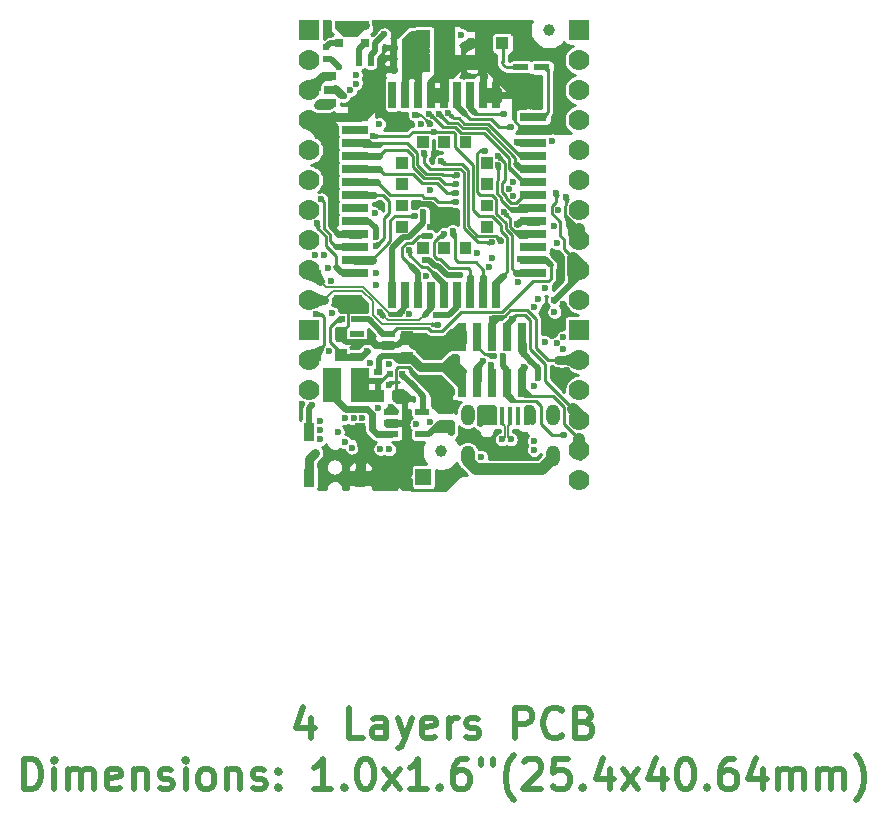
<source format=gbr>
G04 #@! TF.GenerationSoftware,KiCad,Pcbnew,5.1.6-c6e7f7d~87~ubuntu18.04.1*
G04 #@! TF.CreationDate,2021-11-02T16:25:14+02:00*
G04 #@! TF.ProjectId,NB-IoT-DevKit_Rev_D,4e422d49-6f54-42d4-9465-764b69745f52,D*
G04 #@! TF.SameCoordinates,Original*
G04 #@! TF.FileFunction,Copper,L1,Top*
G04 #@! TF.FilePolarity,Positive*
%FSLAX46Y46*%
G04 Gerber Fmt 4.6, Leading zero omitted, Abs format (unit mm)*
G04 Created by KiCad (PCBNEW 5.1.6-c6e7f7d~87~ubuntu18.04.1) date 2021-11-02 16:25:14*
%MOMM*%
%LPD*%
G01*
G04 APERTURE LIST*
G04 #@! TA.AperFunction,NonConductor*
%ADD10C,0.508000*%
G04 #@! TD*
G04 #@! TA.AperFunction,SMDPad,CuDef*
%ADD11R,1.050000X1.050000*%
G04 #@! TD*
G04 #@! TA.AperFunction,SMDPad,CuDef*
%ADD12R,2.200000X1.050000*%
G04 #@! TD*
G04 #@! TA.AperFunction,ComponentPad*
%ADD13C,1.400000*%
G04 #@! TD*
G04 #@! TA.AperFunction,ComponentPad*
%ADD14R,1.400000X1.400000*%
G04 #@! TD*
G04 #@! TA.AperFunction,SMDPad,CuDef*
%ADD15R,0.760000X2.400000*%
G04 #@! TD*
G04 #@! TA.AperFunction,SMDPad,CuDef*
%ADD16R,0.500000X1.650000*%
G04 #@! TD*
G04 #@! TA.AperFunction,SMDPad,CuDef*
%ADD17R,0.325000X1.650000*%
G04 #@! TD*
G04 #@! TA.AperFunction,SMDPad,CuDef*
%ADD18R,1.100000X1.000000*%
G04 #@! TD*
G04 #@! TA.AperFunction,ComponentPad*
%ADD19O,1.200000X1.800000*%
G04 #@! TD*
G04 #@! TA.AperFunction,SMDPad,CuDef*
%ADD20R,0.900000X1.500000*%
G04 #@! TD*
G04 #@! TA.AperFunction,SMDPad,CuDef*
%ADD21R,1.016000X0.762000*%
G04 #@! TD*
G04 #@! TA.AperFunction,SMDPad,CuDef*
%ADD22R,0.762000X0.508000*%
G04 #@! TD*
G04 #@! TA.AperFunction,SMDPad,CuDef*
%ADD23C,0.100000*%
G04 #@! TD*
G04 #@! TA.AperFunction,SMDPad,CuDef*
%ADD24C,0.600000*%
G04 #@! TD*
G04 #@! TA.AperFunction,ComponentPad*
%ADD25C,1.778000*%
G04 #@! TD*
G04 #@! TA.AperFunction,ComponentPad*
%ADD26R,1.778000X1.778000*%
G04 #@! TD*
G04 #@! TA.AperFunction,Conductor*
%ADD27C,0.100000*%
G04 #@! TD*
G04 #@! TA.AperFunction,SMDPad,CuDef*
%ADD28R,1.600000X3.000000*%
G04 #@! TD*
G04 #@! TA.AperFunction,SMDPad,CuDef*
%ADD29R,1.016000X1.016000*%
G04 #@! TD*
G04 #@! TA.AperFunction,SMDPad,CuDef*
%ADD30R,0.550000X0.500000*%
G04 #@! TD*
G04 #@! TA.AperFunction,SMDPad,CuDef*
%ADD31R,1.270000X1.524000*%
G04 #@! TD*
G04 #@! TA.AperFunction,SMDPad,CuDef*
%ADD32R,0.500000X0.550000*%
G04 #@! TD*
G04 #@! TA.AperFunction,SMDPad,CuDef*
%ADD33R,0.800000X0.800000*%
G04 #@! TD*
G04 #@! TA.AperFunction,ConnectorPad*
%ADD34C,1.000000*%
G04 #@! TD*
G04 #@! TA.AperFunction,SMDPad,CuDef*
%ADD35R,1.200000X0.550000*%
G04 #@! TD*
G04 #@! TA.AperFunction,ViaPad*
%ADD36C,0.600000*%
G04 #@! TD*
G04 #@! TA.AperFunction,Conductor*
%ADD37C,0.762000*%
G04 #@! TD*
G04 #@! TA.AperFunction,Conductor*
%ADD38C,0.508000*%
G04 #@! TD*
G04 #@! TA.AperFunction,Conductor*
%ADD39C,0.609600*%
G04 #@! TD*
G04 #@! TA.AperFunction,Conductor*
%ADD40C,1.016000*%
G04 #@! TD*
G04 #@! TA.AperFunction,Conductor*
%ADD41C,0.254000*%
G04 #@! TD*
G04 #@! TA.AperFunction,Conductor*
%ADD42C,0.190500*%
G04 #@! TD*
G04 #@! TA.AperFunction,Conductor*
%ADD43C,0.157480*%
G04 #@! TD*
G04 #@! TA.AperFunction,Conductor*
%ADD44C,0.406400*%
G04 #@! TD*
G04 #@! TA.AperFunction,Conductor*
%ADD45C,0.203200*%
G04 #@! TD*
G04 #@! TA.AperFunction,Conductor*
%ADD46C,0.228600*%
G04 #@! TD*
G04 #@! TA.AperFunction,Conductor*
%ADD47C,0.127000*%
G04 #@! TD*
G04 #@! TA.AperFunction,Conductor*
%ADD48C,0.355600*%
G04 #@! TD*
G04 #@! TA.AperFunction,Conductor*
%ADD49C,0.025400*%
G04 #@! TD*
G04 APERTURE END LIST*
D10*
X132200952Y-120486714D02*
X132200952Y-122180047D01*
X131596190Y-119519095D02*
X130991428Y-121333380D01*
X132563809Y-121333380D01*
X136676190Y-122180047D02*
X135466666Y-122180047D01*
X135466666Y-119640047D01*
X138611428Y-122180047D02*
X138611428Y-120849571D01*
X138490476Y-120607666D01*
X138248571Y-120486714D01*
X137764761Y-120486714D01*
X137522857Y-120607666D01*
X138611428Y-122059095D02*
X138369523Y-122180047D01*
X137764761Y-122180047D01*
X137522857Y-122059095D01*
X137401904Y-121817190D01*
X137401904Y-121575285D01*
X137522857Y-121333380D01*
X137764761Y-121212428D01*
X138369523Y-121212428D01*
X138611428Y-121091476D01*
X139579047Y-120486714D02*
X140183809Y-122180047D01*
X140788571Y-120486714D02*
X140183809Y-122180047D01*
X139941904Y-122784809D01*
X139820952Y-122905761D01*
X139579047Y-123026714D01*
X142723809Y-122059095D02*
X142481904Y-122180047D01*
X141998095Y-122180047D01*
X141756190Y-122059095D01*
X141635238Y-121817190D01*
X141635238Y-120849571D01*
X141756190Y-120607666D01*
X141998095Y-120486714D01*
X142481904Y-120486714D01*
X142723809Y-120607666D01*
X142844761Y-120849571D01*
X142844761Y-121091476D01*
X141635238Y-121333380D01*
X143933333Y-122180047D02*
X143933333Y-120486714D01*
X143933333Y-120970523D02*
X144054285Y-120728619D01*
X144175238Y-120607666D01*
X144417142Y-120486714D01*
X144659047Y-120486714D01*
X145384761Y-122059095D02*
X145626666Y-122180047D01*
X146110476Y-122180047D01*
X146352380Y-122059095D01*
X146473333Y-121817190D01*
X146473333Y-121696238D01*
X146352380Y-121454333D01*
X146110476Y-121333380D01*
X145747619Y-121333380D01*
X145505714Y-121212428D01*
X145384761Y-120970523D01*
X145384761Y-120849571D01*
X145505714Y-120607666D01*
X145747619Y-120486714D01*
X146110476Y-120486714D01*
X146352380Y-120607666D01*
X149497142Y-122180047D02*
X149497142Y-119640047D01*
X150464761Y-119640047D01*
X150706666Y-119761000D01*
X150827619Y-119881952D01*
X150948571Y-120123857D01*
X150948571Y-120486714D01*
X150827619Y-120728619D01*
X150706666Y-120849571D01*
X150464761Y-120970523D01*
X149497142Y-120970523D01*
X153488571Y-121938142D02*
X153367619Y-122059095D01*
X153004761Y-122180047D01*
X152762857Y-122180047D01*
X152400000Y-122059095D01*
X152158095Y-121817190D01*
X152037142Y-121575285D01*
X151916190Y-121091476D01*
X151916190Y-120728619D01*
X152037142Y-120244809D01*
X152158095Y-120002904D01*
X152400000Y-119761000D01*
X152762857Y-119640047D01*
X153004761Y-119640047D01*
X153367619Y-119761000D01*
X153488571Y-119881952D01*
X155423809Y-120849571D02*
X155786666Y-120970523D01*
X155907619Y-121091476D01*
X156028571Y-121333380D01*
X156028571Y-121696238D01*
X155907619Y-121938142D01*
X155786666Y-122059095D01*
X155544761Y-122180047D01*
X154577142Y-122180047D01*
X154577142Y-119640047D01*
X155423809Y-119640047D01*
X155665714Y-119761000D01*
X155786666Y-119881952D01*
X155907619Y-120123857D01*
X155907619Y-120365761D01*
X155786666Y-120607666D01*
X155665714Y-120728619D01*
X155423809Y-120849571D01*
X154577142Y-120849571D01*
X107950000Y-126498047D02*
X107950000Y-123958047D01*
X108554761Y-123958047D01*
X108917619Y-124079000D01*
X109159523Y-124320904D01*
X109280476Y-124562809D01*
X109401428Y-125046619D01*
X109401428Y-125409476D01*
X109280476Y-125893285D01*
X109159523Y-126135190D01*
X108917619Y-126377095D01*
X108554761Y-126498047D01*
X107950000Y-126498047D01*
X110490000Y-126498047D02*
X110490000Y-124804714D01*
X110490000Y-123958047D02*
X110369047Y-124079000D01*
X110490000Y-124199952D01*
X110610952Y-124079000D01*
X110490000Y-123958047D01*
X110490000Y-124199952D01*
X111699523Y-126498047D02*
X111699523Y-124804714D01*
X111699523Y-125046619D02*
X111820476Y-124925666D01*
X112062380Y-124804714D01*
X112425238Y-124804714D01*
X112667142Y-124925666D01*
X112788095Y-125167571D01*
X112788095Y-126498047D01*
X112788095Y-125167571D02*
X112909047Y-124925666D01*
X113150952Y-124804714D01*
X113513809Y-124804714D01*
X113755714Y-124925666D01*
X113876666Y-125167571D01*
X113876666Y-126498047D01*
X116053809Y-126377095D02*
X115811904Y-126498047D01*
X115328095Y-126498047D01*
X115086190Y-126377095D01*
X114965238Y-126135190D01*
X114965238Y-125167571D01*
X115086190Y-124925666D01*
X115328095Y-124804714D01*
X115811904Y-124804714D01*
X116053809Y-124925666D01*
X116174761Y-125167571D01*
X116174761Y-125409476D01*
X114965238Y-125651380D01*
X117263333Y-124804714D02*
X117263333Y-126498047D01*
X117263333Y-125046619D02*
X117384285Y-124925666D01*
X117626190Y-124804714D01*
X117989047Y-124804714D01*
X118230952Y-124925666D01*
X118351904Y-125167571D01*
X118351904Y-126498047D01*
X119440476Y-126377095D02*
X119682380Y-126498047D01*
X120166190Y-126498047D01*
X120408095Y-126377095D01*
X120529047Y-126135190D01*
X120529047Y-126014238D01*
X120408095Y-125772333D01*
X120166190Y-125651380D01*
X119803333Y-125651380D01*
X119561428Y-125530428D01*
X119440476Y-125288523D01*
X119440476Y-125167571D01*
X119561428Y-124925666D01*
X119803333Y-124804714D01*
X120166190Y-124804714D01*
X120408095Y-124925666D01*
X121617619Y-126498047D02*
X121617619Y-124804714D01*
X121617619Y-123958047D02*
X121496666Y-124079000D01*
X121617619Y-124199952D01*
X121738571Y-124079000D01*
X121617619Y-123958047D01*
X121617619Y-124199952D01*
X123190000Y-126498047D02*
X122948095Y-126377095D01*
X122827142Y-126256142D01*
X122706190Y-126014238D01*
X122706190Y-125288523D01*
X122827142Y-125046619D01*
X122948095Y-124925666D01*
X123190000Y-124804714D01*
X123552857Y-124804714D01*
X123794761Y-124925666D01*
X123915714Y-125046619D01*
X124036666Y-125288523D01*
X124036666Y-126014238D01*
X123915714Y-126256142D01*
X123794761Y-126377095D01*
X123552857Y-126498047D01*
X123190000Y-126498047D01*
X125125238Y-124804714D02*
X125125238Y-126498047D01*
X125125238Y-125046619D02*
X125246190Y-124925666D01*
X125488095Y-124804714D01*
X125850952Y-124804714D01*
X126092857Y-124925666D01*
X126213809Y-125167571D01*
X126213809Y-126498047D01*
X127302380Y-126377095D02*
X127544285Y-126498047D01*
X128028095Y-126498047D01*
X128270000Y-126377095D01*
X128390952Y-126135190D01*
X128390952Y-126014238D01*
X128270000Y-125772333D01*
X128028095Y-125651380D01*
X127665238Y-125651380D01*
X127423333Y-125530428D01*
X127302380Y-125288523D01*
X127302380Y-125167571D01*
X127423333Y-124925666D01*
X127665238Y-124804714D01*
X128028095Y-124804714D01*
X128270000Y-124925666D01*
X129479523Y-126256142D02*
X129600476Y-126377095D01*
X129479523Y-126498047D01*
X129358571Y-126377095D01*
X129479523Y-126256142D01*
X129479523Y-126498047D01*
X129479523Y-124925666D02*
X129600476Y-125046619D01*
X129479523Y-125167571D01*
X129358571Y-125046619D01*
X129479523Y-124925666D01*
X129479523Y-125167571D01*
X133954761Y-126498047D02*
X132503333Y-126498047D01*
X133229047Y-126498047D02*
X133229047Y-123958047D01*
X132987142Y-124320904D01*
X132745238Y-124562809D01*
X132503333Y-124683761D01*
X135043333Y-126256142D02*
X135164285Y-126377095D01*
X135043333Y-126498047D01*
X134922380Y-126377095D01*
X135043333Y-126256142D01*
X135043333Y-126498047D01*
X136736666Y-123958047D02*
X136978571Y-123958047D01*
X137220476Y-124079000D01*
X137341428Y-124199952D01*
X137462380Y-124441857D01*
X137583333Y-124925666D01*
X137583333Y-125530428D01*
X137462380Y-126014238D01*
X137341428Y-126256142D01*
X137220476Y-126377095D01*
X136978571Y-126498047D01*
X136736666Y-126498047D01*
X136494761Y-126377095D01*
X136373809Y-126256142D01*
X136252857Y-126014238D01*
X136131904Y-125530428D01*
X136131904Y-124925666D01*
X136252857Y-124441857D01*
X136373809Y-124199952D01*
X136494761Y-124079000D01*
X136736666Y-123958047D01*
X138430000Y-126498047D02*
X139760476Y-124804714D01*
X138430000Y-124804714D02*
X139760476Y-126498047D01*
X142058571Y-126498047D02*
X140607142Y-126498047D01*
X141332857Y-126498047D02*
X141332857Y-123958047D01*
X141090952Y-124320904D01*
X140849047Y-124562809D01*
X140607142Y-124683761D01*
X143147142Y-126256142D02*
X143268095Y-126377095D01*
X143147142Y-126498047D01*
X143026190Y-126377095D01*
X143147142Y-126256142D01*
X143147142Y-126498047D01*
X145445238Y-123958047D02*
X144961428Y-123958047D01*
X144719523Y-124079000D01*
X144598571Y-124199952D01*
X144356666Y-124562809D01*
X144235714Y-125046619D01*
X144235714Y-126014238D01*
X144356666Y-126256142D01*
X144477619Y-126377095D01*
X144719523Y-126498047D01*
X145203333Y-126498047D01*
X145445238Y-126377095D01*
X145566190Y-126256142D01*
X145687142Y-126014238D01*
X145687142Y-125409476D01*
X145566190Y-125167571D01*
X145445238Y-125046619D01*
X145203333Y-124925666D01*
X144719523Y-124925666D01*
X144477619Y-125046619D01*
X144356666Y-125167571D01*
X144235714Y-125409476D01*
X146654761Y-123958047D02*
X146654761Y-124441857D01*
X147622380Y-123958047D02*
X147622380Y-124441857D01*
X149436666Y-127465666D02*
X149315714Y-127344714D01*
X149073809Y-126981857D01*
X148952857Y-126739952D01*
X148831904Y-126377095D01*
X148710952Y-125772333D01*
X148710952Y-125288523D01*
X148831904Y-124683761D01*
X148952857Y-124320904D01*
X149073809Y-124079000D01*
X149315714Y-123716142D01*
X149436666Y-123595190D01*
X150283333Y-124199952D02*
X150404285Y-124079000D01*
X150646190Y-123958047D01*
X151250952Y-123958047D01*
X151492857Y-124079000D01*
X151613809Y-124199952D01*
X151734761Y-124441857D01*
X151734761Y-124683761D01*
X151613809Y-125046619D01*
X150162380Y-126498047D01*
X151734761Y-126498047D01*
X154032857Y-123958047D02*
X152823333Y-123958047D01*
X152702380Y-125167571D01*
X152823333Y-125046619D01*
X153065238Y-124925666D01*
X153670000Y-124925666D01*
X153911904Y-125046619D01*
X154032857Y-125167571D01*
X154153809Y-125409476D01*
X154153809Y-126014238D01*
X154032857Y-126256142D01*
X153911904Y-126377095D01*
X153670000Y-126498047D01*
X153065238Y-126498047D01*
X152823333Y-126377095D01*
X152702380Y-126256142D01*
X155242380Y-126256142D02*
X155363333Y-126377095D01*
X155242380Y-126498047D01*
X155121428Y-126377095D01*
X155242380Y-126256142D01*
X155242380Y-126498047D01*
X157540476Y-124804714D02*
X157540476Y-126498047D01*
X156935714Y-123837095D02*
X156330952Y-125651380D01*
X157903333Y-125651380D01*
X158629047Y-126498047D02*
X159959523Y-124804714D01*
X158629047Y-124804714D02*
X159959523Y-126498047D01*
X162015714Y-124804714D02*
X162015714Y-126498047D01*
X161410952Y-123837095D02*
X160806190Y-125651380D01*
X162378571Y-125651380D01*
X163830000Y-123958047D02*
X164071904Y-123958047D01*
X164313809Y-124079000D01*
X164434761Y-124199952D01*
X164555714Y-124441857D01*
X164676666Y-124925666D01*
X164676666Y-125530428D01*
X164555714Y-126014238D01*
X164434761Y-126256142D01*
X164313809Y-126377095D01*
X164071904Y-126498047D01*
X163830000Y-126498047D01*
X163588095Y-126377095D01*
X163467142Y-126256142D01*
X163346190Y-126014238D01*
X163225238Y-125530428D01*
X163225238Y-124925666D01*
X163346190Y-124441857D01*
X163467142Y-124199952D01*
X163588095Y-124079000D01*
X163830000Y-123958047D01*
X165765238Y-126256142D02*
X165886190Y-126377095D01*
X165765238Y-126498047D01*
X165644285Y-126377095D01*
X165765238Y-126256142D01*
X165765238Y-126498047D01*
X168063333Y-123958047D02*
X167579523Y-123958047D01*
X167337619Y-124079000D01*
X167216666Y-124199952D01*
X166974761Y-124562809D01*
X166853809Y-125046619D01*
X166853809Y-126014238D01*
X166974761Y-126256142D01*
X167095714Y-126377095D01*
X167337619Y-126498047D01*
X167821428Y-126498047D01*
X168063333Y-126377095D01*
X168184285Y-126256142D01*
X168305238Y-126014238D01*
X168305238Y-125409476D01*
X168184285Y-125167571D01*
X168063333Y-125046619D01*
X167821428Y-124925666D01*
X167337619Y-124925666D01*
X167095714Y-125046619D01*
X166974761Y-125167571D01*
X166853809Y-125409476D01*
X170482380Y-124804714D02*
X170482380Y-126498047D01*
X169877619Y-123837095D02*
X169272857Y-125651380D01*
X170845238Y-125651380D01*
X171812857Y-126498047D02*
X171812857Y-124804714D01*
X171812857Y-125046619D02*
X171933809Y-124925666D01*
X172175714Y-124804714D01*
X172538571Y-124804714D01*
X172780476Y-124925666D01*
X172901428Y-125167571D01*
X172901428Y-126498047D01*
X172901428Y-125167571D02*
X173022380Y-124925666D01*
X173264285Y-124804714D01*
X173627142Y-124804714D01*
X173869047Y-124925666D01*
X173990000Y-125167571D01*
X173990000Y-126498047D01*
X175199523Y-126498047D02*
X175199523Y-124804714D01*
X175199523Y-125046619D02*
X175320476Y-124925666D01*
X175562380Y-124804714D01*
X175925238Y-124804714D01*
X176167142Y-124925666D01*
X176288095Y-125167571D01*
X176288095Y-126498047D01*
X176288095Y-125167571D02*
X176409047Y-124925666D01*
X176650952Y-124804714D01*
X177013809Y-124804714D01*
X177255714Y-124925666D01*
X177376666Y-125167571D01*
X177376666Y-126498047D01*
X178344285Y-127465666D02*
X178465238Y-127344714D01*
X178707142Y-126981857D01*
X178828095Y-126739952D01*
X178949047Y-126377095D01*
X179070000Y-125772333D01*
X179070000Y-125288523D01*
X178949047Y-124683761D01*
X178828095Y-124320904D01*
X178707142Y-124079000D01*
X178465238Y-123716142D01*
X178344285Y-123595190D01*
D11*
X148439000Y-63373000D03*
D12*
X146939000Y-61873000D03*
X146939000Y-64873000D03*
D13*
X139715240Y-100058220D03*
D14*
X141744700Y-100055680D03*
D15*
X146304000Y-88219500D03*
X147574000Y-88219500D03*
X150114000Y-88219500D03*
X148844000Y-88219500D03*
X145034000Y-88219500D03*
X150114000Y-92120500D03*
X148844000Y-92120500D03*
X147574000Y-92120500D03*
X146304000Y-92120500D03*
X145034000Y-92120500D03*
D16*
X147710500Y-94894000D03*
D17*
X148448000Y-94894000D03*
X149098000Y-94894000D03*
X149748000Y-94894000D03*
D16*
X150485500Y-94894000D03*
D18*
X147598000Y-99444000D03*
X150598000Y-99444000D03*
D19*
X145498000Y-98294000D03*
X145498000Y-94824000D03*
X152698000Y-94824000D03*
X152698000Y-98294000D03*
D20*
X132062000Y-96266000D03*
X136416000Y-96266000D03*
D21*
X133858000Y-68453000D03*
X133858000Y-67310000D03*
X133858000Y-66167000D03*
D22*
X137922000Y-91948000D03*
X137922000Y-91186000D03*
G04 #@! TA.AperFunction,SMDPad,CuDef*
D23*
G36*
X137100000Y-69250000D02*
G01*
X137100000Y-69950000D01*
X134850000Y-69950000D01*
X134850000Y-69250000D01*
X137100000Y-69250000D01*
G37*
G04 #@! TD.AperFunction*
G04 #@! TA.AperFunction,SMDPad,CuDef*
G36*
X137100000Y-70350000D02*
G01*
X137100000Y-71050000D01*
X134850000Y-71050000D01*
X134850000Y-70350000D01*
X137100000Y-70350000D01*
G37*
G04 #@! TD.AperFunction*
G04 #@! TA.AperFunction,SMDPad,CuDef*
G36*
X137100000Y-71450000D02*
G01*
X137100000Y-72150000D01*
X134850000Y-72150000D01*
X134850000Y-71450000D01*
X137100000Y-71450000D01*
G37*
G04 #@! TD.AperFunction*
G04 #@! TA.AperFunction,SMDPad,CuDef*
G36*
X137100000Y-72550000D02*
G01*
X137100000Y-73250000D01*
X134850000Y-73250000D01*
X134850000Y-72550000D01*
X137100000Y-72550000D01*
G37*
G04 #@! TD.AperFunction*
G04 #@! TA.AperFunction,SMDPad,CuDef*
G36*
X137100000Y-73650000D02*
G01*
X137100000Y-74350000D01*
X134850000Y-74350000D01*
X134850000Y-73650000D01*
X137100000Y-73650000D01*
G37*
G04 #@! TD.AperFunction*
G04 #@! TA.AperFunction,SMDPad,CuDef*
G36*
X137100000Y-74750000D02*
G01*
X137100000Y-75450000D01*
X134850000Y-75450000D01*
X134850000Y-74750000D01*
X137100000Y-74750000D01*
G37*
G04 #@! TD.AperFunction*
G04 #@! TA.AperFunction,SMDPad,CuDef*
G36*
X139460000Y-68850000D02*
G01*
X138760000Y-68850000D01*
X138760000Y-66600000D01*
X139460000Y-66600000D01*
X139460000Y-68850000D01*
G37*
G04 #@! TD.AperFunction*
G04 #@! TA.AperFunction,SMDPad,CuDef*
G36*
X140560000Y-68850000D02*
G01*
X139860000Y-68850000D01*
X139860000Y-66600000D01*
X140560000Y-66600000D01*
X140560000Y-68850000D01*
G37*
G04 #@! TD.AperFunction*
G04 #@! TA.AperFunction,SMDPad,CuDef*
G36*
X141660000Y-68850000D02*
G01*
X140960000Y-68850000D01*
X140960000Y-66600000D01*
X141660000Y-66600000D01*
X141660000Y-68850000D01*
G37*
G04 #@! TD.AperFunction*
G04 #@! TA.AperFunction,SMDPad,CuDef*
G36*
X142760000Y-68850000D02*
G01*
X142060000Y-68850000D01*
X142060000Y-66600000D01*
X142760000Y-66600000D01*
X142760000Y-68850000D01*
G37*
G04 #@! TD.AperFunction*
G04 #@! TA.AperFunction,SMDPad,CuDef*
G36*
X143860000Y-68850000D02*
G01*
X143160000Y-68850000D01*
X143160000Y-66600000D01*
X143860000Y-66600000D01*
X143860000Y-68850000D01*
G37*
G04 #@! TD.AperFunction*
G04 #@! TA.AperFunction,SMDPad,CuDef*
G36*
X144960000Y-68850000D02*
G01*
X144260000Y-68850000D01*
X144260000Y-66600000D01*
X144960000Y-66600000D01*
X144960000Y-68850000D01*
G37*
G04 #@! TD.AperFunction*
G04 #@! TA.AperFunction,SMDPad,CuDef*
G36*
X146060000Y-68850000D02*
G01*
X145360000Y-68850000D01*
X145360000Y-66600000D01*
X146060000Y-66600000D01*
X146060000Y-68850000D01*
G37*
G04 #@! TD.AperFunction*
G04 #@! TA.AperFunction,SMDPad,CuDef*
G36*
X147160000Y-68850000D02*
G01*
X146460000Y-68850000D01*
X146460000Y-66600000D01*
X147160000Y-66600000D01*
X147160000Y-68850000D01*
G37*
G04 #@! TD.AperFunction*
G04 #@! TA.AperFunction,SMDPad,CuDef*
G36*
X148260000Y-68850000D02*
G01*
X147560000Y-68850000D01*
X147560000Y-66600000D01*
X148260000Y-66600000D01*
X148260000Y-68850000D01*
G37*
G04 #@! TD.AperFunction*
G04 #@! TA.AperFunction,SMDPad,CuDef*
G36*
X149920000Y-69950000D02*
G01*
X149920000Y-69250000D01*
X152170000Y-69250000D01*
X152170000Y-69950000D01*
X149920000Y-69950000D01*
G37*
G04 #@! TD.AperFunction*
G04 #@! TA.AperFunction,SMDPad,CuDef*
G36*
X149920000Y-71050000D02*
G01*
X149920000Y-70350000D01*
X152170000Y-70350000D01*
X152170000Y-71050000D01*
X149920000Y-71050000D01*
G37*
G04 #@! TD.AperFunction*
G04 #@! TA.AperFunction,SMDPad,CuDef*
G36*
X149920000Y-72150000D02*
G01*
X149920000Y-71450000D01*
X152170000Y-71450000D01*
X152170000Y-72150000D01*
X149920000Y-72150000D01*
G37*
G04 #@! TD.AperFunction*
G04 #@! TA.AperFunction,SMDPad,CuDef*
G36*
X149920000Y-73250000D02*
G01*
X149920000Y-72550000D01*
X152170000Y-72550000D01*
X152170000Y-73250000D01*
X149920000Y-73250000D01*
G37*
G04 #@! TD.AperFunction*
G04 #@! TA.AperFunction,SMDPad,CuDef*
G36*
X149920000Y-74350000D02*
G01*
X149920000Y-73650000D01*
X152170000Y-73650000D01*
X152170000Y-74350000D01*
X149920000Y-74350000D01*
G37*
G04 #@! TD.AperFunction*
G04 #@! TA.AperFunction,SMDPad,CuDef*
G36*
X149920000Y-75450000D02*
G01*
X149920000Y-74750000D01*
X152170000Y-74750000D01*
X152170000Y-75450000D01*
X149920000Y-75450000D01*
G37*
G04 #@! TD.AperFunction*
G04 #@! TA.AperFunction,SMDPad,CuDef*
G36*
X149920000Y-76550000D02*
G01*
X149920000Y-75850000D01*
X152170000Y-75850000D01*
X152170000Y-76550000D01*
X149920000Y-76550000D01*
G37*
G04 #@! TD.AperFunction*
G04 #@! TA.AperFunction,SMDPad,CuDef*
G36*
X149920000Y-77650000D02*
G01*
X149920000Y-76950000D01*
X152170000Y-76950000D01*
X152170000Y-77650000D01*
X149920000Y-77650000D01*
G37*
G04 #@! TD.AperFunction*
G04 #@! TA.AperFunction,SMDPad,CuDef*
G36*
X149920000Y-78750000D02*
G01*
X149920000Y-78050000D01*
X152170000Y-78050000D01*
X152170000Y-78750000D01*
X149920000Y-78750000D01*
G37*
G04 #@! TD.AperFunction*
G04 #@! TA.AperFunction,SMDPad,CuDef*
G36*
X149920000Y-79850000D02*
G01*
X149920000Y-79150000D01*
X152170000Y-79150000D01*
X152170000Y-79850000D01*
X149920000Y-79850000D01*
G37*
G04 #@! TD.AperFunction*
G04 #@! TA.AperFunction,SMDPad,CuDef*
G36*
X149920000Y-80950000D02*
G01*
X149920000Y-80250000D01*
X152170000Y-80250000D01*
X152170000Y-80950000D01*
X149920000Y-80950000D01*
G37*
G04 #@! TD.AperFunction*
G04 #@! TA.AperFunction,SMDPad,CuDef*
G36*
X149920000Y-82050000D02*
G01*
X149920000Y-81350000D01*
X152170000Y-81350000D01*
X152170000Y-82050000D01*
X149920000Y-82050000D01*
G37*
G04 #@! TD.AperFunction*
G04 #@! TA.AperFunction,SMDPad,CuDef*
G36*
X149920000Y-83150000D02*
G01*
X149920000Y-82450000D01*
X152170000Y-82450000D01*
X152170000Y-83150000D01*
X149920000Y-83150000D01*
G37*
G04 #@! TD.AperFunction*
G04 #@! TA.AperFunction,SMDPad,CuDef*
G36*
X148260000Y-85800000D02*
G01*
X147560000Y-85800000D01*
X147560000Y-83550000D01*
X148260000Y-83550000D01*
X148260000Y-85800000D01*
G37*
G04 #@! TD.AperFunction*
G04 #@! TA.AperFunction,SMDPad,CuDef*
G36*
X147160000Y-85800000D02*
G01*
X146460000Y-85800000D01*
X146460000Y-83550000D01*
X147160000Y-83550000D01*
X147160000Y-85800000D01*
G37*
G04 #@! TD.AperFunction*
G04 #@! TA.AperFunction,SMDPad,CuDef*
G36*
X146060000Y-85800000D02*
G01*
X145360000Y-85800000D01*
X145360000Y-83550000D01*
X146060000Y-83550000D01*
X146060000Y-85800000D01*
G37*
G04 #@! TD.AperFunction*
G04 #@! TA.AperFunction,SMDPad,CuDef*
G36*
X144960000Y-85800000D02*
G01*
X144260000Y-85800000D01*
X144260000Y-83550000D01*
X144960000Y-83550000D01*
X144960000Y-85800000D01*
G37*
G04 #@! TD.AperFunction*
G04 #@! TA.AperFunction,SMDPad,CuDef*
G36*
X143860000Y-85800000D02*
G01*
X143160000Y-85800000D01*
X143160000Y-83550000D01*
X143860000Y-83550000D01*
X143860000Y-85800000D01*
G37*
G04 #@! TD.AperFunction*
G04 #@! TA.AperFunction,SMDPad,CuDef*
G36*
X142760000Y-85800000D02*
G01*
X142060000Y-85800000D01*
X142060000Y-83550000D01*
X142760000Y-83550000D01*
X142760000Y-85800000D01*
G37*
G04 #@! TD.AperFunction*
G04 #@! TA.AperFunction,SMDPad,CuDef*
G36*
X141660000Y-85800000D02*
G01*
X140960000Y-85800000D01*
X140960000Y-83550000D01*
X141660000Y-83550000D01*
X141660000Y-85800000D01*
G37*
G04 #@! TD.AperFunction*
G04 #@! TA.AperFunction,SMDPad,CuDef*
G36*
X134850000Y-76550000D02*
G01*
X134850000Y-75850000D01*
X137100000Y-75850000D01*
X137100000Y-76550000D01*
X134850000Y-76550000D01*
G37*
G04 #@! TD.AperFunction*
G04 #@! TA.AperFunction,SMDPad,CuDef*
G36*
X134850000Y-77650000D02*
G01*
X134850000Y-76950000D01*
X137100000Y-76950000D01*
X137100000Y-77650000D01*
X134850000Y-77650000D01*
G37*
G04 #@! TD.AperFunction*
G04 #@! TA.AperFunction,SMDPad,CuDef*
G36*
X134850000Y-78750000D02*
G01*
X134850000Y-78050000D01*
X137100000Y-78050000D01*
X137100000Y-78750000D01*
X134850000Y-78750000D01*
G37*
G04 #@! TD.AperFunction*
G04 #@! TA.AperFunction,SMDPad,CuDef*
G36*
X134850000Y-79850000D02*
G01*
X134850000Y-79150000D01*
X137100000Y-79150000D01*
X137100000Y-79850000D01*
X134850000Y-79850000D01*
G37*
G04 #@! TD.AperFunction*
G04 #@! TA.AperFunction,SMDPad,CuDef*
G36*
X134850000Y-80950000D02*
G01*
X134850000Y-80250000D01*
X137100000Y-80250000D01*
X137100000Y-80950000D01*
X134850000Y-80950000D01*
G37*
G04 #@! TD.AperFunction*
G04 #@! TA.AperFunction,SMDPad,CuDef*
G36*
X134850000Y-82050000D02*
G01*
X134850000Y-81350000D01*
X137100000Y-81350000D01*
X137100000Y-82050000D01*
X134850000Y-82050000D01*
G37*
G04 #@! TD.AperFunction*
G04 #@! TA.AperFunction,SMDPad,CuDef*
G36*
X134850000Y-83150000D02*
G01*
X134850000Y-82450000D01*
X137100000Y-82450000D01*
X137100000Y-83150000D01*
X134850000Y-83150000D01*
G37*
G04 #@! TD.AperFunction*
G04 #@! TA.AperFunction,SMDPad,CuDef*
G36*
X139460000Y-85800000D02*
G01*
X138760000Y-85800000D01*
X138760000Y-83550000D01*
X139460000Y-83550000D01*
X139460000Y-85800000D01*
G37*
G04 #@! TD.AperFunction*
G04 #@! TA.AperFunction,SMDPad,CuDef*
G36*
X140560000Y-85800000D02*
G01*
X139860000Y-85800000D01*
X139860000Y-83550000D01*
X140560000Y-83550000D01*
X140560000Y-85800000D01*
G37*
G04 #@! TD.AperFunction*
G04 #@! TA.AperFunction,SMDPad,CuDef*
G36*
X140410000Y-73000000D02*
G01*
X140410000Y-74000000D01*
X139410000Y-74000000D01*
X139410000Y-73000000D01*
X140410000Y-73000000D01*
G37*
G04 #@! TD.AperFunction*
G04 #@! TA.AperFunction,SMDPad,CuDef*
G36*
X140410000Y-74800000D02*
G01*
X140410000Y-75800000D01*
X139410000Y-75800000D01*
X139410000Y-74800000D01*
X140410000Y-74800000D01*
G37*
G04 #@! TD.AperFunction*
G04 #@! TA.AperFunction,SMDPad,CuDef*
G36*
X140410000Y-76600000D02*
G01*
X140410000Y-77600000D01*
X139410000Y-77600000D01*
X139410000Y-76600000D01*
X140410000Y-76600000D01*
G37*
G04 #@! TD.AperFunction*
G04 #@! TA.AperFunction,SMDPad,CuDef*
G36*
X140410000Y-78400000D02*
G01*
X140410000Y-79400000D01*
X139410000Y-79400000D01*
X139410000Y-78400000D01*
X140410000Y-78400000D01*
G37*
G04 #@! TD.AperFunction*
G04 #@! TA.AperFunction,SMDPad,CuDef*
G36*
X142210000Y-80200000D02*
G01*
X142210000Y-81200000D01*
X141210000Y-81200000D01*
X141210000Y-80200000D01*
X142210000Y-80200000D01*
G37*
G04 #@! TD.AperFunction*
G04 #@! TA.AperFunction,SMDPad,CuDef*
G36*
X144010000Y-80200000D02*
G01*
X144010000Y-81200000D01*
X143010000Y-81200000D01*
X143010000Y-80200000D01*
X144010000Y-80200000D01*
G37*
G04 #@! TD.AperFunction*
G04 #@! TA.AperFunction,SMDPad,CuDef*
G36*
X145810000Y-80200000D02*
G01*
X145810000Y-81200000D01*
X144810000Y-81200000D01*
X144810000Y-80200000D01*
X145810000Y-80200000D01*
G37*
G04 #@! TD.AperFunction*
G04 #@! TA.AperFunction,SMDPad,CuDef*
G36*
X147610000Y-78400000D02*
G01*
X147610000Y-79400000D01*
X146610000Y-79400000D01*
X146610000Y-78400000D01*
X147610000Y-78400000D01*
G37*
G04 #@! TD.AperFunction*
G04 #@! TA.AperFunction,SMDPad,CuDef*
G36*
X147610000Y-76600000D02*
G01*
X147610000Y-77600000D01*
X146610000Y-77600000D01*
X146610000Y-76600000D01*
X147610000Y-76600000D01*
G37*
G04 #@! TD.AperFunction*
G04 #@! TA.AperFunction,SMDPad,CuDef*
G36*
X147610000Y-74800000D02*
G01*
X147610000Y-75800000D01*
X146610000Y-75800000D01*
X146610000Y-74800000D01*
X147610000Y-74800000D01*
G37*
G04 #@! TD.AperFunction*
G04 #@! TA.AperFunction,SMDPad,CuDef*
G36*
X147610000Y-73000000D02*
G01*
X147610000Y-74000000D01*
X146610000Y-74000000D01*
X146610000Y-73000000D01*
X147610000Y-73000000D01*
G37*
G04 #@! TD.AperFunction*
G04 #@! TA.AperFunction,SMDPad,CuDef*
G36*
X145810000Y-71200000D02*
G01*
X145810000Y-72200000D01*
X144810000Y-72200000D01*
X144810000Y-71200000D01*
X145810000Y-71200000D01*
G37*
G04 #@! TD.AperFunction*
G04 #@! TA.AperFunction,SMDPad,CuDef*
G36*
X144010000Y-71200000D02*
G01*
X144010000Y-72200000D01*
X143010000Y-72200000D01*
X143010000Y-71200000D01*
X144010000Y-71200000D01*
G37*
G04 #@! TD.AperFunction*
G04 #@! TA.AperFunction,SMDPad,CuDef*
G36*
X142210000Y-71200000D02*
G01*
X142210000Y-72200000D01*
X141210000Y-72200000D01*
X141210000Y-71200000D01*
X142210000Y-71200000D01*
G37*
G04 #@! TD.AperFunction*
D24*
X135560000Y-67350000D03*
X151460000Y-85050000D03*
D25*
X154940000Y-69850000D03*
X154940000Y-67310000D03*
X154940000Y-64770000D03*
D26*
X154940000Y-62230000D03*
D25*
X154940000Y-72390000D03*
X154940000Y-74930000D03*
X154940000Y-80010000D03*
X154940000Y-77470000D03*
X154940000Y-82550000D03*
X154940000Y-85090000D03*
X154940000Y-95250000D03*
X154940000Y-92710000D03*
X154940000Y-90170000D03*
D26*
X154940000Y-87630000D03*
D25*
X154940000Y-97790000D03*
X154940000Y-100330000D03*
X132080000Y-92710000D03*
X132080000Y-90170000D03*
D26*
X132080000Y-87630000D03*
D25*
X132080000Y-69850000D03*
X132080000Y-67310000D03*
X132080000Y-64770000D03*
D26*
X132080000Y-62230000D03*
D25*
X132080000Y-72390000D03*
X132080000Y-74930000D03*
X132080000Y-80010000D03*
X132080000Y-77470000D03*
X132080000Y-82550000D03*
X132080000Y-85090000D03*
G04 #@! TA.AperFunction,Conductor*
D27*
G36*
X148461648Y-64782853D02*
G01*
X148464532Y-64782853D01*
X148467825Y-64783177D01*
X148471141Y-64783351D01*
X148474044Y-64783790D01*
X148476935Y-64784075D01*
X148480140Y-64784712D01*
X148483409Y-64785207D01*
X148486277Y-64785933D01*
X148489158Y-64786506D01*
X148492271Y-64787450D01*
X148495438Y-64788252D01*
X148498242Y-64789261D01*
X148501085Y-64790124D01*
X148503647Y-64791185D01*
X148504064Y-64791358D01*
X148507111Y-64792455D01*
X148509828Y-64793745D01*
X148512599Y-64794893D01*
X148515421Y-64796401D01*
X148518320Y-64797778D01*
X148520919Y-64799340D01*
X148523591Y-64800768D01*
X148526229Y-64802531D01*
X148528955Y-64804169D01*
X148531419Y-64805999D01*
X148533954Y-64807693D01*
X148536376Y-64809680D01*
X148538916Y-64811567D01*
X148541212Y-64813649D01*
X148543588Y-64815599D01*
X148545788Y-64817799D01*
X148548107Y-64819902D01*
X148550208Y-64822219D01*
X148552401Y-64824412D01*
X148554073Y-64826449D01*
X148554349Y-64826786D01*
X148556442Y-64829094D01*
X148558332Y-64831639D01*
X148560307Y-64834046D01*
X148561999Y-64836577D01*
X148563839Y-64839056D01*
X148565471Y-64841774D01*
X148567232Y-64844409D01*
X148568665Y-64847089D01*
X148570228Y-64849692D01*
X148571599Y-64852580D01*
X148573107Y-64855401D01*
X148574258Y-64858179D01*
X148575550Y-64860901D01*
X148576642Y-64863934D01*
X148577876Y-64866915D01*
X148578736Y-64869751D01*
X148579753Y-64872575D01*
X148580555Y-64875747D01*
X148581494Y-64878842D01*
X148582069Y-64881734D01*
X148582795Y-64884604D01*
X148583288Y-64887860D01*
X148583925Y-64891065D01*
X148584210Y-64893958D01*
X148584651Y-64896873D01*
X148584825Y-64900200D01*
X148585147Y-64903468D01*
X148585147Y-64906357D01*
X148585299Y-64909263D01*
X148585300Y-64909419D01*
X148587494Y-64948676D01*
X148593066Y-64984667D01*
X148602126Y-65019953D01*
X148614586Y-65054186D01*
X148630325Y-65087034D01*
X148649192Y-65118190D01*
X148671010Y-65147356D01*
X148695577Y-65174261D01*
X148722648Y-65198636D01*
X148751971Y-65220255D01*
X148783260Y-65238907D01*
X148816215Y-65254414D01*
X148850542Y-65266637D01*
X148885880Y-65275447D01*
X148921924Y-65280770D01*
X148964503Y-65282852D01*
X148966273Y-65282950D01*
X148978604Y-65284333D01*
X148990741Y-65286913D01*
X149002568Y-65290665D01*
X149013973Y-65295553D01*
X149024846Y-65301530D01*
X149035083Y-65308541D01*
X149044588Y-65316515D01*
X149053270Y-65325381D01*
X149061045Y-65335050D01*
X149067839Y-65345433D01*
X149073587Y-65356429D01*
X149078235Y-65367933D01*
X149081739Y-65379837D01*
X149084063Y-65392025D01*
X149085188Y-65404381D01*
X149085102Y-65416789D01*
X149083805Y-65429128D01*
X149081310Y-65441283D01*
X149077641Y-65453136D01*
X149072833Y-65464574D01*
X149066931Y-65475489D01*
X149059993Y-65485775D01*
X149052084Y-65495336D01*
X149043280Y-65504078D01*
X149033665Y-65511921D01*
X149023330Y-65518788D01*
X149012374Y-65524612D01*
X149000903Y-65529341D01*
X148989024Y-65532928D01*
X148976853Y-65535337D01*
X148964504Y-65536548D01*
X148952096Y-65536548D01*
X148903326Y-65534163D01*
X148903305Y-65534163D01*
X148903280Y-65534161D01*
X148901536Y-65534064D01*
X148896243Y-65533470D01*
X148890957Y-65532952D01*
X148842633Y-65525816D01*
X148842630Y-65525816D01*
X148842626Y-65525815D01*
X148840879Y-65525545D01*
X148835633Y-65524430D01*
X148830459Y-65523405D01*
X148783083Y-65511593D01*
X148783059Y-65511588D01*
X148783032Y-65511580D01*
X148781342Y-65511147D01*
X148776260Y-65509535D01*
X148771181Y-65508001D01*
X148725175Y-65491619D01*
X148725163Y-65491615D01*
X148725150Y-65491610D01*
X148723496Y-65491008D01*
X148718571Y-65488897D01*
X148713692Y-65486886D01*
X148669491Y-65466087D01*
X148667892Y-65465322D01*
X148663183Y-65462733D01*
X148658535Y-65460262D01*
X148616575Y-65435249D01*
X148615058Y-65434331D01*
X148610644Y-65431309D01*
X148606239Y-65428382D01*
X148566920Y-65399393D01*
X148565500Y-65398331D01*
X148561399Y-65394890D01*
X148557305Y-65391551D01*
X148521003Y-65358864D01*
X148519693Y-65357668D01*
X148515967Y-65353864D01*
X148512200Y-65350123D01*
X148479260Y-65314050D01*
X148478074Y-65312732D01*
X148474750Y-65308599D01*
X148471349Y-65304487D01*
X148442087Y-65265371D01*
X148441035Y-65263944D01*
X148438118Y-65259487D01*
X148435149Y-65255085D01*
X148409844Y-65213301D01*
X148408936Y-65211778D01*
X148406450Y-65207024D01*
X148403944Y-65202389D01*
X148382836Y-65158335D01*
X148382834Y-65158332D01*
X148382829Y-65158320D01*
X148382081Y-65156731D01*
X148380073Y-65151762D01*
X148378027Y-65146893D01*
X148361319Y-65100989D01*
X148360724Y-65099319D01*
X148359218Y-65094202D01*
X148357651Y-65089139D01*
X148345502Y-65041824D01*
X148345073Y-65040104D01*
X148344070Y-65034845D01*
X148343007Y-65029667D01*
X148335534Y-64981392D01*
X148335274Y-64979638D01*
X148334789Y-64974302D01*
X148334237Y-64969054D01*
X148331510Y-64920281D01*
X148331423Y-64918510D01*
X148331440Y-64916060D01*
X148331313Y-64913628D01*
X148331301Y-64910137D01*
X148331307Y-64908364D01*
X148331453Y-64905907D01*
X148331453Y-64903468D01*
X148331818Y-64899763D01*
X148332043Y-64895977D01*
X148332434Y-64893507D01*
X148332675Y-64891065D01*
X148333395Y-64887444D01*
X148333985Y-64883722D01*
X148334620Y-64881284D01*
X148335106Y-64878842D01*
X148336176Y-64875316D01*
X148337114Y-64871715D01*
X148337990Y-64869334D01*
X148338724Y-64866915D01*
X148340126Y-64863529D01*
X148341399Y-64860071D01*
X148342515Y-64857763D01*
X148343493Y-64855401D01*
X148345203Y-64852201D01*
X148346799Y-64848900D01*
X148348152Y-64846684D01*
X148349368Y-64844409D01*
X148351374Y-64841407D01*
X148353265Y-64838310D01*
X148354843Y-64836216D01*
X148356293Y-64834046D01*
X148358558Y-64831285D01*
X148360732Y-64828401D01*
X148362522Y-64826455D01*
X148364199Y-64824412D01*
X148366714Y-64821897D01*
X148369132Y-64819268D01*
X148371125Y-64817486D01*
X148373012Y-64815599D01*
X148375728Y-64813370D01*
X148378381Y-64810998D01*
X148380570Y-64809397D01*
X148382646Y-64807693D01*
X148385549Y-64805753D01*
X148388394Y-64803671D01*
X148390748Y-64802279D01*
X148393009Y-64800768D01*
X148396062Y-64799136D01*
X148399074Y-64797355D01*
X148401583Y-64796185D01*
X148404001Y-64794893D01*
X148406773Y-64793745D01*
X148407185Y-64793574D01*
X148410321Y-64792112D01*
X148412953Y-64791185D01*
X148415515Y-64790124D01*
X148418775Y-64789135D01*
X148422024Y-64787991D01*
X148424757Y-64787320D01*
X148427442Y-64786506D01*
X148430769Y-64785844D01*
X148434074Y-64785033D01*
X148436881Y-64784629D01*
X148439665Y-64784075D01*
X148443003Y-64783746D01*
X148446355Y-64783263D01*
X148449224Y-64783133D01*
X148452068Y-64782853D01*
X148455398Y-64782853D01*
X148458750Y-64782701D01*
X148461648Y-64782853D01*
G37*
G04 #@! TD.AperFunction*
D28*
X136391500Y-92329000D03*
X133991500Y-92329000D03*
D29*
X143383000Y-94107000D03*
X143383000Y-95885000D03*
X139700000Y-93218000D03*
X137922000Y-93218000D03*
D30*
X149606000Y-65405000D03*
X149606000Y-64389000D03*
X152146000Y-65405000D03*
X152146000Y-64389000D03*
D31*
X143763999Y-65024000D03*
X141731999Y-65024000D03*
X143764000Y-62992000D03*
X141732000Y-62992000D03*
D32*
X139192001Y-65532000D03*
X140208001Y-65532000D03*
X139192000Y-64643001D03*
X140208000Y-64643001D03*
X139192000Y-63754000D03*
X140208000Y-63754000D03*
D29*
X140335000Y-88265000D03*
X140335000Y-90043000D03*
X134747000Y-88011000D03*
X134747000Y-89789000D03*
D33*
X134620000Y-63373000D03*
X134620000Y-61849000D03*
D34*
X152400000Y-62230000D03*
X143256000Y-97917000D03*
D32*
X150368000Y-65405000D03*
X151384000Y-65405000D03*
D33*
X136779000Y-63373000D03*
X136779000Y-61849000D03*
D20*
X132062000Y-100139500D03*
X136416000Y-100139500D03*
D30*
X133540500Y-64706500D03*
X133540500Y-63690500D03*
D32*
X138938000Y-91376500D03*
X139954000Y-91376500D03*
X140716000Y-93472000D03*
X141732000Y-93472000D03*
X137287000Y-65024000D03*
X136271000Y-65024000D03*
X134874000Y-86741000D03*
X135890000Y-86741000D03*
D35*
X139035000Y-94554000D03*
X139035000Y-95504000D03*
X139035000Y-96454000D03*
X141635000Y-94554000D03*
X141635000Y-96454000D03*
X138714000Y-89850000D03*
X138714000Y-88900000D03*
X138714000Y-87950000D03*
X136114000Y-89850000D03*
X136114000Y-87950000D03*
D36*
X135255000Y-62484000D03*
X138112500Y-97726500D03*
X138848348Y-97752652D03*
X142320990Y-95408307D03*
X135858490Y-95091490D03*
X136588500Y-95072500D03*
X136028954Y-62484000D03*
X133477000Y-61658500D03*
X133477000Y-62420500D03*
X153162000Y-91059000D03*
X153924000Y-91059000D03*
X153924000Y-91821000D03*
X142938500Y-63754000D03*
X142367000Y-61658500D03*
X139192000Y-61658500D03*
X138430000Y-61658500D03*
X137668000Y-61658500D03*
X139954000Y-61658500D03*
X140716000Y-61658500D03*
X141478000Y-61658500D03*
X143954500Y-61658500D03*
X144716500Y-61658500D03*
X148844000Y-66167000D03*
X151578002Y-64262000D03*
X150558500Y-61658500D03*
X149796500Y-61658500D03*
X148971000Y-61658500D03*
X148209000Y-61658500D03*
X152781000Y-64389000D03*
X149606000Y-66167000D03*
X149688568Y-78695532D03*
X150956990Y-95313500D03*
X150956990Y-94488000D03*
X153162000Y-91821000D03*
X131445000Y-93916500D03*
X143954500Y-93154500D03*
X136499600Y-97345500D03*
X137223500Y-97345500D03*
X150241000Y-64389000D03*
X149606000Y-63754000D03*
X150558500Y-62484000D03*
X150876000Y-63246000D03*
X149606000Y-62484000D03*
X150114000Y-63246000D03*
X144526000Y-77533500D03*
X144352990Y-87947500D03*
X143129028Y-89726467D03*
X150050500Y-96837500D03*
X150050500Y-97599500D03*
X137541000Y-68961000D03*
X133921500Y-78232000D03*
X136627767Y-68833995D03*
X153606500Y-85407500D03*
X153214463Y-81713463D03*
X138874500Y-92265500D03*
X138383979Y-65532000D03*
X141097016Y-76962000D03*
X142875004Y-72644000D03*
X138394246Y-64677042D03*
X138546108Y-63743686D03*
X133921500Y-70929500D03*
X133921500Y-71691520D03*
X144045845Y-88723665D03*
X151003000Y-68707000D03*
X151003000Y-66548000D03*
X148636010Y-67737010D03*
X144142750Y-66049312D03*
X142347368Y-78958939D03*
X138158412Y-77251428D03*
X142938500Y-62992024D03*
X140210000Y-66038000D03*
X140779500Y-65278000D03*
X140779500Y-64516000D03*
X142049500Y-64008000D03*
X132842000Y-68580000D03*
X152019000Y-88646000D03*
X151130000Y-97790000D03*
X151130000Y-97028000D03*
X152065021Y-84074000D03*
X144535620Y-89927870D03*
X144653016Y-90678000D03*
X140963569Y-66033569D03*
X141315058Y-64043642D03*
X132969000Y-96901000D03*
X132969000Y-95377000D03*
X132969000Y-96139000D03*
X136017000Y-66040000D03*
X136036227Y-66769061D03*
X135079922Y-95086569D03*
X138849016Y-90552030D03*
X137635012Y-77756006D03*
X132588000Y-81280000D03*
X137709771Y-79739889D03*
X138983466Y-94176291D03*
X144089980Y-95530019D03*
X144096560Y-96278623D03*
X137738396Y-80518000D03*
X139761150Y-86251659D03*
X149923500Y-81661000D03*
X141742466Y-77643010D03*
X143001992Y-87202990D03*
X148297369Y-80090990D03*
X143256000Y-73300236D03*
X141841510Y-72628804D03*
X147537009Y-80208020D03*
X153847424Y-76377400D03*
X146827011Y-90281240D03*
X152998011Y-76012313D03*
X152833755Y-85100769D03*
X147700996Y-89852500D03*
X153162000Y-77470000D03*
X152844500Y-86106004D03*
X151460200Y-91744802D03*
X150238747Y-89659777D03*
X150266400Y-90754200D03*
X149368334Y-76334546D03*
X147497903Y-90561331D03*
X147597892Y-86741000D03*
X149330075Y-75098575D03*
X153670000Y-96520000D03*
X148526500Y-89852500D03*
X148964848Y-75729777D03*
X149225000Y-86723636D03*
X149144021Y-70448017D03*
X148590000Y-69342000D03*
X142621000Y-70866000D03*
X137946782Y-94219961D03*
X137494952Y-71221994D03*
X141160500Y-95631000D03*
X134620000Y-65405000D03*
X133964982Y-83450536D03*
X132650867Y-86296500D03*
X141887179Y-81740822D03*
X144843500Y-82994500D03*
X142789502Y-86392593D03*
X143510003Y-79501997D03*
X144220579Y-79248000D03*
X133096000Y-76581000D03*
X141033500Y-77978000D03*
X132777999Y-78585644D03*
X141016032Y-69408149D03*
X142303500Y-70167500D03*
X142335051Y-79685846D03*
X148409500Y-96901000D03*
X149136500Y-96901000D03*
X140574731Y-80828669D03*
X138082579Y-86156319D03*
X144528686Y-76771500D03*
X144487475Y-76022200D03*
X144546944Y-75285600D03*
X144573794Y-74549000D03*
X148062447Y-73701043D03*
X148062447Y-72917553D03*
X149652031Y-71750302D03*
X143876996Y-69295979D03*
X143078611Y-69339199D03*
X142266160Y-69368160D03*
X148580342Y-77688796D03*
X146939000Y-72453500D03*
X147193000Y-95250000D03*
X146532600Y-95529400D03*
X146532600Y-94818200D03*
X134493000Y-96266000D03*
X135128000Y-97155000D03*
X135691590Y-97599500D03*
X138430000Y-62611006D03*
X144970500Y-62674500D03*
X133684990Y-82423000D03*
X147574000Y-81570041D03*
X146621500Y-98361500D03*
X133350000Y-81280000D03*
X146317312Y-81093012D03*
X132588000Y-98044000D03*
X137739601Y-83813228D03*
X133982128Y-86169500D03*
X147322691Y-82294843D03*
X153035000Y-88773000D03*
X153606500Y-88265000D03*
X153606500Y-89281000D03*
X151088500Y-85674927D03*
X152781000Y-78803500D03*
X140512499Y-86283800D03*
X152656250Y-71628000D03*
X153065969Y-80294977D03*
X141991010Y-83103784D03*
X149725649Y-83539305D03*
X151088512Y-92418574D03*
X137223500Y-90398900D03*
X135000992Y-67818000D03*
X132338089Y-94000447D03*
X133794500Y-89379917D03*
X136977870Y-89382600D03*
X137744039Y-82773853D03*
X142306704Y-75818996D03*
X141577738Y-70210123D03*
X137985500Y-70208262D03*
D37*
X134620000Y-61849000D02*
X135318500Y-61849000D01*
X136779000Y-61849000D02*
X136080500Y-61849000D01*
X136080500Y-61849000D02*
X135318500Y-61849000D01*
D38*
X132461000Y-87793000D02*
X132497000Y-87793000D01*
X132334000Y-88138000D02*
X132334000Y-87884000D01*
X132461000Y-87793000D02*
X132052500Y-87793000D01*
X132052500Y-87793000D02*
X132016500Y-87757000D01*
D39*
X136779000Y-61849000D02*
X136663954Y-61849000D01*
X136663954Y-61849000D02*
X136028954Y-62484000D01*
X135064500Y-62484000D02*
X136028954Y-62484000D01*
X134620000Y-61849000D02*
X134620000Y-62039500D01*
X134620000Y-62039500D02*
X135064500Y-62484000D01*
D37*
X132207000Y-69723000D02*
X132080000Y-69850000D01*
X132330000Y-69600000D02*
X132207000Y-69723000D01*
D38*
X144399000Y-87693500D02*
X145034000Y-87693500D01*
X145034000Y-87693500D02*
X145034000Y-88201500D01*
X144399000Y-88455500D02*
X144823264Y-88455500D01*
X144823264Y-88455500D02*
X145034000Y-88455500D01*
X145034000Y-88219500D02*
X145034000Y-88455500D01*
X144399000Y-88455500D02*
X144399000Y-87693500D01*
X144780000Y-87312500D02*
X144970500Y-87312500D01*
X144907000Y-88455500D02*
X144399000Y-88455500D01*
X145034000Y-88219500D02*
X145034000Y-88328500D01*
X145034000Y-88328500D02*
X144907000Y-88455500D01*
X144399969Y-87692531D02*
X144399969Y-88455500D01*
D39*
X144399969Y-88455500D02*
X144971469Y-89027000D01*
X144971469Y-89027000D02*
X145034000Y-89027000D01*
X144399000Y-88454531D02*
X144399969Y-88455500D01*
X144399000Y-87693500D02*
X144399000Y-88454531D01*
X144399000Y-87693500D02*
X144780000Y-87312500D01*
D37*
X135860000Y-69600000D02*
X134108000Y-69600000D01*
X134108000Y-69600000D02*
X132330000Y-69600000D01*
X133858000Y-69850000D02*
X134108000Y-69600000D01*
X132080000Y-69850000D02*
X133858000Y-69850000D01*
D38*
X139192001Y-65532000D02*
X139192000Y-64748999D01*
X139192000Y-64748999D02*
X139192000Y-64643000D01*
X139192000Y-64643000D02*
X139192000Y-63754000D01*
D39*
X143510000Y-67600000D02*
X143510000Y-65278000D01*
X143510000Y-65278000D02*
X143764000Y-65024000D01*
X142410000Y-67600000D02*
X142410000Y-66845000D01*
X142410000Y-66845000D02*
X142410000Y-66568500D01*
X142938500Y-66040000D02*
X143510000Y-65468500D01*
X143510000Y-65468500D02*
X143510000Y-65278000D01*
X142410000Y-66568500D02*
X142652750Y-66325750D01*
X142652750Y-66325750D02*
X142938500Y-66040000D01*
X143510000Y-66611500D02*
X142938500Y-66040000D01*
X143510000Y-67600000D02*
X143510000Y-66611500D01*
X144081500Y-65659000D02*
X144081500Y-65024000D01*
X144081500Y-65024000D02*
X143764000Y-65024000D01*
X142938500Y-65278000D02*
X142938500Y-66040000D01*
X142938500Y-62992000D02*
X143764000Y-62992000D01*
X142938500Y-62992000D02*
X142938500Y-63944500D01*
X143002000Y-64008000D02*
X142938500Y-63944500D01*
X143700500Y-64008000D02*
X143002000Y-64008000D01*
X142938500Y-63944500D02*
X142938500Y-66040000D01*
X143764000Y-62992000D02*
X144081500Y-63309500D01*
X144081500Y-63309500D02*
X144081500Y-64325500D01*
X144081500Y-65659000D02*
X143700500Y-66040000D01*
X144081500Y-64325500D02*
X144081500Y-65659000D01*
X142938500Y-62992000D02*
X142938500Y-62567736D01*
X142938500Y-62567736D02*
X142958736Y-62547500D01*
X142958736Y-62547500D02*
X143954500Y-62547500D01*
X142367000Y-61658500D02*
X139192000Y-61658500D01*
X146724500Y-61658500D02*
X144716500Y-61658500D01*
X146939000Y-61873000D02*
X146724500Y-61658500D01*
X144716500Y-61658500D02*
X142938500Y-61658500D01*
X142938500Y-61658500D02*
X142367000Y-61658500D01*
X139192000Y-61658500D02*
X137668000Y-61658500D01*
X144081500Y-61785500D02*
X143954500Y-61658500D01*
X143700500Y-64008000D02*
X144081500Y-63627000D01*
X144081500Y-63627000D02*
X144081500Y-61785500D01*
D40*
X143764000Y-64071500D02*
X143700500Y-64008000D01*
X143764000Y-64770000D02*
X143764000Y-64071500D01*
X143867000Y-64873000D02*
X143764000Y-64770000D01*
D39*
X143700500Y-66040000D02*
X144867500Y-64873000D01*
D40*
X146939000Y-64873000D02*
X144931000Y-64873000D01*
D39*
X144867500Y-64873000D02*
X144931000Y-64873000D01*
D40*
X144931000Y-64873000D02*
X143867000Y-64873000D01*
D39*
X142938500Y-66040000D02*
X143700500Y-66040000D01*
X143700500Y-66040000D02*
X143383000Y-66357500D01*
X143383000Y-66357500D02*
X142684500Y-66357500D01*
X142684500Y-66357500D02*
X142557500Y-66484500D01*
X142557500Y-66484500D02*
X142494000Y-66484500D01*
X143510000Y-66230500D02*
X143700500Y-66040000D01*
X143510000Y-67600000D02*
X143510000Y-66230500D01*
X146810000Y-67600000D02*
X146810000Y-66863500D01*
X146810000Y-66863500D02*
X146810000Y-64962500D01*
X146939000Y-64873000D02*
X146899500Y-64873000D01*
X146899500Y-64873000D02*
X146812000Y-64960500D01*
D38*
X149606000Y-66167000D02*
X148844000Y-66167000D01*
X147955000Y-66167000D02*
X147910000Y-66212000D01*
X148844000Y-66167000D02*
X147955000Y-66167000D01*
X152146000Y-64389000D02*
X151705002Y-64389000D01*
X151705002Y-64389000D02*
X151578002Y-64262000D01*
D39*
X144716500Y-61658500D02*
X150558500Y-61658500D01*
D38*
X152146000Y-64389000D02*
X152781000Y-64389000D01*
X150558500Y-61658500D02*
X150558500Y-62928500D01*
X151578002Y-63948002D02*
X151578002Y-64262000D01*
X150558500Y-62928500D02*
X151578002Y-63948002D01*
X151578002Y-63948002D02*
X152019000Y-64389000D01*
X152019000Y-64389000D02*
X152082500Y-64389000D01*
X153080999Y-69980001D02*
X152361000Y-70700000D01*
X152781000Y-64389000D02*
X153080999Y-64688999D01*
X153080999Y-64688999D02*
X153080999Y-69980001D01*
D39*
X149984100Y-78400000D02*
X149688568Y-78695532D01*
X151160000Y-78400000D02*
X149984100Y-78400000D01*
D37*
X136906000Y-67310000D02*
X136906000Y-68834000D01*
D38*
X150550990Y-94894000D02*
X150656991Y-94787999D01*
X150656991Y-94787999D02*
X150956990Y-94488000D01*
X150485500Y-94894000D02*
X150550990Y-94894000D01*
X150485500Y-94894000D02*
X150600990Y-94894000D01*
X150600990Y-94894000D02*
X150956990Y-95250000D01*
X150558500Y-94886490D02*
X150558500Y-94996000D01*
X150956990Y-94488000D02*
X150558500Y-94886490D01*
X150500854Y-94202746D02*
X150861992Y-94202746D01*
X150485500Y-94894000D02*
X150485500Y-94218100D01*
X150485500Y-94218100D02*
X150500854Y-94202746D01*
X150956990Y-94297744D02*
X150861992Y-94202746D01*
X150956990Y-94488000D02*
X150956990Y-94297744D01*
X143256000Y-93472000D02*
X143256000Y-93980000D01*
X143256000Y-93472000D02*
X143256000Y-93916500D01*
X143155533Y-93371533D02*
X143256000Y-93472000D01*
D39*
X143737467Y-93371533D02*
X143155533Y-93371533D01*
X143954500Y-93154500D02*
X143737467Y-93371533D01*
X143372566Y-93154500D02*
X143155533Y-93371533D01*
X143954500Y-93154500D02*
X143372566Y-93154500D01*
X136499600Y-96354900D02*
X136499600Y-97345500D01*
X137223500Y-97345500D02*
X136499600Y-97345500D01*
D37*
X137223500Y-97345500D02*
X137223500Y-97218500D01*
X137223500Y-97218500D02*
X136652000Y-96647000D01*
D39*
X143129028Y-93471972D02*
X143129000Y-93472000D01*
D38*
X142684500Y-93472000D02*
X143129000Y-93472000D01*
X143129000Y-93472000D02*
X143256000Y-93472000D01*
D39*
X143986735Y-88868735D02*
X144938265Y-88868735D01*
X143986735Y-88868735D02*
X144399969Y-88455500D01*
X144938265Y-88868735D02*
X145034000Y-88773000D01*
D38*
X142748000Y-94107000D02*
X142684500Y-94043500D01*
D39*
X143319500Y-93916500D02*
X143530235Y-93916500D01*
X143954500Y-93154500D02*
X143954500Y-93662500D01*
X143530235Y-93916500D02*
X143593735Y-93980000D01*
X143971975Y-93680001D02*
X144271974Y-93980000D01*
X143593735Y-93980000D02*
X143847710Y-93980000D01*
X143847710Y-93980000D02*
X144271974Y-93980000D01*
X143954500Y-93662500D02*
X143954500Y-93662526D01*
D38*
X142684500Y-94043500D02*
X142811500Y-93916500D01*
D39*
X143954500Y-93662526D02*
X143971975Y-93680001D01*
X143256000Y-93980000D02*
X143319500Y-93916500D01*
D38*
X142811500Y-93916500D02*
X143530235Y-93916500D01*
X139636500Y-100012500D02*
X139700000Y-100076000D01*
X143700500Y-92900500D02*
X143954500Y-93154500D01*
X142684500Y-92900500D02*
X143700500Y-92900500D01*
X142684500Y-92900500D02*
X142684500Y-92951300D01*
X142684500Y-92951300D02*
X142684500Y-94043500D01*
D41*
X140066149Y-92949149D02*
X140081000Y-92964000D01*
D38*
X143129000Y-94488000D02*
X142684500Y-94043500D01*
X144144948Y-94488000D02*
X143129000Y-94488000D01*
X144271974Y-93980000D02*
X144271974Y-94360974D01*
X144271974Y-94360974D02*
X144144948Y-94488000D01*
D41*
X142557500Y-92900500D02*
X142684500Y-92900500D01*
X139889001Y-99886999D02*
X139700000Y-100076000D01*
D42*
X149479000Y-64389000D02*
X149606000Y-64389000D01*
X149455000Y-64389000D02*
X149479000Y-64389000D01*
D38*
X149606000Y-64389000D02*
X149606000Y-63754000D01*
X149606000Y-64389000D02*
X150241000Y-64389000D01*
D39*
X147574000Y-65278000D02*
X147447000Y-65278000D01*
X147910000Y-66212000D02*
X147910000Y-65614000D01*
X147910000Y-65614000D02*
X147574000Y-65278000D01*
D38*
X149606000Y-62484000D02*
X150558500Y-62484000D01*
X149606000Y-61849000D02*
X149796500Y-61658500D01*
X149606000Y-62484000D02*
X149606000Y-61849000D01*
X150114000Y-63246000D02*
X150876000Y-63246000D01*
X150114000Y-63246000D02*
X149606000Y-63754000D01*
X150114000Y-63246000D02*
X149689736Y-63246000D01*
X149606000Y-62484000D02*
X149606000Y-63246000D01*
X149689736Y-63246000D02*
X149606000Y-63246000D01*
X149606000Y-63246000D02*
X149606000Y-63754000D01*
X150114000Y-61976000D02*
X149796500Y-61658500D01*
X150114000Y-63246000D02*
X150114000Y-61976000D01*
D39*
X149606000Y-62293500D02*
X148971000Y-61658500D01*
X149606000Y-62484000D02*
X149606000Y-62293500D01*
D40*
X146939000Y-64897000D02*
X146812000Y-65024000D01*
X146939000Y-61873000D02*
X146939000Y-63373000D01*
X146939000Y-63373000D02*
X146939000Y-64897000D01*
D37*
X136626000Y-68834000D02*
X136906000Y-68834000D01*
X135860000Y-69600000D02*
X136626000Y-68834000D01*
X136906000Y-68139990D02*
X136706917Y-68339073D01*
X136906000Y-67310000D02*
X136906000Y-68139990D01*
D40*
X139715240Y-100058220D02*
X140351510Y-100694490D01*
D38*
X151451002Y-64389000D02*
X151578002Y-64262000D01*
X150241000Y-64389000D02*
X151451002Y-64389000D01*
D39*
X136398000Y-96520000D02*
X136334500Y-96520000D01*
X137223500Y-97345500D02*
X136398000Y-96520000D01*
D37*
X136499600Y-97345500D02*
X136499600Y-96685100D01*
D40*
X139697460Y-100076000D02*
X139715240Y-100058220D01*
X136588500Y-100076000D02*
X139697460Y-100076000D01*
D39*
X136499600Y-100055900D02*
X136499600Y-97345500D01*
X136416000Y-100139500D02*
X136499600Y-100055900D01*
D38*
X142557500Y-77597000D02*
X142987642Y-77597000D01*
X142557500Y-77166858D02*
X142486821Y-77096179D01*
X142987642Y-77597000D02*
X142486821Y-77096179D01*
X142557500Y-77597000D02*
X142557500Y-77166858D01*
X142606642Y-77978000D02*
X142557500Y-77978000D01*
X142987642Y-77597000D02*
X142606642Y-77978000D01*
X142557500Y-77978000D02*
X142557500Y-77597000D01*
X143051142Y-77533500D02*
X142987642Y-77597000D01*
X144526000Y-77533500D02*
X143051142Y-77533500D01*
D39*
X135975000Y-79500000D02*
X134556892Y-79500000D01*
X143129000Y-89726439D02*
X143129028Y-89726467D01*
X143129000Y-89027000D02*
X143129000Y-89726439D01*
D41*
X150495000Y-95250000D02*
X150495000Y-94869000D01*
D39*
X150956990Y-95250000D02*
X150685500Y-95250000D01*
D41*
X143573500Y-101155500D02*
X144780000Y-99949000D01*
X140351510Y-100694490D02*
X140812520Y-101155500D01*
X140812520Y-101155500D02*
X143573500Y-101155500D01*
D39*
X137241001Y-68661001D02*
X137541000Y-68961000D01*
D38*
X137241001Y-69260999D02*
X137541000Y-68961000D01*
X136398000Y-69596000D02*
X136906000Y-69596000D01*
D39*
X136706917Y-68339073D02*
X136919073Y-68339073D01*
X136919073Y-68339073D02*
X137241001Y-68661001D01*
D38*
X136906000Y-69596000D02*
X137241001Y-69260999D01*
D39*
X150956990Y-94488000D02*
X150956990Y-95313500D01*
D37*
X136906000Y-68834000D02*
X136797946Y-68942054D01*
X136797946Y-68942054D02*
X136735826Y-68942054D01*
X135860000Y-69600000D02*
X135861762Y-69600000D01*
X136698425Y-68339073D02*
X136627767Y-68409731D01*
X136706917Y-68339073D02*
X136698425Y-68339073D01*
X136627767Y-68409731D02*
X136627767Y-68833995D01*
X136735826Y-68942054D02*
X136627767Y-68833995D01*
X136327768Y-69133994D02*
X136627767Y-68833995D01*
X135861762Y-69600000D02*
X136327768Y-69133994D01*
D39*
X143192500Y-89090500D02*
X144970500Y-89090500D01*
X143129000Y-89027000D02*
X143192500Y-89090500D01*
D38*
X133921500Y-78864608D02*
X133921500Y-78232000D01*
X134556892Y-79500000D02*
X133921500Y-78864608D01*
X139192001Y-65532000D02*
X138383979Y-65532000D01*
D37*
X136906000Y-67310000D02*
X136906000Y-67009979D01*
X136906000Y-67009979D02*
X138383979Y-65532000D01*
D38*
X138428287Y-64643001D02*
X138394246Y-64677042D01*
X139192000Y-64643001D02*
X138428287Y-64643001D01*
X139192000Y-63754000D02*
X138556422Y-63754000D01*
X138556422Y-63754000D02*
X138546108Y-63743686D01*
D39*
X133921500Y-78232000D02*
X133921500Y-71691520D01*
D38*
X133921500Y-69786500D02*
X133921500Y-71691520D01*
X134108000Y-69600000D02*
X133921500Y-69786500D01*
X142486821Y-77096179D02*
X142352642Y-76962000D01*
X142352642Y-76962000D02*
X141097016Y-76962000D01*
X151045000Y-70700000D02*
X152361000Y-70700000D01*
D39*
X149606000Y-66167000D02*
X150622000Y-66167000D01*
X150622000Y-66167000D02*
X151003000Y-66548000D01*
X151003000Y-68707000D02*
X151003000Y-67691000D01*
X151003000Y-67691000D02*
X151003000Y-66548000D01*
X150956990Y-67737010D02*
X151003000Y-67691000D01*
X147910000Y-66212000D02*
X147910000Y-67737010D01*
X147910000Y-67737010D02*
X150956990Y-67737010D01*
D41*
X150215928Y-70700000D02*
X149479000Y-69963072D01*
X149479000Y-69963072D02*
X149479000Y-69088000D01*
X149479000Y-69088000D02*
X149860000Y-68707000D01*
X149860000Y-68707000D02*
X151003000Y-68707000D01*
X151045000Y-70700000D02*
X150215928Y-70700000D01*
D39*
X143764000Y-65278000D02*
X143764000Y-64071500D01*
X147701000Y-65278000D02*
X145034000Y-65278000D01*
X145034000Y-65278000D02*
X143764000Y-65278000D01*
X143709812Y-66049312D02*
X144142750Y-66049312D01*
X144914062Y-65278000D02*
X144142750Y-66049312D01*
X143700500Y-66040000D02*
X143709812Y-66049312D01*
X145034000Y-65278000D02*
X144914062Y-65278000D01*
D38*
X139954000Y-93472000D02*
X139700000Y-93218000D01*
X140208000Y-93472000D02*
X139954000Y-93472000D01*
X139035000Y-95504000D02*
X140208000Y-95504000D01*
X140208000Y-95504000D02*
X140208000Y-95186500D01*
D40*
X139700000Y-100042980D02*
X139700000Y-98933000D01*
X139715240Y-100058220D02*
X139700000Y-100042980D01*
D38*
X140208000Y-98425000D02*
X139700000Y-98933000D01*
X140208000Y-95504000D02*
X140208000Y-98425000D01*
D41*
X135382000Y-87249000D02*
X135382000Y-85407500D01*
X134747000Y-88011000D02*
X134747000Y-87884000D01*
X134747000Y-87884000D02*
X135382000Y-87249000D01*
D38*
X134747000Y-88011000D02*
X134747000Y-88201500D01*
X134747000Y-88201500D02*
X135191500Y-88646000D01*
X138714000Y-88900000D02*
X137795000Y-88900000D01*
X137541000Y-88646000D02*
X135191500Y-88646000D01*
X137795000Y-88900000D02*
X137541000Y-88646000D01*
D37*
X140970000Y-88900000D02*
X140335000Y-88265000D01*
X144399969Y-88455500D02*
X143955469Y-88900000D01*
X143955469Y-88900000D02*
X140970000Y-88900000D01*
D38*
X140208000Y-88265000D02*
X140335000Y-88265000D01*
X138811000Y-88900000D02*
X139573000Y-88900000D01*
X139573000Y-88900000D02*
X140208000Y-88265000D01*
D41*
X140491491Y-90805001D02*
X142637790Y-92951300D01*
X139572999Y-90805001D02*
X140491491Y-90805001D01*
X139446000Y-90932000D02*
X139572999Y-90805001D01*
X139700000Y-93218000D02*
X139446000Y-92964000D01*
X142637790Y-92951300D02*
X142684500Y-92951300D01*
X139446000Y-92964000D02*
X139446000Y-90932000D01*
D38*
X140589000Y-93472000D02*
X140716000Y-93472000D01*
X140081000Y-92964000D02*
X140589000Y-93472000D01*
X140716000Y-93472000D02*
X140462000Y-93472000D01*
X140462000Y-93472000D02*
X140208000Y-93726000D01*
X140208000Y-95186500D02*
X140208000Y-93726000D01*
X140208000Y-93726000D02*
X140208000Y-93472000D01*
X142557500Y-77978000D02*
X142557500Y-78748807D01*
X142557500Y-78748807D02*
X142347368Y-78958939D01*
D39*
X142938500Y-61658500D02*
X142938500Y-62992024D01*
D38*
X145034000Y-92120500D02*
X144952500Y-92120500D01*
X144653000Y-91821000D02*
X144653000Y-90678000D01*
D39*
X144208500Y-90678000D02*
X144653000Y-90678000D01*
X144272000Y-91440000D02*
X144208500Y-91440000D01*
X144952500Y-92120500D02*
X144272000Y-91440000D01*
X144208500Y-90032303D02*
X144208500Y-90678000D01*
X141310000Y-67600000D02*
X141310000Y-66081000D01*
X141310000Y-65446000D02*
X141732000Y-65024000D01*
X141310000Y-66081000D02*
X141310000Y-65446000D01*
X140210000Y-67600000D02*
X140210000Y-66038000D01*
X140210000Y-65534000D02*
X140208000Y-65532000D01*
X140210000Y-66038000D02*
X140210000Y-65534000D01*
X140208001Y-65532000D02*
X140779500Y-65532000D01*
X141731999Y-65024000D02*
X141731999Y-65024001D01*
X141731999Y-65024001D02*
X141224000Y-65532000D01*
X140779500Y-65532000D02*
X141224000Y-65532000D01*
X140208000Y-64643000D02*
X140779500Y-64643000D01*
X140208001Y-65532000D02*
X140208000Y-64643000D01*
X140208000Y-64643001D02*
X140208000Y-63754000D01*
X140779500Y-62611000D02*
X140779500Y-63754000D01*
X140779500Y-63754000D02*
X140779500Y-64643000D01*
X140779500Y-64643000D02*
X140779500Y-65532000D01*
X140273500Y-66038000D02*
X140779500Y-65532000D01*
X140210000Y-66038000D02*
X140273500Y-66038000D01*
X141732000Y-62992000D02*
X141732000Y-64008000D01*
X141732000Y-64008000D02*
X141732000Y-64432264D01*
X141732000Y-64432264D02*
X141732000Y-65024000D01*
X141128750Y-65881250D02*
X140779500Y-65532000D01*
X141128750Y-63087250D02*
X141128750Y-65881250D01*
X141732000Y-62992000D02*
X141224000Y-62992000D01*
X141224000Y-62992000D02*
X141128750Y-63087250D01*
X140210000Y-66038000D02*
X140968000Y-66038000D01*
X140968000Y-66038000D02*
X141287500Y-66357500D01*
X140779500Y-62547500D02*
X140779500Y-62611000D01*
X140208000Y-63754000D02*
X140208000Y-63119000D01*
X140208000Y-63119000D02*
X140779500Y-62547500D01*
X140779500Y-62547500D02*
X141859000Y-62547500D01*
X141732000Y-65024000D02*
X141732000Y-65371659D01*
X140639395Y-66040000D02*
X141063659Y-66040000D01*
X140525500Y-66040000D02*
X140639395Y-66040000D01*
X141732000Y-62992000D02*
X141732000Y-65371659D01*
X141732000Y-65371659D02*
X141363658Y-65740001D01*
X141061659Y-66038000D02*
X141063659Y-66040000D01*
X141363658Y-65740001D02*
X141063659Y-66040000D01*
X140208000Y-66357500D02*
X140525500Y-66040000D01*
X140210000Y-66038000D02*
X141061659Y-66038000D01*
X141128750Y-65974909D02*
X141063659Y-66040000D01*
X141128750Y-65881250D02*
X141128750Y-65974909D01*
X143345251Y-90805000D02*
X143192500Y-90805000D01*
X144170751Y-89979500D02*
X143345251Y-90805000D01*
X144208500Y-90678000D02*
X144460250Y-90426250D01*
D38*
X145034000Y-91300500D02*
X144146000Y-90412500D01*
D39*
X144443068Y-89979500D02*
X144460250Y-89962318D01*
D38*
X144146000Y-90412500D02*
X144146000Y-90276568D01*
D39*
X144460250Y-90426250D02*
X144460250Y-90386582D01*
D38*
X144146000Y-90276568D02*
X144160251Y-90262317D01*
X145034000Y-92120500D02*
X145034000Y-91300500D01*
D39*
X144170751Y-89979500D02*
X144443068Y-89979500D01*
D38*
X144160251Y-90262317D02*
X144460250Y-89962318D01*
D39*
X144460250Y-90386582D02*
X144460250Y-89962318D01*
D37*
X143979620Y-90807427D02*
X144353001Y-90807427D01*
X143977193Y-90805000D02*
X143979620Y-90807427D01*
X133477000Y-68580000D02*
X132842000Y-68580000D01*
X133731000Y-68580000D02*
X133477000Y-68580000D01*
X133858000Y-68453000D02*
X133731000Y-68580000D01*
D38*
X137985500Y-91122500D02*
X137922000Y-91186000D01*
X137985500Y-90106500D02*
X137985500Y-91122500D01*
X138841000Y-89850000D02*
X138242000Y-89850000D01*
X138242000Y-89850000D02*
X137985500Y-90106500D01*
D39*
X143977193Y-90486297D02*
X144535620Y-89927870D01*
X144907000Y-91313000D02*
X144535620Y-90941620D01*
X144535620Y-90941620D02*
X144535620Y-89927870D01*
X143977193Y-90805000D02*
X143977193Y-90486297D01*
X143472251Y-90678000D02*
X144208500Y-90678000D01*
X143345251Y-90805000D02*
X143472251Y-90678000D01*
X144970500Y-92392500D02*
X143383000Y-90805000D01*
X143383000Y-90805000D02*
X143345251Y-90805000D01*
X144222381Y-89927870D02*
X144170751Y-89979500D01*
X144535620Y-89927870D02*
X144222381Y-89927870D01*
X144653016Y-90678000D02*
X145110200Y-91135184D01*
X145110200Y-91135184D02*
X145110200Y-91145360D01*
D38*
X138714000Y-89850000D02*
X140142000Y-89850000D01*
X140142000Y-89850000D02*
X140335000Y-90043000D01*
X138714000Y-89850000D02*
X139253000Y-89850000D01*
X139253000Y-89850000D02*
X139700000Y-90297000D01*
X139700000Y-90297000D02*
X140335000Y-90297000D01*
D37*
X141478000Y-90805000D02*
X143977193Y-90805000D01*
X140335000Y-90043000D02*
X140716000Y-90043000D01*
X140716000Y-90043000D02*
X141478000Y-90805000D01*
X132969000Y-68453000D02*
X132842000Y-68580000D01*
X133858000Y-68453000D02*
X132969000Y-68453000D01*
D40*
X147598000Y-99444000D02*
X150492000Y-99444000D01*
X150495000Y-99441000D02*
X150622000Y-99441000D01*
X145498000Y-98294000D02*
X145498000Y-98762000D01*
X145498000Y-98762000D02*
X146177000Y-99441000D01*
X146180000Y-99444000D02*
X146177000Y-99441000D01*
X147598000Y-99444000D02*
X146180000Y-99444000D01*
X147598000Y-99444000D02*
X150619000Y-99444000D01*
X150619000Y-99444000D02*
X150622000Y-99441000D01*
X152698000Y-98508000D02*
X151765000Y-99441000D01*
X152698000Y-98294000D02*
X152698000Y-98508000D01*
X151762000Y-99444000D02*
X152273000Y-98933000D01*
X150598000Y-99444000D02*
X151762000Y-99444000D01*
D38*
X148439000Y-63373000D02*
X148463000Y-63373000D01*
X150368000Y-65405000D02*
X149606000Y-65405000D01*
D41*
X148458300Y-64909700D02*
X148458300Y-63377700D01*
X148458300Y-63377700D02*
X148463000Y-63373000D01*
X148907500Y-65405000D02*
X149606000Y-65405000D01*
X148458300Y-64909700D02*
X148458300Y-64955800D01*
D38*
X141602500Y-94554000D02*
X141605000Y-94551500D01*
X141635000Y-94554000D02*
X141353500Y-94554000D01*
X140843000Y-92329000D02*
X139954000Y-91440000D01*
X141635000Y-94554000D02*
X141732000Y-94457000D01*
X141732000Y-93218000D02*
X140843000Y-92329000D01*
X141732000Y-94457000D02*
X141732000Y-93218000D01*
X137074000Y-78400000D02*
X137709771Y-79035771D01*
X135975000Y-78400000D02*
X137074000Y-78400000D01*
X137709771Y-79035771D02*
X137709771Y-79739889D01*
X141635000Y-96454000D02*
X141539000Y-96454000D01*
X143637000Y-95758000D02*
X144145000Y-96266000D01*
X143256000Y-95758000D02*
X143637000Y-95758000D01*
X144018000Y-96139000D02*
X144145000Y-96266000D01*
X143256000Y-95758000D02*
X143256000Y-95631000D01*
X143256000Y-95631000D02*
X143383000Y-95504000D01*
X143002000Y-95758000D02*
X143256000Y-95758000D01*
X142621000Y-96139000D02*
X143002000Y-95758000D01*
X142242500Y-96454000D02*
X142557500Y-96139000D01*
X141635000Y-96454000D02*
X142242500Y-96454000D01*
X142557500Y-96139000D02*
X144018000Y-96139000D01*
X142557500Y-96139000D02*
X142621000Y-96139000D01*
X143383000Y-95885000D02*
X142811500Y-95885000D01*
X142811500Y-95885000D02*
X142242500Y-96454000D01*
X142557500Y-96139000D02*
X143192500Y-95504000D01*
X143192500Y-95504000D02*
X143383000Y-95504000D01*
D39*
X138983466Y-94183978D02*
X138983466Y-94176291D01*
D38*
X139035000Y-94554000D02*
X139035000Y-94227825D01*
D39*
X138734800Y-94432644D02*
X138983466Y-94183978D01*
X139319000Y-94500700D02*
X139307875Y-94500700D01*
X138734800Y-94513400D02*
X138734800Y-94432644D01*
X139283465Y-94476290D02*
X138983466Y-94176291D01*
X139307875Y-94500700D02*
X139283465Y-94476290D01*
D38*
X139035000Y-94227825D02*
X138983466Y-94176291D01*
X143409019Y-95530019D02*
X143665716Y-95530019D01*
X143665716Y-95530019D02*
X144089980Y-95530019D01*
X143383000Y-95504000D02*
X143409019Y-95530019D01*
X143789981Y-95830018D02*
X144089980Y-95530019D01*
X143480999Y-96139000D02*
X143789981Y-95830018D01*
X142570200Y-96139000D02*
X143480999Y-96139000D01*
D39*
X144089980Y-95530019D02*
X144089980Y-96272043D01*
X144089980Y-96272043D02*
X144096560Y-96278623D01*
D38*
X144096560Y-96217560D02*
X144096560Y-96278623D01*
X144018000Y-96139000D02*
X144096560Y-96217560D01*
X143796561Y-95978624D02*
X144096560Y-96278623D01*
X143637000Y-95758000D02*
X143637000Y-95819063D01*
X143637000Y-95819063D02*
X143796561Y-95978624D01*
D39*
X135975000Y-76200000D02*
X137541000Y-76200000D01*
D41*
X138430000Y-79826396D02*
X137738396Y-80518000D01*
X138430000Y-78153085D02*
X138430000Y-79826396D01*
X138811000Y-77772085D02*
X138430000Y-78153085D01*
X138811000Y-76708000D02*
X138811000Y-77772085D01*
X137541000Y-76200000D02*
X138303000Y-76200000D01*
X138303000Y-76200000D02*
X138811000Y-76708000D01*
X140210000Y-84800000D02*
X140208000Y-84802000D01*
D43*
X140210000Y-84675000D02*
X140208000Y-84677000D01*
D37*
X133032500Y-83502500D02*
X132080000Y-82550000D01*
D44*
X140210000Y-85588832D02*
X139785486Y-86013346D01*
X140210000Y-84675000D02*
X140210000Y-85588832D01*
D41*
X139515032Y-86283800D02*
X139395200Y-86283800D01*
D44*
X139785486Y-86013346D02*
X139515032Y-86283800D01*
X138925300Y-86283800D02*
X139395200Y-86283800D01*
D43*
X138925300Y-86262469D02*
X136673331Y-84010500D01*
X136673331Y-84010500D02*
X133540500Y-84010500D01*
X138925300Y-86283800D02*
X138925300Y-86262469D01*
X133540500Y-84010500D02*
X133032500Y-83502500D01*
D41*
X139801600Y-86267686D02*
X139785573Y-86251659D01*
X139785573Y-86251659D02*
X139761150Y-86251659D01*
D44*
X139395200Y-86283800D02*
X139729009Y-86283800D01*
X139785486Y-86013346D02*
X139785486Y-86227323D01*
X139785486Y-86227323D02*
X139761150Y-86251659D01*
X139729009Y-86283800D02*
X139761150Y-86251659D01*
D38*
X135890000Y-86741000D02*
X137160000Y-86741000D01*
X138366500Y-87947500D02*
X139001500Y-87947500D01*
X137160000Y-86741000D02*
X138366500Y-87947500D01*
X152019000Y-81661000D02*
X152527000Y-82169000D01*
X149923500Y-81661000D02*
X152019000Y-81661000D01*
D41*
X138811000Y-87884000D02*
X139096750Y-87884000D01*
X142113000Y-87439500D02*
X142430500Y-87757000D01*
X139096750Y-87884000D02*
X139541250Y-87439500D01*
X152336500Y-83502500D02*
X152527000Y-83312000D01*
X152527000Y-83312000D02*
X152527000Y-82169000D01*
X151035670Y-83502500D02*
X152336500Y-83502500D01*
X143319500Y-87757000D02*
X144970511Y-86105989D01*
X148432181Y-86105989D02*
X151035670Y-83502500D01*
X139541250Y-87439500D02*
X142113000Y-87439500D01*
X142430500Y-87757000D02*
X143319500Y-87757000D01*
X144970511Y-86105989D02*
X148432181Y-86105989D01*
D38*
X141742466Y-78606366D02*
X141742466Y-77643010D01*
X140567822Y-79781010D02*
X141742466Y-78606366D01*
X139110000Y-84800000D02*
X139110000Y-80727000D01*
X140055990Y-79781010D02*
X140567822Y-79781010D01*
X139110000Y-80727000D02*
X140055990Y-79781010D01*
X133858000Y-63373000D02*
X134620000Y-63373000D01*
X133540500Y-63690500D02*
X133858000Y-63373000D01*
D37*
X132080000Y-85090000D02*
X133350000Y-85090000D01*
D43*
X138224249Y-87106749D02*
X137477500Y-86360000D01*
X134112000Y-84328000D02*
X133350000Y-85090000D01*
X137477500Y-86360000D02*
X137477500Y-85217000D01*
X136588500Y-84328000D02*
X134112000Y-84328000D01*
X137477500Y-85217000D02*
X136588500Y-84328000D01*
D41*
X142478492Y-87202990D02*
X142382251Y-87106749D01*
X143001992Y-87202990D02*
X142478492Y-87202990D01*
D43*
X142382251Y-87106749D02*
X138224249Y-87106749D01*
D41*
X142905751Y-87106749D02*
X143001992Y-87202990D01*
X142382251Y-87106749D02*
X142905751Y-87106749D01*
X143552264Y-73596500D02*
X143256000Y-73300236D01*
X148297369Y-80090990D02*
X147860389Y-79654010D01*
X145542000Y-74132980D02*
X145005520Y-73596500D01*
X145542000Y-78867000D02*
X145542000Y-74132980D01*
X145005520Y-73596500D02*
X143552264Y-73596500D01*
X146329010Y-79654010D02*
X145542000Y-78867000D01*
X147860389Y-79654010D02*
X146329010Y-79654010D01*
X141841510Y-73515510D02*
X142303511Y-73977511D01*
X145160989Y-79024819D02*
X146344190Y-80208020D01*
X144847701Y-73977511D02*
X145160989Y-74290799D01*
X145160989Y-74290799D02*
X145160989Y-79024819D01*
X141841510Y-72628804D02*
X141841510Y-73515510D01*
X146344190Y-80208020D02*
X147537009Y-80208020D01*
X142303511Y-73977511D02*
X144847701Y-73977511D01*
X153847424Y-77038576D02*
X153847424Y-76377400D01*
X153716001Y-77169999D02*
X153847424Y-77038576D01*
X154940000Y-79121000D02*
X153716001Y-77897001D01*
X153716001Y-77897001D02*
X153716001Y-77169999D01*
D40*
X154940000Y-80010000D02*
X154940000Y-79121000D01*
D41*
X154114500Y-83375500D02*
X154114490Y-83375500D01*
D38*
X146521448Y-90598754D02*
X146527012Y-90593190D01*
X146431000Y-90689202D02*
X146527012Y-90593190D01*
X146304000Y-92120500D02*
X146431000Y-91993500D01*
X146431000Y-91993500D02*
X146431000Y-90689202D01*
D40*
X154940000Y-82550000D02*
X154940000Y-82042000D01*
X154940000Y-82042000D02*
X154432000Y-81534000D01*
X154432000Y-81534000D02*
X154432000Y-82931000D01*
X154559000Y-82931000D02*
X154432000Y-82931000D01*
X154940000Y-82550000D02*
X154559000Y-82931000D01*
D39*
X154241500Y-83693000D02*
X155003500Y-82931000D01*
X154241500Y-83693000D02*
X154241500Y-82613500D01*
D38*
X146527012Y-90590135D02*
X146527012Y-90581239D01*
X146527012Y-90593190D02*
X146527012Y-90590135D01*
X146177000Y-90940147D02*
X146527012Y-90590135D01*
X146527012Y-90581239D02*
X146827011Y-90281240D01*
X146177000Y-91059000D02*
X146177000Y-90940147D01*
D39*
X154241500Y-83693000D02*
X154241500Y-83693024D01*
X154241500Y-83693024D02*
X153133754Y-84800770D01*
X153133754Y-84800770D02*
X152833755Y-85100769D01*
D41*
X152984200Y-76784200D02*
X152984200Y-76026124D01*
X152607999Y-77160401D02*
X152984200Y-76784200D01*
X154432000Y-81534000D02*
X153667010Y-80769010D01*
X152607999Y-77735921D02*
X152607999Y-77160401D01*
X153667010Y-79975260D02*
X153352500Y-79660750D01*
X152984200Y-76026124D02*
X152998011Y-76012313D01*
X153667010Y-80769010D02*
X153667010Y-79975260D01*
X153352500Y-79660750D02*
X153352500Y-78480422D01*
X153352500Y-78480422D02*
X152607999Y-77735921D01*
X147552557Y-89704061D02*
X147700996Y-89852500D01*
X146949791Y-89704061D02*
X147552557Y-89704061D01*
X146304000Y-88219500D02*
X146304000Y-89058270D01*
X146304000Y-89058270D02*
X146949791Y-89704061D01*
X150114000Y-89535000D02*
X150812500Y-90233500D01*
D38*
X150812500Y-90233500D02*
X151460200Y-90881200D01*
X151460200Y-90881200D02*
X151460200Y-91320538D01*
X151460200Y-91320538D02*
X151460200Y-91744802D01*
X150538746Y-89959776D02*
X150238747Y-89659777D01*
X150812470Y-90233500D02*
X150538746Y-89959776D01*
X150812500Y-90233500D02*
X150812470Y-90233500D01*
X150238747Y-89659777D02*
X149987000Y-89408030D01*
X149987000Y-89408030D02*
X149987000Y-89027000D01*
D39*
X150177500Y-88836500D02*
X150190200Y-88849200D01*
X150190200Y-88849200D02*
X150190200Y-89611230D01*
D41*
X150114000Y-92120500D02*
X150114000Y-92964000D01*
X150114000Y-92964000D02*
X150368000Y-93218000D01*
X150114000Y-92120500D02*
X150114000Y-92710000D01*
X150368000Y-93218000D02*
X150622000Y-93218000D01*
X150114000Y-92710000D02*
X150622000Y-93218000D01*
D38*
X150114000Y-92120500D02*
X150131490Y-92103010D01*
D41*
X150114000Y-92120500D02*
X150114000Y-90644690D01*
D40*
X154940000Y-97790000D02*
X154940000Y-96901000D01*
D41*
X153670000Y-95631000D02*
X154940000Y-96901000D01*
X153670000Y-94137830D02*
X153670000Y-95631000D01*
X152750170Y-93218000D02*
X153670000Y-94137830D01*
X150114000Y-90644690D02*
X150114000Y-90644678D01*
D39*
X150114000Y-90906600D02*
X150266400Y-90754200D01*
X150114000Y-92202000D02*
X150114000Y-90906600D01*
D41*
X150876000Y-93218000D02*
X150241000Y-92583000D01*
X150622000Y-93218000D02*
X150876000Y-93218000D01*
X150876000Y-93218000D02*
X152750170Y-93218000D01*
D39*
X147497903Y-92044403D02*
X147497903Y-90985595D01*
X147574000Y-92120500D02*
X147497903Y-92044403D01*
D38*
X147497903Y-90985595D02*
X147497903Y-90561331D01*
D39*
X147574000Y-88219500D02*
X147574000Y-87312500D01*
D37*
X154940000Y-90170000D02*
X153162000Y-90170000D01*
D39*
X147574000Y-87249000D02*
X147574000Y-87122000D01*
X147574000Y-88219500D02*
X147574000Y-87122000D01*
D41*
X148336000Y-86741000D02*
X148082000Y-86741000D01*
X148082000Y-86741000D02*
X147701000Y-87122000D01*
X147638500Y-86741000D02*
X147597892Y-86700392D01*
X148082000Y-86741000D02*
X147638500Y-86741000D01*
X148336000Y-86741000D02*
X148653500Y-86423500D01*
X148653500Y-86423500D02*
X148590000Y-86486999D01*
X148590001Y-86486999D02*
X148653500Y-86423500D01*
X148272500Y-86486999D02*
X148590001Y-86486999D01*
D39*
X147574000Y-86764892D02*
X147597892Y-86741000D01*
X147574000Y-87122000D02*
X147574000Y-86764892D01*
D38*
X147724893Y-86613999D02*
X148272500Y-86613999D01*
X147597892Y-86741000D02*
X147724893Y-86613999D01*
D41*
X151257000Y-89154000D02*
X152273000Y-90170000D01*
X150542154Y-85978989D02*
X151257000Y-86693835D01*
X148653500Y-86423500D02*
X149098011Y-85978989D01*
X152273000Y-90170000D02*
X153162000Y-90170000D01*
X149098011Y-85978989D02*
X150542154Y-85978989D01*
X151257000Y-86693835D02*
X151257000Y-89154000D01*
D38*
X148526500Y-90678000D02*
X148526500Y-89852500D01*
X148844000Y-92120500D02*
X148844000Y-90995500D01*
X148844000Y-90995500D02*
X148526500Y-90678000D01*
D41*
X152654000Y-96520000D02*
X153670000Y-96520000D01*
X151701500Y-94043500D02*
X151701500Y-95567500D01*
X151275972Y-93617972D02*
X151701500Y-94043500D01*
X151701500Y-95567500D02*
X152654000Y-96520000D01*
X149225000Y-93472000D02*
X149370972Y-93617972D01*
D38*
X148844000Y-93091000D02*
X149225000Y-93472000D01*
X148844000Y-92120500D02*
X148844000Y-93091000D01*
D41*
X149370972Y-93617972D02*
X149815472Y-93617972D01*
X149815472Y-93617972D02*
X151275972Y-93617972D01*
X149225000Y-93294200D02*
X149225000Y-93472000D01*
X149815472Y-93617972D02*
X149548772Y-93617972D01*
X149548772Y-93617972D02*
X149225000Y-93294200D01*
X149815472Y-93617972D02*
X149129828Y-93617972D01*
X149129828Y-93617972D02*
X148666200Y-93154344D01*
X154432000Y-94952736D02*
X154432000Y-95123000D01*
X148844000Y-87439500D02*
X148844000Y-88219500D01*
D40*
X154940000Y-94869000D02*
X154432000Y-94361000D01*
X154940000Y-95250000D02*
X154940000Y-94869000D01*
D39*
X149216964Y-86723636D02*
X149225000Y-86723636D01*
X148844000Y-87439500D02*
X148844000Y-87096600D01*
X148844000Y-87096600D02*
X149216964Y-86723636D01*
D41*
X152018999Y-91947999D02*
X152018999Y-90487471D01*
X150384335Y-86360000D02*
X149588636Y-86360000D01*
X150812500Y-86788165D02*
X150384335Y-86360000D01*
X150812500Y-89280972D02*
X150812500Y-86788165D01*
X154432000Y-94361000D02*
X152018999Y-91947999D01*
X152018999Y-90487471D02*
X150812500Y-89280972D01*
X149588636Y-86360000D02*
X149225000Y-86723636D01*
X144610000Y-67600000D02*
X144610000Y-68679415D01*
D38*
X144610000Y-68679414D02*
X145280293Y-69349707D01*
X144610000Y-67725000D02*
X144610000Y-68679414D01*
D41*
X144610000Y-68679415D02*
X145280293Y-69349707D01*
X147462573Y-69786511D02*
X148124079Y-70448017D01*
X145280293Y-69349707D02*
X145717096Y-69786511D01*
X148124079Y-70448017D02*
X149144021Y-70448017D01*
X145717096Y-69786511D02*
X147462573Y-69786511D01*
D38*
X145710000Y-68811500D02*
X146145250Y-69246750D01*
X145710000Y-67725000D02*
X145710000Y-68811500D01*
D41*
X146240500Y-69342000D02*
X148590000Y-69342000D01*
X146145250Y-69246750D02*
X146240500Y-69342000D01*
D39*
X134055000Y-93224500D02*
X134055000Y-92329000D01*
X137825400Y-96454000D02*
X137414000Y-96042600D01*
X139035000Y-96454000D02*
X137825400Y-96454000D01*
X137414000Y-96042600D02*
X137414000Y-94770245D01*
X137414000Y-94770245D02*
X136971454Y-94327699D01*
X136971454Y-94327699D02*
X135158199Y-94327699D01*
X135158199Y-94327699D02*
X134055000Y-93224500D01*
D38*
X136271000Y-65024000D02*
X136271000Y-63881000D01*
X136271000Y-63881000D02*
X136779000Y-63373000D01*
D39*
X147910000Y-83611000D02*
X148463000Y-83058000D01*
X147910000Y-84675000D02*
X147910000Y-83611000D01*
D41*
X148851379Y-79761598D02*
X148851379Y-82669621D01*
X148336000Y-79246219D02*
X148851379Y-79761598D01*
X148336000Y-78766774D02*
X148336000Y-79246219D01*
X145923011Y-77470033D02*
X146433034Y-77980056D01*
X145923011Y-73672237D02*
X145923011Y-77470033D01*
X140487006Y-71221994D02*
X140843000Y-70866000D01*
X147549282Y-77980056D02*
X148336000Y-78766774D01*
X146433034Y-77980056D02*
X147549282Y-77980056D01*
X137494952Y-71221994D02*
X140487006Y-71221994D01*
X144399000Y-70993000D02*
X144399000Y-72148226D01*
X140843000Y-70866000D02*
X144272000Y-70866000D01*
X144272000Y-70866000D02*
X144399000Y-70993000D01*
X144399000Y-72148226D02*
X145923011Y-73672237D01*
X148851379Y-82669621D02*
X148463000Y-83058000D01*
D38*
X133921500Y-64706500D02*
X134620000Y-65405000D01*
X133540500Y-64706500D02*
X133921500Y-64706500D01*
D39*
X132080000Y-90170000D02*
X132969000Y-89281000D01*
D41*
X133117316Y-86296500D02*
X132650867Y-86296500D01*
X133350000Y-86529184D02*
X133117316Y-86296500D01*
X133350000Y-88900000D02*
X133350000Y-86529184D01*
X132969000Y-89281000D02*
X133350000Y-88900000D01*
D38*
X143750367Y-82994500D02*
X144843500Y-82994500D01*
X142975678Y-82219811D02*
X143750367Y-82994500D01*
X142715375Y-82219811D02*
X142975678Y-82219811D01*
X141887179Y-81740822D02*
X142236386Y-81740822D01*
X142236386Y-81740822D02*
X142715375Y-82219811D01*
X143921907Y-86392593D02*
X142789502Y-86392593D01*
X144610000Y-85704500D02*
X143921907Y-86392593D01*
X144610000Y-84675000D02*
X144610000Y-85704500D01*
D39*
X145710000Y-84675000D02*
X145710000Y-83144000D01*
D41*
X143510003Y-79501997D02*
X143510003Y-79628997D01*
X143510003Y-79628997D02*
X143359807Y-79779193D01*
X143359807Y-79779193D02*
X143025193Y-79779193D01*
X145542000Y-82359500D02*
X145710000Y-82527500D01*
X143891000Y-82359500D02*
X145542000Y-82359500D01*
X143302390Y-79501997D02*
X142621000Y-80183387D01*
X143510003Y-79501997D02*
X143302390Y-79501997D01*
X142875000Y-81661000D02*
X143192500Y-81661000D01*
X142621000Y-80183387D02*
X142621000Y-81407000D01*
X145710000Y-82527500D02*
X145710000Y-83144000D01*
X142621000Y-81407000D02*
X142875000Y-81661000D01*
X143192500Y-81661000D02*
X143891000Y-82359500D01*
D39*
X146810000Y-84675000D02*
X146810000Y-83187000D01*
D41*
X144220579Y-79704579D02*
X144399000Y-79883000D01*
X144220579Y-79248000D02*
X144220579Y-79704579D01*
X144399000Y-79426421D02*
X144399000Y-79883000D01*
X144220579Y-79248000D02*
X144399000Y-79426421D01*
X144081500Y-79565500D02*
X144081500Y-79387079D01*
X144220579Y-79704579D02*
X144081500Y-79565500D01*
X144081500Y-79387079D02*
X144220579Y-79248000D01*
X146810000Y-82548000D02*
X146810000Y-83187000D01*
X146177000Y-81915000D02*
X146810000Y-82548000D01*
X144716500Y-81915000D02*
X146177000Y-81915000D01*
X144399000Y-79883000D02*
X144399000Y-81597500D01*
X144399000Y-81597500D02*
X144716500Y-81915000D01*
X133344367Y-79043895D02*
X133344367Y-76829367D01*
X133858000Y-79557528D02*
X133344367Y-79043895D01*
X133858000Y-80106170D02*
X133858000Y-79557528D01*
X133344367Y-76829367D02*
X133096000Y-76581000D01*
X134351830Y-80600000D02*
X133858000Y-80106170D01*
D38*
X135975000Y-80600000D02*
X134351830Y-80600000D01*
D37*
X135975000Y-81700000D02*
X137376296Y-81700000D01*
D41*
X139319000Y-77978000D02*
X141033500Y-77978000D01*
X138938000Y-80138296D02*
X138938000Y-78359000D01*
X138938000Y-78359000D02*
X139319000Y-77978000D01*
X137376296Y-81700000D02*
X138938000Y-80138296D01*
X135860000Y-82800000D02*
X135060500Y-82800000D01*
D38*
X135975000Y-82800000D02*
X134870000Y-82800000D01*
X134870000Y-82800000D02*
X134366000Y-82296000D01*
D41*
X132777999Y-79009908D02*
X132777999Y-78585644D01*
X132777999Y-79016357D02*
X132777999Y-79009908D01*
X133477000Y-80518000D02*
X133477000Y-79715358D01*
X133477000Y-79715358D02*
X132777999Y-79016357D01*
X134366000Y-82296000D02*
X134366000Y-81407000D01*
X134366000Y-81407000D02*
X133477000Y-80518000D01*
D45*
X141544149Y-69408149D02*
X142303500Y-70167500D01*
X141016032Y-69408149D02*
X141544149Y-69408149D01*
D38*
X142335051Y-79685846D02*
X141732000Y-79685846D01*
D46*
X141363461Y-79685846D02*
X141732000Y-79685846D01*
X140772986Y-80276321D02*
X141363461Y-79685846D01*
X139954000Y-80645000D02*
X140322679Y-80276321D01*
X140322679Y-80276321D02*
X140772986Y-80276321D01*
D38*
X141310000Y-82826500D02*
X140716000Y-82232500D01*
X141310000Y-84675000D02*
X141310000Y-82826500D01*
D41*
X139954000Y-81470500D02*
X139954000Y-80645000D01*
X140716000Y-82232500D02*
X139954000Y-81470500D01*
D47*
X148646000Y-95754500D02*
X148646000Y-96664500D01*
X148646000Y-96664500D02*
X148409500Y-96901000D01*
X148448000Y-94894000D02*
X148448000Y-95556500D01*
X148448000Y-95556500D02*
X148646000Y-95754500D01*
X149098000Y-94894000D02*
X149098000Y-95556500D01*
X149098000Y-95556500D02*
X148900000Y-95754500D01*
X148900000Y-95754500D02*
X148900000Y-96664500D01*
X148900000Y-96664500D02*
X149136500Y-96901000D01*
D41*
X143510000Y-84800000D02*
X143510000Y-83723830D01*
D38*
X143510000Y-83723830D02*
X142669085Y-82882915D01*
X143510000Y-84675000D02*
X143510000Y-83723830D01*
D41*
X141617788Y-82295990D02*
X140574731Y-81252933D01*
X140574731Y-81252933D02*
X140574731Y-80828669D01*
X142660043Y-82882915D02*
X142073118Y-82295990D01*
X142669085Y-82882915D02*
X142660043Y-82882915D01*
X142073118Y-82295990D02*
X141617788Y-82295990D01*
D43*
X138128108Y-86296500D02*
X138128108Y-86201848D01*
X138128108Y-86201848D02*
X138082579Y-86156319D01*
X141404059Y-86814941D02*
X141859000Y-86360000D01*
X138741201Y-86814941D02*
X141404059Y-86814941D01*
D38*
X142494000Y-85725000D02*
X141859000Y-86360000D01*
X142410000Y-84675000D02*
X142494000Y-84759000D01*
X142494000Y-84759000D02*
X142494000Y-85725000D01*
X138082579Y-86156319D02*
X138358130Y-86431870D01*
D43*
X138358130Y-86431870D02*
X138741201Y-86814941D01*
D39*
X135975000Y-75100000D02*
X137838000Y-75100000D01*
D41*
X138938000Y-76200000D02*
X137838000Y-75100000D01*
X141605000Y-76200000D02*
X138938000Y-76200000D01*
X141827250Y-76422250D02*
X141605000Y-76200000D01*
X144528686Y-76771500D02*
X143002000Y-76771500D01*
X142652750Y-76422250D02*
X141827250Y-76422250D01*
X143002000Y-76771500D02*
X142652750Y-76422250D01*
D39*
X135975000Y-74000000D02*
X138008000Y-74000000D01*
D41*
X138428710Y-74420710D02*
X140841710Y-74420710D01*
X138008000Y-74000000D02*
X138428710Y-74420710D01*
X140841710Y-74420710D02*
X141605000Y-75184000D01*
X141605000Y-75184000D02*
X142875000Y-75184000D01*
X143713200Y-76022200D02*
X144487475Y-76022200D01*
X142875000Y-75184000D02*
X143713200Y-76022200D01*
D39*
X135975000Y-72900000D02*
X137983500Y-72900000D01*
D41*
X138493500Y-72390000D02*
X137983500Y-72900000D01*
X140335000Y-72390000D02*
X138493500Y-72390000D01*
X143579850Y-75285600D02*
X143097250Y-74803000D01*
X144546944Y-75285600D02*
X143579850Y-75285600D01*
X143097250Y-74803000D02*
X141795500Y-74803000D01*
X141795500Y-74803000D02*
X140843000Y-73850500D01*
X140843000Y-73850500D02*
X140843000Y-72898000D01*
X140843000Y-72898000D02*
X140335000Y-72390000D01*
X138385000Y-71800000D02*
X138258000Y-71800000D01*
X135860000Y-71800000D02*
X138385000Y-71800000D01*
X138258000Y-71800000D02*
X138023600Y-72034400D01*
X138023600Y-72034400D02*
X136652000Y-72034400D01*
X138258000Y-71800000D02*
X137281200Y-71800000D01*
X137281200Y-71800000D02*
X137058400Y-71577200D01*
X137058400Y-71577200D02*
X136753600Y-71577200D01*
X140380000Y-71800000D02*
X141224000Y-72644000D01*
X138385000Y-71800000D02*
X140380000Y-71800000D01*
X141986000Y-74422000D02*
X143288670Y-74422000D01*
X143288670Y-74422000D02*
X143415670Y-74549000D01*
X141224000Y-73660000D02*
X141986000Y-74422000D01*
X141224000Y-72644000D02*
X141224000Y-73660000D01*
X143415670Y-74549000D02*
X144573794Y-74549000D01*
X149011468Y-77300000D02*
X149928400Y-77300000D01*
X148062447Y-74949553D02*
X147955000Y-75057000D01*
X148062447Y-73701043D02*
X148062447Y-74949553D01*
X147955000Y-75057000D02*
X147955000Y-76046944D01*
X147955000Y-76046944D02*
X148353480Y-76445424D01*
X148353480Y-76445424D02*
X148353480Y-76642012D01*
X148353480Y-76642012D02*
X149011468Y-77300000D01*
X149011468Y-77300000D02*
X149244968Y-77533500D01*
X149244968Y-77533500D02*
X150558500Y-77533500D01*
X149011468Y-77300000D02*
X149750600Y-77300000D01*
X149750600Y-77300000D02*
X149961600Y-77089000D01*
X148637150Y-74946350D02*
X148637150Y-73492256D01*
X151160000Y-76200000D02*
X150286370Y-76200000D01*
X149572757Y-76913613D02*
X149163910Y-76913613D01*
X148734491Y-76484193D02*
X148734491Y-76287605D01*
X148734491Y-76287605D02*
X148401578Y-75954692D01*
X148401578Y-75181922D02*
X148637150Y-74946350D01*
X148401578Y-75954692D02*
X148401578Y-75181922D01*
X148637150Y-73492256D02*
X148062447Y-72917553D01*
X149163910Y-76913613D02*
X148734491Y-76484193D01*
X150286370Y-76200000D02*
X149572757Y-76913613D01*
D39*
X149656729Y-71755000D02*
X149652031Y-71750302D01*
X151045000Y-71800000D02*
X151000000Y-71755000D01*
X151000000Y-71755000D02*
X149656729Y-71755000D01*
D41*
X151160000Y-72900000D02*
X149931076Y-72900000D01*
X150817962Y-72672962D02*
X149704038Y-72672962D01*
X151045000Y-72900000D02*
X150817962Y-72672962D01*
X149931076Y-72900000D02*
X149704038Y-72672962D01*
X149704038Y-72672962D02*
X150056076Y-73025000D01*
X150056076Y-73025000D02*
X150749000Y-73025000D01*
X144780000Y-69723000D02*
X144304017Y-69723000D01*
X145224522Y-70167522D02*
X144780000Y-69723000D01*
X149704038Y-72672962D02*
X147198598Y-70167522D01*
X144304017Y-69723000D02*
X143876996Y-69295979D01*
X147198598Y-70167522D02*
X145224522Y-70167522D01*
D38*
X151045000Y-74000000D02*
X150009500Y-74000000D01*
X150009500Y-74000000D02*
X149606000Y-73596500D01*
D41*
X149542500Y-73533000D02*
X149542500Y-73056733D01*
X149606000Y-73596500D02*
X149542500Y-73533000D01*
X149542500Y-73056733D02*
X147034300Y-70548533D01*
X147034300Y-70548533D02*
X145066703Y-70548533D01*
X143843412Y-70104000D02*
X143078611Y-69339199D01*
X145066703Y-70548533D02*
X144622170Y-70104000D01*
X144622170Y-70104000D02*
X143843412Y-70104000D01*
D38*
X151160000Y-75100000D02*
X150300774Y-75100000D01*
D41*
X150300774Y-75100000D02*
X149018161Y-73817387D01*
X151045000Y-75100000D02*
X150151422Y-75100000D01*
X149018161Y-73966739D02*
X149018161Y-73817387D01*
X150151422Y-75100000D02*
X149018161Y-73966739D01*
X149018161Y-73817387D02*
X149018161Y-73072161D01*
X142324082Y-69368160D02*
X142266160Y-69368160D01*
X146875544Y-70929544D02*
X144908884Y-70929544D01*
X144908884Y-70929544D02*
X144464340Y-70485000D01*
X149018161Y-73072161D02*
X146875544Y-70929544D01*
X144464340Y-70485000D02*
X143440922Y-70485000D01*
X143440922Y-70485000D02*
X142324082Y-69368160D01*
X151160000Y-79500000D02*
X149667441Y-79500000D01*
X149667441Y-79500000D02*
X149898041Y-79730600D01*
X149898041Y-79730600D02*
X150495000Y-79730600D01*
X149409120Y-79241680D02*
X149440840Y-79273400D01*
X149667441Y-79500000D02*
X149409120Y-79241680D01*
X149440840Y-79273400D02*
X151003000Y-79273400D01*
X149098000Y-78206454D02*
X148580342Y-77688796D01*
X149409120Y-79241680D02*
X149098000Y-78930560D01*
X149098000Y-78930560D02*
X149098000Y-78206454D01*
D39*
X151045000Y-82800000D02*
X149602000Y-82800000D01*
D41*
X149232390Y-82430390D02*
X149602000Y-82800000D01*
X148717000Y-79088389D02*
X149232390Y-79603779D01*
X148717000Y-78608944D02*
X148717000Y-79088389D01*
X149232390Y-79603779D02*
X149232390Y-82430390D01*
X147926965Y-77818909D02*
X148717000Y-78608944D01*
X147926965Y-76557739D02*
X147926965Y-77818909D01*
X146504618Y-72453500D02*
X146304022Y-72654096D01*
X147569226Y-76200000D02*
X147926965Y-76557739D01*
X146939000Y-72453500D02*
X146504618Y-72453500D01*
X146304022Y-75946022D02*
X146558000Y-76200000D01*
X146304022Y-72654096D02*
X146304022Y-75946022D01*
X146558000Y-76200000D02*
X147569226Y-76200000D01*
D38*
X147710500Y-94894000D02*
X147710500Y-95240500D01*
X147701000Y-95250000D02*
X147236264Y-95250000D01*
X147710500Y-95240500D02*
X147701000Y-95250000D01*
X147701000Y-94234000D02*
X147701000Y-94361000D01*
X147710500Y-94497500D02*
X147710500Y-94894000D01*
X147193000Y-94488000D02*
X147701000Y-94488000D01*
X147701000Y-94488000D02*
X147710500Y-94497500D01*
X147574000Y-94869000D02*
X147701000Y-94869000D01*
X147193000Y-94488000D02*
X147574000Y-94869000D01*
D39*
X147447000Y-94234000D02*
X147637500Y-94234000D01*
X147193000Y-94488000D02*
X147447000Y-94234000D01*
D38*
X147624800Y-95453200D02*
X147701000Y-95377000D01*
X147193000Y-95250000D02*
X146989800Y-95453200D01*
X146989800Y-95453200D02*
X147624800Y-95453200D01*
X146608800Y-95453200D02*
X146989800Y-95453200D01*
X146532600Y-95529400D02*
X146608800Y-95453200D01*
D39*
X147116800Y-94818200D02*
X147193000Y-94742000D01*
X146532600Y-94818200D02*
X147116800Y-94818200D01*
X147193000Y-95250000D02*
X147193000Y-94742000D01*
X147193000Y-94742000D02*
X147193000Y-94488000D01*
X146532600Y-94818200D02*
X146532600Y-95529400D01*
X146812000Y-95250000D02*
X147193000Y-95250000D01*
X146532600Y-95529400D02*
X146812000Y-95250000D01*
X146583400Y-94234000D02*
X147447000Y-94234000D01*
X146532600Y-94818200D02*
X146532600Y-94284800D01*
X146532600Y-94284800D02*
X146583400Y-94234000D01*
D38*
X151384000Y-65405000D02*
X152146000Y-65405000D01*
D41*
X151160000Y-69600000D02*
X151164000Y-69596000D01*
X151164000Y-69596000D02*
X152019000Y-69596000D01*
X152273000Y-65722500D02*
X152019000Y-65468500D01*
X152273000Y-65532000D02*
X152146000Y-65405000D01*
X152019000Y-69405500D02*
X152273000Y-69151500D01*
X152273000Y-69151500D02*
X152273000Y-65532000D01*
D38*
X137287000Y-64389000D02*
X137287000Y-65024000D01*
X137668000Y-64008000D02*
X137287000Y-64389000D01*
X138430000Y-62611006D02*
X137668000Y-63373006D01*
X137668000Y-63373006D02*
X137668000Y-64008000D01*
D41*
X131826000Y-100139500D02*
X131826000Y-100076000D01*
D37*
X132080000Y-100266500D02*
X132080000Y-98742500D01*
X132080000Y-98742500D02*
X132080000Y-98552000D01*
X132080000Y-98552000D02*
X132588000Y-98044000D01*
D38*
X136455000Y-92329000D02*
X136836000Y-91948000D01*
X136836000Y-91948000D02*
X137922000Y-91948000D01*
X137922000Y-93218000D02*
X137922000Y-92583000D01*
X137922000Y-92583000D02*
X137922000Y-91948000D01*
X137922000Y-92583000D02*
X137922000Y-92710000D01*
X137731500Y-93472000D02*
X136906000Y-93472000D01*
X137795000Y-93218000D02*
X137795000Y-93408500D01*
X137795000Y-93408500D02*
X137731500Y-93472000D01*
X136455000Y-92640000D02*
X136455000Y-92329000D01*
X137922000Y-92710000D02*
X137922000Y-92900500D01*
X137922000Y-92900500D02*
X137858500Y-92964000D01*
X137858500Y-92964000D02*
X136779000Y-92964000D01*
X136779000Y-92964000D02*
X136455000Y-92640000D01*
X137922000Y-91948000D02*
X137922000Y-92710000D01*
D48*
X138798300Y-91376500D02*
X138938000Y-91376500D01*
X138226800Y-91948000D02*
X138798300Y-91376500D01*
X137922000Y-91948000D02*
X138226800Y-91948000D01*
D38*
X136271000Y-92202000D02*
X136398000Y-92075000D01*
X137922000Y-93218000D02*
X136652000Y-93218000D01*
X136271000Y-92837000D02*
X136271000Y-92202000D01*
X136652000Y-93218000D02*
X136271000Y-92837000D01*
D37*
X133858000Y-66167000D02*
X133223000Y-66167000D01*
X133223000Y-66167000D02*
X132080000Y-67310000D01*
D38*
X134810496Y-67818000D02*
X135000992Y-67818000D01*
X133858000Y-67310000D02*
X134302496Y-67310000D01*
X134302496Y-67310000D02*
X134810496Y-67818000D01*
X135000992Y-67818000D02*
X134365992Y-67183000D01*
X134365992Y-67183000D02*
X134239000Y-67183000D01*
X132062000Y-96266000D02*
X132062000Y-94276536D01*
X132062000Y-94276536D02*
X132338089Y-94000447D01*
D39*
X136977870Y-89382600D02*
X136444470Y-89916000D01*
X136144000Y-89916000D02*
X134874000Y-89916000D01*
X136444470Y-89916000D02*
X136144000Y-89916000D01*
D41*
X134874000Y-89662000D02*
X134874000Y-89916000D01*
X134368000Y-86870000D02*
X134366000Y-86868000D01*
X134745000Y-86870000D02*
X134368000Y-86870000D01*
X133858000Y-88646000D02*
X133858000Y-87376000D01*
X133858000Y-87376000D02*
X134620000Y-86614000D01*
X134620000Y-86614000D02*
X134874000Y-86614000D01*
X134747000Y-89789000D02*
X134366000Y-89408000D01*
X134366000Y-89154000D02*
X133858000Y-88646000D01*
X134366000Y-89408000D02*
X134366000Y-89154000D01*
X134366000Y-89154000D02*
X134874000Y-89662000D01*
G36*
X140207998Y-94382000D02*
G01*
X140652157Y-94382000D01*
X140652157Y-94829000D01*
X140659513Y-94903689D01*
X140681299Y-94975508D01*
X140716678Y-95041696D01*
X140752097Y-95084855D01*
X140726388Y-95102033D01*
X140631533Y-95196888D01*
X140557006Y-95308426D01*
X140505671Y-95432360D01*
X140479500Y-95563927D01*
X140479500Y-95698073D01*
X140505671Y-95829640D01*
X140557006Y-95953574D01*
X140631533Y-96065112D01*
X140662124Y-96095703D01*
X140659513Y-96104311D01*
X140652157Y-96179000D01*
X140652157Y-96729000D01*
X140659513Y-96803689D01*
X140681299Y-96875508D01*
X140716678Y-96941696D01*
X140764289Y-96999711D01*
X140822304Y-97047322D01*
X140888492Y-97082701D01*
X140960311Y-97104487D01*
X141035000Y-97111843D01*
X141817969Y-97111843D01*
X141799992Y-97138748D01*
X141676139Y-97437755D01*
X141613000Y-97755179D01*
X141613000Y-98078821D01*
X141676139Y-98396245D01*
X141799992Y-98695252D01*
X141979798Y-98964352D01*
X141988283Y-98972837D01*
X141044700Y-98972837D01*
X140970011Y-98980193D01*
X140898192Y-99001979D01*
X140832004Y-99037358D01*
X140773989Y-99084969D01*
X140726378Y-99142984D01*
X140690999Y-99209172D01*
X140669213Y-99280991D01*
X140661857Y-99355680D01*
X140661857Y-99830024D01*
X140433660Y-100058220D01*
X140661857Y-100286416D01*
X140661857Y-100755680D01*
X140669213Y-100830369D01*
X140690999Y-100902188D01*
X140726378Y-100968376D01*
X140773989Y-101026391D01*
X140832004Y-101074002D01*
X140865675Y-101092000D01*
X140030599Y-101092000D01*
X139715240Y-100776640D01*
X139399881Y-101092000D01*
X137468511Y-101092000D01*
X137493593Y-101004662D01*
X137504001Y-100880012D01*
X137501000Y-100806250D01*
X137342250Y-100647500D01*
X136739000Y-100647500D01*
X136739000Y-100667500D01*
X136093000Y-100667500D01*
X136093000Y-100647500D01*
X135489750Y-100647500D01*
X135331000Y-100806250D01*
X135327999Y-100880012D01*
X135338407Y-101004662D01*
X135363489Y-101092000D01*
X134970000Y-101092000D01*
X134970000Y-100967503D01*
X134941908Y-100826275D01*
X134886804Y-100693242D01*
X134806805Y-100573515D01*
X134704985Y-100471695D01*
X134585258Y-100391696D01*
X134452225Y-100336592D01*
X134310997Y-100308500D01*
X134167003Y-100308500D01*
X134025775Y-100336592D01*
X133892742Y-100391696D01*
X133773015Y-100471695D01*
X133671195Y-100573515D01*
X133591196Y-100693242D01*
X133536092Y-100826275D01*
X133508000Y-100967503D01*
X133508000Y-101092000D01*
X132835772Y-101092000D01*
X132865701Y-101036008D01*
X132887487Y-100964189D01*
X132894843Y-100889500D01*
X132894843Y-99999769D01*
X138375055Y-99999769D01*
X138389403Y-100262350D01*
X138412209Y-100377005D01*
X138600802Y-100454237D01*
X138996820Y-100058220D01*
X138600802Y-99662203D01*
X138412209Y-99739435D01*
X138375055Y-99999769D01*
X132894843Y-99999769D01*
X132894843Y-99389500D01*
X132887487Y-99314811D01*
X132865701Y-99242992D01*
X132842000Y-99198652D01*
X132842000Y-99167503D01*
X133508000Y-99167503D01*
X133508000Y-99311497D01*
X133536092Y-99452725D01*
X133591196Y-99585758D01*
X133671195Y-99705485D01*
X133773015Y-99807305D01*
X133892742Y-99887304D01*
X134025775Y-99942408D01*
X134167003Y-99970500D01*
X134310997Y-99970500D01*
X134452225Y-99942408D01*
X134585258Y-99887304D01*
X134704985Y-99807305D01*
X134806805Y-99705485D01*
X134886804Y-99585758D01*
X134941908Y-99452725D01*
X134952596Y-99398988D01*
X135327999Y-99398988D01*
X135331000Y-99472750D01*
X135489750Y-99631500D01*
X136093000Y-99631500D01*
X136093000Y-98913250D01*
X136739000Y-98913250D01*
X136739000Y-99631500D01*
X137342250Y-99631500D01*
X137501000Y-99472750D01*
X137504001Y-99398988D01*
X137493593Y-99274338D01*
X137459067Y-99154113D01*
X137401750Y-99042934D01*
X137323844Y-98945074D01*
X137322317Y-98943782D01*
X139319223Y-98943782D01*
X139715240Y-99339800D01*
X140111257Y-98943782D01*
X140034025Y-98755189D01*
X139773691Y-98718035D01*
X139511110Y-98732383D01*
X139396455Y-98755189D01*
X139319223Y-98943782D01*
X137322317Y-98943782D01*
X137228343Y-98864292D01*
X137118918Y-98803694D01*
X136999773Y-98765609D01*
X136897750Y-98754500D01*
X136739000Y-98913250D01*
X136093000Y-98913250D01*
X135934250Y-98754500D01*
X135832227Y-98765609D01*
X135713082Y-98803694D01*
X135603657Y-98864292D01*
X135508156Y-98945074D01*
X135430250Y-99042934D01*
X135372933Y-99154113D01*
X135338407Y-99274338D01*
X135327999Y-99398988D01*
X134952596Y-99398988D01*
X134970000Y-99311497D01*
X134970000Y-99167503D01*
X134941908Y-99026275D01*
X134886804Y-98893242D01*
X134806805Y-98773515D01*
X134704985Y-98671695D01*
X134585258Y-98591696D01*
X134452225Y-98536592D01*
X134310997Y-98508500D01*
X134167003Y-98508500D01*
X134025775Y-98536592D01*
X133892742Y-98591696D01*
X133773015Y-98671695D01*
X133671195Y-98773515D01*
X133591196Y-98893242D01*
X133536092Y-99026275D01*
X133508000Y-99167503D01*
X132842000Y-99167503D01*
X132842000Y-98867630D01*
X133153279Y-98556351D01*
X133224644Y-98469393D01*
X133295401Y-98337017D01*
X133338973Y-98193379D01*
X133353685Y-98044001D01*
X133338973Y-97894622D01*
X133295401Y-97750985D01*
X133224644Y-97618608D01*
X133171732Y-97554134D01*
X133291574Y-97504494D01*
X133403112Y-97429967D01*
X133497967Y-97335112D01*
X133520584Y-97301263D01*
X133536092Y-97379225D01*
X133591196Y-97512258D01*
X133671195Y-97631985D01*
X133773015Y-97733805D01*
X133892742Y-97813804D01*
X134025775Y-97868908D01*
X134167003Y-97897000D01*
X134310997Y-97897000D01*
X134452225Y-97868908D01*
X134585258Y-97813804D01*
X134704985Y-97733805D01*
X134730416Y-97708374D01*
X134805426Y-97758494D01*
X134929360Y-97809829D01*
X135051681Y-97834161D01*
X135088096Y-97922074D01*
X135162623Y-98033612D01*
X135257478Y-98128467D01*
X135369016Y-98202994D01*
X135492950Y-98254329D01*
X135624517Y-98280500D01*
X135758663Y-98280500D01*
X135890230Y-98254329D01*
X136014164Y-98202994D01*
X136125702Y-98128467D01*
X136220557Y-98033612D01*
X136295084Y-97922074D01*
X136346419Y-97798140D01*
X136372590Y-97666573D01*
X136372590Y-97532427D01*
X136346419Y-97400860D01*
X136295084Y-97276926D01*
X136220557Y-97165388D01*
X136125702Y-97070533D01*
X136093000Y-97048682D01*
X136093000Y-96774000D01*
X135692455Y-96774000D01*
X135656967Y-96720888D01*
X135562112Y-96626033D01*
X135450574Y-96551506D01*
X135326640Y-96500171D01*
X135195073Y-96474000D01*
X135143952Y-96474000D01*
X135147829Y-96464640D01*
X135174000Y-96333073D01*
X135174000Y-96198927D01*
X135147829Y-96067360D01*
X135096494Y-95943426D01*
X135021967Y-95831888D01*
X134943941Y-95753862D01*
X135012849Y-95767569D01*
X135146995Y-95767569D01*
X135278562Y-95741398D01*
X135402496Y-95690063D01*
X135414076Y-95682326D01*
X135489750Y-95758000D01*
X135718573Y-95758000D01*
X135791417Y-95772490D01*
X135925563Y-95772490D01*
X135998407Y-95758000D01*
X136093000Y-95758000D01*
X136093000Y-95738000D01*
X136443505Y-95738000D01*
X136521427Y-95753500D01*
X136655573Y-95753500D01*
X136728200Y-95739053D01*
X136728200Y-96008921D01*
X136724883Y-96042600D01*
X136728200Y-96076279D01*
X136728200Y-96076288D01*
X136738123Y-96177039D01*
X136777338Y-96306313D01*
X136841019Y-96425452D01*
X136841020Y-96425453D01*
X136866000Y-96455891D01*
X136866000Y-96774000D01*
X136739000Y-96774000D01*
X136739000Y-97492250D01*
X136897750Y-97651000D01*
X136999773Y-97639891D01*
X137118918Y-97601806D01*
X137228343Y-97541208D01*
X137323844Y-97460426D01*
X137401750Y-97362566D01*
X137459067Y-97251387D01*
X137493593Y-97131162D01*
X137499739Y-97057551D01*
X137561686Y-97090662D01*
X137690960Y-97129877D01*
X137768250Y-97137489D01*
X137678388Y-97197533D01*
X137583533Y-97292388D01*
X137509006Y-97403926D01*
X137457671Y-97527860D01*
X137431500Y-97659427D01*
X137431500Y-97793573D01*
X137457671Y-97925140D01*
X137509006Y-98049074D01*
X137583533Y-98160612D01*
X137678388Y-98255467D01*
X137789926Y-98329994D01*
X137913860Y-98381329D01*
X138045427Y-98407500D01*
X138179573Y-98407500D01*
X138311140Y-98381329D01*
X138435074Y-98329994D01*
X138460854Y-98312768D01*
X138525774Y-98356146D01*
X138649708Y-98407481D01*
X138781275Y-98433652D01*
X138915421Y-98433652D01*
X139046988Y-98407481D01*
X139170922Y-98356146D01*
X139282460Y-98281619D01*
X139377315Y-98186764D01*
X139451842Y-98075226D01*
X139503177Y-97951292D01*
X139529348Y-97819725D01*
X139529348Y-97685579D01*
X139503177Y-97554012D01*
X139451842Y-97430078D01*
X139377315Y-97318540D01*
X139282460Y-97223685D01*
X139170922Y-97149158D01*
X139133031Y-97133463D01*
X139169440Y-97129877D01*
X139228890Y-97111843D01*
X139635000Y-97111843D01*
X139709689Y-97104487D01*
X139781508Y-97082701D01*
X139847696Y-97047322D01*
X139905711Y-96999711D01*
X139953322Y-96941696D01*
X139988701Y-96875508D01*
X140010487Y-96803689D01*
X140017843Y-96729000D01*
X140017843Y-96285823D01*
X140078312Y-96237923D01*
X140159325Y-96142619D01*
X140220189Y-96033341D01*
X140258564Y-95914289D01*
X140270000Y-95810750D01*
X140111250Y-95652000D01*
X139508000Y-95652000D01*
X139508000Y-95779000D01*
X139172331Y-95779000D01*
X139169440Y-95778123D01*
X139068689Y-95768200D01*
X138562000Y-95768200D01*
X138562000Y-95652000D01*
X138507000Y-95652000D01*
X138507000Y-95356000D01*
X138562000Y-95356000D01*
X138562000Y-95229000D01*
X139508000Y-95229000D01*
X139508000Y-95356000D01*
X140111250Y-95356000D01*
X140270000Y-95197250D01*
X140258564Y-95093711D01*
X140220189Y-94974659D01*
X140159325Y-94865381D01*
X140078312Y-94770077D01*
X140017843Y-94722177D01*
X140017843Y-94361000D01*
X140207998Y-94361000D01*
X140207998Y-94382000D01*
G37*
X140207998Y-94382000D02*
X140652157Y-94382000D01*
X140652157Y-94829000D01*
X140659513Y-94903689D01*
X140681299Y-94975508D01*
X140716678Y-95041696D01*
X140752097Y-95084855D01*
X140726388Y-95102033D01*
X140631533Y-95196888D01*
X140557006Y-95308426D01*
X140505671Y-95432360D01*
X140479500Y-95563927D01*
X140479500Y-95698073D01*
X140505671Y-95829640D01*
X140557006Y-95953574D01*
X140631533Y-96065112D01*
X140662124Y-96095703D01*
X140659513Y-96104311D01*
X140652157Y-96179000D01*
X140652157Y-96729000D01*
X140659513Y-96803689D01*
X140681299Y-96875508D01*
X140716678Y-96941696D01*
X140764289Y-96999711D01*
X140822304Y-97047322D01*
X140888492Y-97082701D01*
X140960311Y-97104487D01*
X141035000Y-97111843D01*
X141817969Y-97111843D01*
X141799992Y-97138748D01*
X141676139Y-97437755D01*
X141613000Y-97755179D01*
X141613000Y-98078821D01*
X141676139Y-98396245D01*
X141799992Y-98695252D01*
X141979798Y-98964352D01*
X141988283Y-98972837D01*
X141044700Y-98972837D01*
X140970011Y-98980193D01*
X140898192Y-99001979D01*
X140832004Y-99037358D01*
X140773989Y-99084969D01*
X140726378Y-99142984D01*
X140690999Y-99209172D01*
X140669213Y-99280991D01*
X140661857Y-99355680D01*
X140661857Y-99830024D01*
X140433660Y-100058220D01*
X140661857Y-100286416D01*
X140661857Y-100755680D01*
X140669213Y-100830369D01*
X140690999Y-100902188D01*
X140726378Y-100968376D01*
X140773989Y-101026391D01*
X140832004Y-101074002D01*
X140865675Y-101092000D01*
X140030599Y-101092000D01*
X139715240Y-100776640D01*
X139399881Y-101092000D01*
X137468511Y-101092000D01*
X137493593Y-101004662D01*
X137504001Y-100880012D01*
X137501000Y-100806250D01*
X137342250Y-100647500D01*
X136739000Y-100647500D01*
X136739000Y-100667500D01*
X136093000Y-100667500D01*
X136093000Y-100647500D01*
X135489750Y-100647500D01*
X135331000Y-100806250D01*
X135327999Y-100880012D01*
X135338407Y-101004662D01*
X135363489Y-101092000D01*
X134970000Y-101092000D01*
X134970000Y-100967503D01*
X134941908Y-100826275D01*
X134886804Y-100693242D01*
X134806805Y-100573515D01*
X134704985Y-100471695D01*
X134585258Y-100391696D01*
X134452225Y-100336592D01*
X134310997Y-100308500D01*
X134167003Y-100308500D01*
X134025775Y-100336592D01*
X133892742Y-100391696D01*
X133773015Y-100471695D01*
X133671195Y-100573515D01*
X133591196Y-100693242D01*
X133536092Y-100826275D01*
X133508000Y-100967503D01*
X133508000Y-101092000D01*
X132835772Y-101092000D01*
X132865701Y-101036008D01*
X132887487Y-100964189D01*
X132894843Y-100889500D01*
X132894843Y-99999769D01*
X138375055Y-99999769D01*
X138389403Y-100262350D01*
X138412209Y-100377005D01*
X138600802Y-100454237D01*
X138996820Y-100058220D01*
X138600802Y-99662203D01*
X138412209Y-99739435D01*
X138375055Y-99999769D01*
X132894843Y-99999769D01*
X132894843Y-99389500D01*
X132887487Y-99314811D01*
X132865701Y-99242992D01*
X132842000Y-99198652D01*
X132842000Y-99167503D01*
X133508000Y-99167503D01*
X133508000Y-99311497D01*
X133536092Y-99452725D01*
X133591196Y-99585758D01*
X133671195Y-99705485D01*
X133773015Y-99807305D01*
X133892742Y-99887304D01*
X134025775Y-99942408D01*
X134167003Y-99970500D01*
X134310997Y-99970500D01*
X134452225Y-99942408D01*
X134585258Y-99887304D01*
X134704985Y-99807305D01*
X134806805Y-99705485D01*
X134886804Y-99585758D01*
X134941908Y-99452725D01*
X134952596Y-99398988D01*
X135327999Y-99398988D01*
X135331000Y-99472750D01*
X135489750Y-99631500D01*
X136093000Y-99631500D01*
X136093000Y-98913250D01*
X136739000Y-98913250D01*
X136739000Y-99631500D01*
X137342250Y-99631500D01*
X137501000Y-99472750D01*
X137504001Y-99398988D01*
X137493593Y-99274338D01*
X137459067Y-99154113D01*
X137401750Y-99042934D01*
X137323844Y-98945074D01*
X137322317Y-98943782D01*
X139319223Y-98943782D01*
X139715240Y-99339800D01*
X140111257Y-98943782D01*
X140034025Y-98755189D01*
X139773691Y-98718035D01*
X139511110Y-98732383D01*
X139396455Y-98755189D01*
X139319223Y-98943782D01*
X137322317Y-98943782D01*
X137228343Y-98864292D01*
X137118918Y-98803694D01*
X136999773Y-98765609D01*
X136897750Y-98754500D01*
X136739000Y-98913250D01*
X136093000Y-98913250D01*
X135934250Y-98754500D01*
X135832227Y-98765609D01*
X135713082Y-98803694D01*
X135603657Y-98864292D01*
X135508156Y-98945074D01*
X135430250Y-99042934D01*
X135372933Y-99154113D01*
X135338407Y-99274338D01*
X135327999Y-99398988D01*
X134952596Y-99398988D01*
X134970000Y-99311497D01*
X134970000Y-99167503D01*
X134941908Y-99026275D01*
X134886804Y-98893242D01*
X134806805Y-98773515D01*
X134704985Y-98671695D01*
X134585258Y-98591696D01*
X134452225Y-98536592D01*
X134310997Y-98508500D01*
X134167003Y-98508500D01*
X134025775Y-98536592D01*
X133892742Y-98591696D01*
X133773015Y-98671695D01*
X133671195Y-98773515D01*
X133591196Y-98893242D01*
X133536092Y-99026275D01*
X133508000Y-99167503D01*
X132842000Y-99167503D01*
X132842000Y-98867630D01*
X133153279Y-98556351D01*
X133224644Y-98469393D01*
X133295401Y-98337017D01*
X133338973Y-98193379D01*
X133353685Y-98044001D01*
X133338973Y-97894622D01*
X133295401Y-97750985D01*
X133224644Y-97618608D01*
X133171732Y-97554134D01*
X133291574Y-97504494D01*
X133403112Y-97429967D01*
X133497967Y-97335112D01*
X133520584Y-97301263D01*
X133536092Y-97379225D01*
X133591196Y-97512258D01*
X133671195Y-97631985D01*
X133773015Y-97733805D01*
X133892742Y-97813804D01*
X134025775Y-97868908D01*
X134167003Y-97897000D01*
X134310997Y-97897000D01*
X134452225Y-97868908D01*
X134585258Y-97813804D01*
X134704985Y-97733805D01*
X134730416Y-97708374D01*
X134805426Y-97758494D01*
X134929360Y-97809829D01*
X135051681Y-97834161D01*
X135088096Y-97922074D01*
X135162623Y-98033612D01*
X135257478Y-98128467D01*
X135369016Y-98202994D01*
X135492950Y-98254329D01*
X135624517Y-98280500D01*
X135758663Y-98280500D01*
X135890230Y-98254329D01*
X136014164Y-98202994D01*
X136125702Y-98128467D01*
X136220557Y-98033612D01*
X136295084Y-97922074D01*
X136346419Y-97798140D01*
X136372590Y-97666573D01*
X136372590Y-97532427D01*
X136346419Y-97400860D01*
X136295084Y-97276926D01*
X136220557Y-97165388D01*
X136125702Y-97070533D01*
X136093000Y-97048682D01*
X136093000Y-96774000D01*
X135692455Y-96774000D01*
X135656967Y-96720888D01*
X135562112Y-96626033D01*
X135450574Y-96551506D01*
X135326640Y-96500171D01*
X135195073Y-96474000D01*
X135143952Y-96474000D01*
X135147829Y-96464640D01*
X135174000Y-96333073D01*
X135174000Y-96198927D01*
X135147829Y-96067360D01*
X135096494Y-95943426D01*
X135021967Y-95831888D01*
X134943941Y-95753862D01*
X135012849Y-95767569D01*
X135146995Y-95767569D01*
X135278562Y-95741398D01*
X135402496Y-95690063D01*
X135414076Y-95682326D01*
X135489750Y-95758000D01*
X135718573Y-95758000D01*
X135791417Y-95772490D01*
X135925563Y-95772490D01*
X135998407Y-95758000D01*
X136093000Y-95758000D01*
X136093000Y-95738000D01*
X136443505Y-95738000D01*
X136521427Y-95753500D01*
X136655573Y-95753500D01*
X136728200Y-95739053D01*
X136728200Y-96008921D01*
X136724883Y-96042600D01*
X136728200Y-96076279D01*
X136728200Y-96076288D01*
X136738123Y-96177039D01*
X136777338Y-96306313D01*
X136841019Y-96425452D01*
X136841020Y-96425453D01*
X136866000Y-96455891D01*
X136866000Y-96774000D01*
X136739000Y-96774000D01*
X136739000Y-97492250D01*
X136897750Y-97651000D01*
X136999773Y-97639891D01*
X137118918Y-97601806D01*
X137228343Y-97541208D01*
X137323844Y-97460426D01*
X137401750Y-97362566D01*
X137459067Y-97251387D01*
X137493593Y-97131162D01*
X137499739Y-97057551D01*
X137561686Y-97090662D01*
X137690960Y-97129877D01*
X137768250Y-97137489D01*
X137678388Y-97197533D01*
X137583533Y-97292388D01*
X137509006Y-97403926D01*
X137457671Y-97527860D01*
X137431500Y-97659427D01*
X137431500Y-97793573D01*
X137457671Y-97925140D01*
X137509006Y-98049074D01*
X137583533Y-98160612D01*
X137678388Y-98255467D01*
X137789926Y-98329994D01*
X137913860Y-98381329D01*
X138045427Y-98407500D01*
X138179573Y-98407500D01*
X138311140Y-98381329D01*
X138435074Y-98329994D01*
X138460854Y-98312768D01*
X138525774Y-98356146D01*
X138649708Y-98407481D01*
X138781275Y-98433652D01*
X138915421Y-98433652D01*
X139046988Y-98407481D01*
X139170922Y-98356146D01*
X139282460Y-98281619D01*
X139377315Y-98186764D01*
X139451842Y-98075226D01*
X139503177Y-97951292D01*
X139529348Y-97819725D01*
X139529348Y-97685579D01*
X139503177Y-97554012D01*
X139451842Y-97430078D01*
X139377315Y-97318540D01*
X139282460Y-97223685D01*
X139170922Y-97149158D01*
X139133031Y-97133463D01*
X139169440Y-97129877D01*
X139228890Y-97111843D01*
X139635000Y-97111843D01*
X139709689Y-97104487D01*
X139781508Y-97082701D01*
X139847696Y-97047322D01*
X139905711Y-96999711D01*
X139953322Y-96941696D01*
X139988701Y-96875508D01*
X140010487Y-96803689D01*
X140017843Y-96729000D01*
X140017843Y-96285823D01*
X140078312Y-96237923D01*
X140159325Y-96142619D01*
X140220189Y-96033341D01*
X140258564Y-95914289D01*
X140270000Y-95810750D01*
X140111250Y-95652000D01*
X139508000Y-95652000D01*
X139508000Y-95779000D01*
X139172331Y-95779000D01*
X139169440Y-95778123D01*
X139068689Y-95768200D01*
X138562000Y-95768200D01*
X138562000Y-95652000D01*
X138507000Y-95652000D01*
X138507000Y-95356000D01*
X138562000Y-95356000D01*
X138562000Y-95229000D01*
X139508000Y-95229000D01*
X139508000Y-95356000D01*
X140111250Y-95356000D01*
X140270000Y-95197250D01*
X140258564Y-95093711D01*
X140220189Y-94974659D01*
X140159325Y-94865381D01*
X140078312Y-94770077D01*
X140017843Y-94722177D01*
X140017843Y-94361000D01*
X140207998Y-94361000D01*
X140207998Y-94382000D01*
G36*
X144587290Y-98971229D02*
G01*
X144678383Y-99141651D01*
X144720022Y-99192389D01*
X144755248Y-99258291D01*
X144825200Y-99343527D01*
X144866342Y-99393659D01*
X144900259Y-99421494D01*
X145427764Y-99949000D01*
X145058943Y-99949000D01*
X145033999Y-99946543D01*
X145009055Y-99949000D01*
X145009053Y-99949000D01*
X144934415Y-99956351D01*
X144838657Y-99985399D01*
X144811773Y-99999769D01*
X144750404Y-100032571D01*
X144719151Y-100058220D01*
X144673052Y-100096052D01*
X144657150Y-100115429D01*
X143680580Y-101092000D01*
X142623725Y-101092000D01*
X142657396Y-101074002D01*
X142715411Y-101026391D01*
X142763022Y-100968376D01*
X142798401Y-100902188D01*
X142820187Y-100830369D01*
X142827543Y-100755680D01*
X142827543Y-99506963D01*
X143094179Y-99560000D01*
X143417821Y-99560000D01*
X143735245Y-99496861D01*
X144034252Y-99373008D01*
X144303352Y-99193202D01*
X144532202Y-98964352D01*
X144568655Y-98909797D01*
X144587290Y-98971229D01*
G37*
X144587290Y-98971229D02*
X144678383Y-99141651D01*
X144720022Y-99192389D01*
X144755248Y-99258291D01*
X144825200Y-99343527D01*
X144866342Y-99393659D01*
X144900259Y-99421494D01*
X145427764Y-99949000D01*
X145058943Y-99949000D01*
X145033999Y-99946543D01*
X145009055Y-99949000D01*
X145009053Y-99949000D01*
X144934415Y-99956351D01*
X144838657Y-99985399D01*
X144811773Y-99999769D01*
X144750404Y-100032571D01*
X144719151Y-100058220D01*
X144673052Y-100096052D01*
X144657150Y-100115429D01*
X143680580Y-101092000D01*
X142623725Y-101092000D01*
X142657396Y-101074002D01*
X142715411Y-101026391D01*
X142763022Y-100968376D01*
X142798401Y-100902188D01*
X142820187Y-100830369D01*
X142827543Y-100755680D01*
X142827543Y-99506963D01*
X143094179Y-99560000D01*
X143417821Y-99560000D01*
X143735245Y-99496861D01*
X144034252Y-99373008D01*
X144303352Y-99193202D01*
X144532202Y-98964352D01*
X144568655Y-98909797D01*
X144587290Y-98971229D01*
G36*
X144800973Y-95821028D02*
G01*
X144950350Y-95943618D01*
X145120772Y-96034711D01*
X145305691Y-96090805D01*
X145498000Y-96109746D01*
X145690310Y-96090805D01*
X145875229Y-96034711D01*
X146003743Y-95966018D01*
X146045320Y-96016680D01*
X146121273Y-96079012D01*
X146149748Y-96102381D01*
X146268887Y-96166062D01*
X146398161Y-96205277D01*
X146417000Y-96207132D01*
X146417000Y-96211073D01*
X146443171Y-96342640D01*
X146494506Y-96466574D01*
X146569033Y-96578112D01*
X146663888Y-96672967D01*
X146775426Y-96747494D01*
X146899360Y-96798829D01*
X147030927Y-96825000D01*
X147165073Y-96825000D01*
X147296640Y-96798829D01*
X147420574Y-96747494D01*
X147532112Y-96672967D01*
X147626967Y-96578112D01*
X147701494Y-96466574D01*
X147752829Y-96342640D01*
X147779000Y-96211073D01*
X147779000Y-96101843D01*
X147960500Y-96101843D01*
X148035189Y-96094487D01*
X148107008Y-96072701D01*
X148123000Y-96064153D01*
X148138992Y-96072701D01*
X148201500Y-96091663D01*
X148201501Y-96250048D01*
X148086926Y-96297506D01*
X147975388Y-96372033D01*
X147880533Y-96466888D01*
X147806006Y-96578426D01*
X147754671Y-96702360D01*
X147728500Y-96833927D01*
X147728500Y-96968073D01*
X147754671Y-97099640D01*
X147806006Y-97223574D01*
X147880533Y-97335112D01*
X147975388Y-97429967D01*
X148086926Y-97504494D01*
X148210860Y-97555829D01*
X148342427Y-97582000D01*
X148476573Y-97582000D01*
X148608140Y-97555829D01*
X148732074Y-97504494D01*
X148773000Y-97477148D01*
X148813926Y-97504494D01*
X148937860Y-97555829D01*
X149069427Y-97582000D01*
X149203573Y-97582000D01*
X149335140Y-97555829D01*
X149459074Y-97504494D01*
X149570612Y-97429967D01*
X149665467Y-97335112D01*
X149739994Y-97223574D01*
X149791329Y-97099640D01*
X149817500Y-96968073D01*
X149817500Y-96833927D01*
X149791329Y-96702360D01*
X149739994Y-96578426D01*
X149665467Y-96466888D01*
X149570612Y-96372033D01*
X149459074Y-96297506D01*
X149344500Y-96250048D01*
X149344500Y-96091663D01*
X149407008Y-96072701D01*
X149423000Y-96064153D01*
X149438992Y-96072701D01*
X149510811Y-96094487D01*
X149585500Y-96101843D01*
X149728609Y-96101843D01*
X149778090Y-96163873D01*
X149873669Y-96244561D01*
X149977498Y-96301927D01*
X149977498Y-96354000D01*
X150447876Y-96354000D01*
X150494506Y-96466574D01*
X150569033Y-96578112D01*
X150594535Y-96603614D01*
X150526506Y-96705426D01*
X150475171Y-96829360D01*
X150449000Y-96960927D01*
X150449000Y-97095073D01*
X150475171Y-97226640D01*
X150526506Y-97350574D01*
X150565545Y-97409000D01*
X150526506Y-97467426D01*
X150475171Y-97591360D01*
X150449000Y-97722927D01*
X150449000Y-97857073D01*
X150475171Y-97988640D01*
X150526506Y-98112574D01*
X150601033Y-98224112D01*
X150695888Y-98318967D01*
X150807426Y-98393494D01*
X150931360Y-98444829D01*
X151062927Y-98471000D01*
X151197073Y-98471000D01*
X151328640Y-98444829D01*
X151452574Y-98393494D01*
X151564112Y-98318967D01*
X151658967Y-98224112D01*
X151717000Y-98137259D01*
X151717000Y-98231765D01*
X151393765Y-98555000D01*
X150696126Y-98555000D01*
X150665667Y-98552000D01*
X150665660Y-98552000D01*
X150622000Y-98547700D01*
X150578340Y-98552000D01*
X150451333Y-98552000D01*
X150420874Y-98555000D01*
X147277351Y-98555000D01*
X147302500Y-98428573D01*
X147302500Y-98294427D01*
X147276329Y-98162860D01*
X147224994Y-98038926D01*
X147150467Y-97927388D01*
X147055612Y-97832533D01*
X146944074Y-97758006D01*
X146820140Y-97706671D01*
X146688573Y-97680500D01*
X146554427Y-97680500D01*
X146435235Y-97704209D01*
X146408711Y-97616771D01*
X146317618Y-97446349D01*
X146195028Y-97296972D01*
X146045651Y-97174382D01*
X145875228Y-97083289D01*
X145690309Y-97027195D01*
X145498000Y-97008254D01*
X145305690Y-97027195D01*
X145120771Y-97083289D01*
X144950349Y-97174382D01*
X144800972Y-97296972D01*
X144785404Y-97315942D01*
X144712008Y-97138748D01*
X144532202Y-96869648D01*
X144498496Y-96835942D01*
X144583840Y-96765903D01*
X144669540Y-96661477D01*
X144733222Y-96542337D01*
X144772437Y-96413064D01*
X144785678Y-96278623D01*
X144775780Y-96178126D01*
X144775780Y-95790330D01*
X144800973Y-95821028D01*
G37*
X144800973Y-95821028D02*
X144950350Y-95943618D01*
X145120772Y-96034711D01*
X145305691Y-96090805D01*
X145498000Y-96109746D01*
X145690310Y-96090805D01*
X145875229Y-96034711D01*
X146003743Y-95966018D01*
X146045320Y-96016680D01*
X146121273Y-96079012D01*
X146149748Y-96102381D01*
X146268887Y-96166062D01*
X146398161Y-96205277D01*
X146417000Y-96207132D01*
X146417000Y-96211073D01*
X146443171Y-96342640D01*
X146494506Y-96466574D01*
X146569033Y-96578112D01*
X146663888Y-96672967D01*
X146775426Y-96747494D01*
X146899360Y-96798829D01*
X147030927Y-96825000D01*
X147165073Y-96825000D01*
X147296640Y-96798829D01*
X147420574Y-96747494D01*
X147532112Y-96672967D01*
X147626967Y-96578112D01*
X147701494Y-96466574D01*
X147752829Y-96342640D01*
X147779000Y-96211073D01*
X147779000Y-96101843D01*
X147960500Y-96101843D01*
X148035189Y-96094487D01*
X148107008Y-96072701D01*
X148123000Y-96064153D01*
X148138992Y-96072701D01*
X148201500Y-96091663D01*
X148201501Y-96250048D01*
X148086926Y-96297506D01*
X147975388Y-96372033D01*
X147880533Y-96466888D01*
X147806006Y-96578426D01*
X147754671Y-96702360D01*
X147728500Y-96833927D01*
X147728500Y-96968073D01*
X147754671Y-97099640D01*
X147806006Y-97223574D01*
X147880533Y-97335112D01*
X147975388Y-97429967D01*
X148086926Y-97504494D01*
X148210860Y-97555829D01*
X148342427Y-97582000D01*
X148476573Y-97582000D01*
X148608140Y-97555829D01*
X148732074Y-97504494D01*
X148773000Y-97477148D01*
X148813926Y-97504494D01*
X148937860Y-97555829D01*
X149069427Y-97582000D01*
X149203573Y-97582000D01*
X149335140Y-97555829D01*
X149459074Y-97504494D01*
X149570612Y-97429967D01*
X149665467Y-97335112D01*
X149739994Y-97223574D01*
X149791329Y-97099640D01*
X149817500Y-96968073D01*
X149817500Y-96833927D01*
X149791329Y-96702360D01*
X149739994Y-96578426D01*
X149665467Y-96466888D01*
X149570612Y-96372033D01*
X149459074Y-96297506D01*
X149344500Y-96250048D01*
X149344500Y-96091663D01*
X149407008Y-96072701D01*
X149423000Y-96064153D01*
X149438992Y-96072701D01*
X149510811Y-96094487D01*
X149585500Y-96101843D01*
X149728609Y-96101843D01*
X149778090Y-96163873D01*
X149873669Y-96244561D01*
X149977498Y-96301927D01*
X149977498Y-96354000D01*
X150447876Y-96354000D01*
X150494506Y-96466574D01*
X150569033Y-96578112D01*
X150594535Y-96603614D01*
X150526506Y-96705426D01*
X150475171Y-96829360D01*
X150449000Y-96960927D01*
X150449000Y-97095073D01*
X150475171Y-97226640D01*
X150526506Y-97350574D01*
X150565545Y-97409000D01*
X150526506Y-97467426D01*
X150475171Y-97591360D01*
X150449000Y-97722927D01*
X150449000Y-97857073D01*
X150475171Y-97988640D01*
X150526506Y-98112574D01*
X150601033Y-98224112D01*
X150695888Y-98318967D01*
X150807426Y-98393494D01*
X150931360Y-98444829D01*
X151062927Y-98471000D01*
X151197073Y-98471000D01*
X151328640Y-98444829D01*
X151452574Y-98393494D01*
X151564112Y-98318967D01*
X151658967Y-98224112D01*
X151717000Y-98137259D01*
X151717000Y-98231765D01*
X151393765Y-98555000D01*
X150696126Y-98555000D01*
X150665667Y-98552000D01*
X150665660Y-98552000D01*
X150622000Y-98547700D01*
X150578340Y-98552000D01*
X150451333Y-98552000D01*
X150420874Y-98555000D01*
X147277351Y-98555000D01*
X147302500Y-98428573D01*
X147302500Y-98294427D01*
X147276329Y-98162860D01*
X147224994Y-98038926D01*
X147150467Y-97927388D01*
X147055612Y-97832533D01*
X146944074Y-97758006D01*
X146820140Y-97706671D01*
X146688573Y-97680500D01*
X146554427Y-97680500D01*
X146435235Y-97704209D01*
X146408711Y-97616771D01*
X146317618Y-97446349D01*
X146195028Y-97296972D01*
X146045651Y-97174382D01*
X145875228Y-97083289D01*
X145690309Y-97027195D01*
X145498000Y-97008254D01*
X145305690Y-97027195D01*
X145120771Y-97083289D01*
X144950349Y-97174382D01*
X144800972Y-97296972D01*
X144785404Y-97315942D01*
X144712008Y-97138748D01*
X144532202Y-96869648D01*
X144498496Y-96835942D01*
X144583840Y-96765903D01*
X144669540Y-96661477D01*
X144733222Y-96542337D01*
X144772437Y-96413064D01*
X144785678Y-96278623D01*
X144775780Y-96178126D01*
X144775780Y-95790330D01*
X144800973Y-95821028D01*
G36*
X150608500Y-94386000D02*
G01*
X150735500Y-94386000D01*
X150735500Y-95402000D01*
X150608500Y-95402000D01*
X150608500Y-95422000D01*
X150362500Y-95422000D01*
X150362500Y-95402000D01*
X150355300Y-95402000D01*
X150355300Y-94386000D01*
X150362500Y-94386000D01*
X150362500Y-94366000D01*
X150608500Y-94366000D01*
X150608500Y-94386000D01*
G37*
X150608500Y-94386000D02*
X150735500Y-94386000D01*
X150735500Y-95402000D01*
X150608500Y-95402000D01*
X150608500Y-95422000D01*
X150362500Y-95422000D01*
X150362500Y-95402000D01*
X150355300Y-95402000D01*
X150355300Y-94386000D01*
X150362500Y-94386000D01*
X150362500Y-94366000D01*
X150608500Y-94366000D01*
X150608500Y-94386000D01*
G36*
X131478429Y-93835459D02*
G01*
X131571039Y-93873820D01*
X131566372Y-93879506D01*
X131531463Y-93922043D01*
X131472498Y-94032357D01*
X131455142Y-94089573D01*
X131436189Y-94152054D01*
X131429727Y-94217666D01*
X131423929Y-94276536D01*
X131427001Y-94307727D01*
X131427001Y-95182874D01*
X131399304Y-95197678D01*
X131341289Y-95245289D01*
X131318000Y-95273667D01*
X131318000Y-93728264D01*
X131478429Y-93835459D01*
G37*
X131478429Y-93835459D02*
X131571039Y-93873820D01*
X131566372Y-93879506D01*
X131531463Y-93922043D01*
X131472498Y-94032357D01*
X131455142Y-94089573D01*
X131436189Y-94152054D01*
X131429727Y-94217666D01*
X131423929Y-94276536D01*
X131427001Y-94307727D01*
X131427001Y-95182874D01*
X131399304Y-95197678D01*
X131341289Y-95245289D01*
X131318000Y-95273667D01*
X131318000Y-93728264D01*
X131478429Y-93835459D01*
G36*
X140912720Y-91317351D02*
G01*
X140936578Y-91346422D01*
X140965648Y-91370279D01*
X141052607Y-91441645D01*
X141117628Y-91476399D01*
X141184985Y-91512402D01*
X141328622Y-91555974D01*
X141440574Y-91567000D01*
X141440577Y-91567000D01*
X141478000Y-91570686D01*
X141515423Y-91567000D01*
X143175133Y-91567000D01*
X144271157Y-92663025D01*
X144271157Y-93090093D01*
X144235228Y-93061745D01*
X144123800Y-93004912D01*
X144003426Y-92970911D01*
X143922750Y-92964000D01*
X143764000Y-93122750D01*
X143764000Y-93726000D01*
X144367250Y-93726000D01*
X144449856Y-93643394D01*
X144507492Y-93674201D01*
X144579311Y-93695987D01*
X144654000Y-93703343D01*
X144952293Y-93703343D01*
X144950349Y-93704382D01*
X144800972Y-93826972D01*
X144678382Y-93976349D01*
X144587289Y-94146772D01*
X144531195Y-94331691D01*
X144517000Y-94475814D01*
X144517000Y-94637750D01*
X144367250Y-94488000D01*
X143764000Y-94488000D01*
X143764000Y-94615000D01*
X143002000Y-94615000D01*
X143002000Y-94488000D01*
X142875000Y-94488000D01*
X142875000Y-93726000D01*
X143002000Y-93726000D01*
X143002000Y-93122750D01*
X142843250Y-92964000D01*
X142762574Y-92970911D01*
X142642200Y-93004912D01*
X142530772Y-93061745D01*
X142432573Y-93139223D01*
X142369583Y-93213037D01*
X142365397Y-93170537D01*
X142357812Y-93093518D01*
X142321502Y-92973820D01*
X142317895Y-92967071D01*
X142262538Y-92863506D01*
X142205127Y-92793552D01*
X142183185Y-92766815D01*
X142158955Y-92746930D01*
X141314072Y-91902048D01*
X141314068Y-91902043D01*
X140586843Y-91174819D01*
X140586843Y-91101500D01*
X140579487Y-91026811D01*
X140560897Y-90965527D01*
X140912720Y-91317351D01*
G37*
X140912720Y-91317351D02*
X140936578Y-91346422D01*
X140965648Y-91370279D01*
X141052607Y-91441645D01*
X141117628Y-91476399D01*
X141184985Y-91512402D01*
X141328622Y-91555974D01*
X141440574Y-91567000D01*
X141440577Y-91567000D01*
X141478000Y-91570686D01*
X141515423Y-91567000D01*
X143175133Y-91567000D01*
X144271157Y-92663025D01*
X144271157Y-93090093D01*
X144235228Y-93061745D01*
X144123800Y-93004912D01*
X144003426Y-92970911D01*
X143922750Y-92964000D01*
X143764000Y-93122750D01*
X143764000Y-93726000D01*
X144367250Y-93726000D01*
X144449856Y-93643394D01*
X144507492Y-93674201D01*
X144579311Y-93695987D01*
X144654000Y-93703343D01*
X144952293Y-93703343D01*
X144950349Y-93704382D01*
X144800972Y-93826972D01*
X144678382Y-93976349D01*
X144587289Y-94146772D01*
X144531195Y-94331691D01*
X144517000Y-94475814D01*
X144517000Y-94637750D01*
X144367250Y-94488000D01*
X143764000Y-94488000D01*
X143764000Y-94615000D01*
X143002000Y-94615000D01*
X143002000Y-94488000D01*
X142875000Y-94488000D01*
X142875000Y-93726000D01*
X143002000Y-93726000D01*
X143002000Y-93122750D01*
X142843250Y-92964000D01*
X142762574Y-92970911D01*
X142642200Y-93004912D01*
X142530772Y-93061745D01*
X142432573Y-93139223D01*
X142369583Y-93213037D01*
X142365397Y-93170537D01*
X142357812Y-93093518D01*
X142321502Y-92973820D01*
X142317895Y-92967071D01*
X142262538Y-92863506D01*
X142205127Y-92793552D01*
X142183185Y-92766815D01*
X142158955Y-92746930D01*
X141314072Y-91902048D01*
X141314068Y-91902043D01*
X140586843Y-91174819D01*
X140586843Y-91101500D01*
X140579487Y-91026811D01*
X140560897Y-90965527D01*
X140912720Y-91317351D01*
G36*
X140002892Y-92758061D02*
G01*
X139926158Y-92856843D01*
X139870170Y-92968697D01*
X139837079Y-93089324D01*
X139831000Y-93165250D01*
X139989750Y-93324000D01*
X140208000Y-93324000D01*
X140208000Y-93599000D01*
X140081000Y-93599000D01*
X140081000Y-93620000D01*
X139989750Y-93620000D01*
X139883750Y-93726000D01*
X139503042Y-93726000D01*
X139492220Y-93715178D01*
X139470746Y-93689012D01*
X139366319Y-93603310D01*
X139247180Y-93539629D01*
X139192000Y-93522890D01*
X139192000Y-92837000D01*
X139319000Y-92837000D01*
X139319000Y-92710000D01*
X140058357Y-92710000D01*
X140002892Y-92758061D01*
G37*
X140002892Y-92758061D02*
X139926158Y-92856843D01*
X139870170Y-92968697D01*
X139837079Y-93089324D01*
X139831000Y-93165250D01*
X139989750Y-93324000D01*
X140208000Y-93324000D01*
X140208000Y-93599000D01*
X140081000Y-93599000D01*
X140081000Y-93620000D01*
X139989750Y-93620000D01*
X139883750Y-93726000D01*
X139503042Y-93726000D01*
X139492220Y-93715178D01*
X139470746Y-93689012D01*
X139366319Y-93603310D01*
X139247180Y-93539629D01*
X139192000Y-93522890D01*
X139192000Y-92837000D01*
X139319000Y-92837000D01*
X139319000Y-92710000D01*
X140058357Y-92710000D01*
X140002892Y-92758061D01*
G36*
X140966000Y-93350025D02*
G01*
X140966000Y-93620000D01*
X140843000Y-93620000D01*
X140843000Y-93324000D01*
X140939975Y-93324000D01*
X140966000Y-93350025D01*
G37*
X140966000Y-93350025D02*
X140966000Y-93620000D01*
X140843000Y-93620000D01*
X140843000Y-93324000D01*
X140939975Y-93324000D01*
X140966000Y-93350025D01*
G36*
X152620578Y-90711422D02*
G01*
X152736608Y-90806645D01*
X152868985Y-90877402D01*
X153012622Y-90920974D01*
X153124574Y-90932000D01*
X153707003Y-90932000D01*
X153756472Y-90933709D01*
X153795711Y-90937920D01*
X153831530Y-90944561D01*
X153864384Y-90953410D01*
X153894912Y-90964398D01*
X153923727Y-90977592D01*
X153951474Y-90993246D01*
X153978685Y-91011749D01*
X154005775Y-91033599D01*
X154038320Y-91064371D01*
X154130422Y-91156473D01*
X154338429Y-91295459D01*
X154569555Y-91391195D01*
X154814916Y-91440000D01*
X154569555Y-91488805D01*
X154338429Y-91584541D01*
X154130422Y-91723527D01*
X153953527Y-91900422D01*
X153814541Y-92108429D01*
X153718805Y-92339555D01*
X153670000Y-92584916D01*
X153670000Y-92835084D01*
X153681297Y-92891877D01*
X152526999Y-91737579D01*
X152526999Y-90678000D01*
X152593149Y-90678000D01*
X152620578Y-90711422D01*
G37*
X152620578Y-90711422D02*
X152736608Y-90806645D01*
X152868985Y-90877402D01*
X153012622Y-90920974D01*
X153124574Y-90932000D01*
X153707003Y-90932000D01*
X153756472Y-90933709D01*
X153795711Y-90937920D01*
X153831530Y-90944561D01*
X153864384Y-90953410D01*
X153894912Y-90964398D01*
X153923727Y-90977592D01*
X153951474Y-90993246D01*
X153978685Y-91011749D01*
X154005775Y-91033599D01*
X154038320Y-91064371D01*
X154130422Y-91156473D01*
X154338429Y-91295459D01*
X154569555Y-91391195D01*
X154814916Y-91440000D01*
X154569555Y-91488805D01*
X154338429Y-91584541D01*
X154130422Y-91723527D01*
X153953527Y-91900422D01*
X153814541Y-92108429D01*
X153718805Y-92339555D01*
X153670000Y-92584916D01*
X153670000Y-92835084D01*
X153681297Y-92891877D01*
X152526999Y-91737579D01*
X152526999Y-90678000D01*
X152593149Y-90678000D01*
X152620578Y-90711422D01*
G36*
X139491304Y-91969822D02*
G01*
X139557492Y-92005201D01*
X139629311Y-92026987D01*
X139644454Y-92028478D01*
X139690976Y-92075000D01*
X139191998Y-92075000D01*
X139191998Y-92106748D01*
X139160250Y-92075000D01*
X139055509Y-92086697D01*
X138936531Y-92125302D01*
X138827371Y-92186377D01*
X138732223Y-92267573D01*
X138654745Y-92365772D01*
X138641781Y-92391189D01*
X138635641Y-92387907D01*
X138656701Y-92348508D01*
X138674182Y-92290880D01*
X138930720Y-92034343D01*
X139188000Y-92034343D01*
X139262689Y-92026987D01*
X139334508Y-92005201D01*
X139400696Y-91969822D01*
X139446000Y-91932642D01*
X139491304Y-91969822D01*
G37*
X139491304Y-91969822D02*
X139557492Y-92005201D01*
X139629311Y-92026987D01*
X139644454Y-92028478D01*
X139690976Y-92075000D01*
X139191998Y-92075000D01*
X139191998Y-92106748D01*
X139160250Y-92075000D01*
X139055509Y-92086697D01*
X138936531Y-92125302D01*
X138827371Y-92186377D01*
X138732223Y-92267573D01*
X138654745Y-92365772D01*
X138641781Y-92391189D01*
X138635641Y-92387907D01*
X138656701Y-92348508D01*
X138674182Y-92290880D01*
X138930720Y-92034343D01*
X139188000Y-92034343D01*
X139262689Y-92026987D01*
X139334508Y-92005201D01*
X139400696Y-91969822D01*
X139446000Y-91932642D01*
X139491304Y-91969822D01*
G36*
X144177750Y-87711500D02*
G01*
X144781000Y-87711500D01*
X144781000Y-87691500D01*
X145287000Y-87691500D01*
X145287000Y-87711500D01*
X145288000Y-87711500D01*
X145288001Y-88727500D01*
X145287000Y-88727500D01*
X145287000Y-88747500D01*
X144781000Y-88747500D01*
X144781000Y-88727500D01*
X144177750Y-88727500D01*
X144019000Y-88886250D01*
X144016766Y-89273584D01*
X143958667Y-89291208D01*
X143839528Y-89354889D01*
X143735101Y-89440590D01*
X143713623Y-89466761D01*
X143709642Y-89470742D01*
X143683471Y-89492220D01*
X143661997Y-89518386D01*
X143137384Y-90043000D01*
X141793631Y-90043000D01*
X141281284Y-89530653D01*
X141257422Y-89501578D01*
X141219485Y-89470444D01*
X141218487Y-89460311D01*
X141196701Y-89388492D01*
X141161811Y-89323219D01*
X141187228Y-89310255D01*
X141285427Y-89232777D01*
X141366623Y-89137629D01*
X141427698Y-89028469D01*
X141466303Y-88909491D01*
X141478000Y-88804750D01*
X141319250Y-88646000D01*
X140716000Y-88646000D01*
X140716000Y-88773000D01*
X139954000Y-88773000D01*
X139954000Y-88646000D01*
X139949000Y-88646000D01*
X139949000Y-88391998D01*
X139906067Y-88391998D01*
X139899189Y-88370659D01*
X139838325Y-88261381D01*
X139827000Y-88248058D01*
X139827000Y-87947500D01*
X141902580Y-87947500D01*
X142053641Y-88098560D01*
X142069552Y-88117948D01*
X142146905Y-88181429D01*
X142235157Y-88228601D01*
X142330915Y-88257649D01*
X142405553Y-88265000D01*
X142405556Y-88265000D01*
X142430500Y-88267457D01*
X142455444Y-88265000D01*
X143294556Y-88265000D01*
X143319500Y-88267457D01*
X143344444Y-88265000D01*
X143344447Y-88265000D01*
X143419085Y-88257649D01*
X143514843Y-88228601D01*
X143603095Y-88181429D01*
X143680448Y-88117948D01*
X143696355Y-88098565D01*
X144130585Y-87664335D01*
X144177750Y-87711500D01*
G37*
X144177750Y-87711500D02*
X144781000Y-87711500D01*
X144781000Y-87691500D01*
X145287000Y-87691500D01*
X145287000Y-87711500D01*
X145288000Y-87711500D01*
X145288001Y-88727500D01*
X145287000Y-88727500D01*
X145287000Y-88747500D01*
X144781000Y-88747500D01*
X144781000Y-88727500D01*
X144177750Y-88727500D01*
X144019000Y-88886250D01*
X144016766Y-89273584D01*
X143958667Y-89291208D01*
X143839528Y-89354889D01*
X143735101Y-89440590D01*
X143713623Y-89466761D01*
X143709642Y-89470742D01*
X143683471Y-89492220D01*
X143661997Y-89518386D01*
X143137384Y-90043000D01*
X141793631Y-90043000D01*
X141281284Y-89530653D01*
X141257422Y-89501578D01*
X141219485Y-89470444D01*
X141218487Y-89460311D01*
X141196701Y-89388492D01*
X141161811Y-89323219D01*
X141187228Y-89310255D01*
X141285427Y-89232777D01*
X141366623Y-89137629D01*
X141427698Y-89028469D01*
X141466303Y-88909491D01*
X141478000Y-88804750D01*
X141319250Y-88646000D01*
X140716000Y-88646000D01*
X140716000Y-88773000D01*
X139954000Y-88773000D01*
X139954000Y-88646000D01*
X139949000Y-88646000D01*
X139949000Y-88391998D01*
X139906067Y-88391998D01*
X139899189Y-88370659D01*
X139838325Y-88261381D01*
X139827000Y-88248058D01*
X139827000Y-87947500D01*
X141902580Y-87947500D01*
X142053641Y-88098560D01*
X142069552Y-88117948D01*
X142146905Y-88181429D01*
X142235157Y-88228601D01*
X142330915Y-88257649D01*
X142405553Y-88265000D01*
X142405556Y-88265000D01*
X142430500Y-88267457D01*
X142455444Y-88265000D01*
X143294556Y-88265000D01*
X143319500Y-88267457D01*
X143344444Y-88265000D01*
X143344447Y-88265000D01*
X143419085Y-88257649D01*
X143514843Y-88228601D01*
X143603095Y-88181429D01*
X143680448Y-88117948D01*
X143696355Y-88098565D01*
X144130585Y-87664335D01*
X144177750Y-87711500D01*
G36*
X137679819Y-88158844D02*
G01*
X137670688Y-88166077D01*
X137589675Y-88261381D01*
X137528811Y-88370659D01*
X137490436Y-88489711D01*
X137479000Y-88593250D01*
X137637750Y-88752000D01*
X138241000Y-88752000D01*
X138241000Y-88625000D01*
X139187000Y-88625000D01*
X139187000Y-88752000D01*
X139192000Y-88752000D01*
X139192000Y-88773002D01*
X139223748Y-88773002D01*
X139192000Y-88804750D01*
X139203697Y-88909491D01*
X139242000Y-89027538D01*
X139242000Y-89048000D01*
X139187000Y-89048000D01*
X139187000Y-89175000D01*
X138241000Y-89175000D01*
X138241000Y-89048000D01*
X137637750Y-89048000D01*
X137597928Y-89087822D01*
X137550850Y-88999746D01*
X137465150Y-88895320D01*
X137360724Y-88809620D01*
X137241584Y-88745938D01*
X137112311Y-88706723D01*
X136977870Y-88693482D01*
X136843429Y-88706723D01*
X136714156Y-88745938D01*
X136595016Y-88809620D01*
X136516758Y-88873845D01*
X136198446Y-89192157D01*
X135626193Y-89192157D01*
X135608701Y-89134492D01*
X135573811Y-89069219D01*
X135599228Y-89056255D01*
X135697427Y-88978777D01*
X135778623Y-88883629D01*
X135839698Y-88774469D01*
X135878303Y-88655491D01*
X135883624Y-88607843D01*
X136714000Y-88607843D01*
X136788689Y-88600487D01*
X136860508Y-88578701D01*
X136926696Y-88543322D01*
X136984711Y-88495711D01*
X137032322Y-88437696D01*
X137067701Y-88371508D01*
X137089487Y-88299689D01*
X137096843Y-88225000D01*
X137096843Y-87675000D01*
X137089487Y-87600311D01*
X137075641Y-87554665D01*
X137679819Y-88158844D01*
G37*
X137679819Y-88158844D02*
X137670688Y-88166077D01*
X137589675Y-88261381D01*
X137528811Y-88370659D01*
X137490436Y-88489711D01*
X137479000Y-88593250D01*
X137637750Y-88752000D01*
X138241000Y-88752000D01*
X138241000Y-88625000D01*
X139187000Y-88625000D01*
X139187000Y-88752000D01*
X139192000Y-88752000D01*
X139192000Y-88773002D01*
X139223748Y-88773002D01*
X139192000Y-88804750D01*
X139203697Y-88909491D01*
X139242000Y-89027538D01*
X139242000Y-89048000D01*
X139187000Y-89048000D01*
X139187000Y-89175000D01*
X138241000Y-89175000D01*
X138241000Y-89048000D01*
X137637750Y-89048000D01*
X137597928Y-89087822D01*
X137550850Y-88999746D01*
X137465150Y-88895320D01*
X137360724Y-88809620D01*
X137241584Y-88745938D01*
X137112311Y-88706723D01*
X136977870Y-88693482D01*
X136843429Y-88706723D01*
X136714156Y-88745938D01*
X136595016Y-88809620D01*
X136516758Y-88873845D01*
X136198446Y-89192157D01*
X135626193Y-89192157D01*
X135608701Y-89134492D01*
X135573811Y-89069219D01*
X135599228Y-89056255D01*
X135697427Y-88978777D01*
X135778623Y-88883629D01*
X135839698Y-88774469D01*
X135878303Y-88655491D01*
X135883624Y-88607843D01*
X136714000Y-88607843D01*
X136788689Y-88600487D01*
X136860508Y-88578701D01*
X136926696Y-88543322D01*
X136984711Y-88495711D01*
X137032322Y-88437696D01*
X137067701Y-88371508D01*
X137089487Y-88299689D01*
X137096843Y-88225000D01*
X137096843Y-87675000D01*
X137089487Y-87600311D01*
X137075641Y-87554665D01*
X137679819Y-88158844D01*
G36*
X135128000Y-87630000D02*
G01*
X135135589Y-87630000D01*
X135131157Y-87675000D01*
X135131157Y-88225000D01*
X135138513Y-88299689D01*
X135160299Y-88371508D01*
X135171252Y-88392000D01*
X135128000Y-88392000D01*
X135128000Y-88519000D01*
X134449420Y-88519000D01*
X134366000Y-88435580D01*
X134366000Y-87586420D01*
X134449420Y-87503000D01*
X135128000Y-87503000D01*
X135128000Y-87630000D01*
G37*
X135128000Y-87630000D02*
X135135589Y-87630000D01*
X135131157Y-87675000D01*
X135131157Y-88225000D01*
X135138513Y-88299689D01*
X135160299Y-88371508D01*
X135171252Y-88392000D01*
X135128000Y-88392000D01*
X135128000Y-88519000D01*
X134449420Y-88519000D01*
X134366000Y-88435580D01*
X134366000Y-87586420D01*
X134449420Y-87503000D01*
X135128000Y-87503000D01*
X135128000Y-87630000D01*
G36*
X152197094Y-84837055D02*
G01*
X152157879Y-84966329D01*
X152144638Y-85100769D01*
X152157879Y-85235209D01*
X152197094Y-85364483D01*
X152260775Y-85483622D01*
X152346475Y-85588049D01*
X152375531Y-85611894D01*
X152315533Y-85671892D01*
X152241006Y-85783430D01*
X152189671Y-85907364D01*
X152163500Y-86038931D01*
X152163500Y-86173077D01*
X152189671Y-86304644D01*
X152241006Y-86428578D01*
X152315533Y-86540116D01*
X152410388Y-86634971D01*
X152521926Y-86709498D01*
X152645860Y-86760833D01*
X152777427Y-86787004D01*
X152911573Y-86787004D01*
X153043140Y-86760833D01*
X153167074Y-86709498D01*
X153278612Y-86634971D01*
X153373467Y-86540116D01*
X153447994Y-86428578D01*
X153499329Y-86304644D01*
X153525500Y-86173077D01*
X153525500Y-86038931D01*
X153499329Y-85907364D01*
X153447994Y-85783430D01*
X153373467Y-85671892D01*
X153302983Y-85601408D01*
X153594861Y-85309529D01*
X153594866Y-85309525D01*
X153673203Y-85231188D01*
X153718805Y-85460445D01*
X153814541Y-85691571D01*
X153953527Y-85899578D01*
X154130422Y-86076473D01*
X154338429Y-86215459D01*
X154569555Y-86311195D01*
X154805651Y-86358157D01*
X154051000Y-86358157D01*
X153976311Y-86365513D01*
X153904492Y-86387299D01*
X153838304Y-86422678D01*
X153780289Y-86470289D01*
X153732678Y-86528304D01*
X153697299Y-86594492D01*
X153675513Y-86666311D01*
X153668157Y-86741000D01*
X153668157Y-87584000D01*
X153539427Y-87584000D01*
X153407860Y-87610171D01*
X153283926Y-87661506D01*
X153172388Y-87736033D01*
X153077533Y-87830888D01*
X153003006Y-87942426D01*
X152951671Y-88066360D01*
X152945691Y-88096423D01*
X152836360Y-88118171D01*
X152712426Y-88169506D01*
X152600888Y-88244033D01*
X152582040Y-88262881D01*
X152547967Y-88211888D01*
X152453112Y-88117033D01*
X152341574Y-88042506D01*
X152217640Y-87991171D01*
X152086073Y-87965000D01*
X151951927Y-87965000D01*
X151820360Y-87991171D01*
X151765000Y-88014102D01*
X151765000Y-86718779D01*
X151767457Y-86693835D01*
X151765000Y-86668888D01*
X151757649Y-86594250D01*
X151728601Y-86498492D01*
X151697358Y-86440041D01*
X151681429Y-86410239D01*
X151658285Y-86382039D01*
X151617948Y-86332887D01*
X151598565Y-86316980D01*
X151500352Y-86218767D01*
X151522612Y-86203894D01*
X151617467Y-86109039D01*
X151691994Y-85997501D01*
X151743329Y-85873567D01*
X151769500Y-85742000D01*
X151769500Y-85658909D01*
X151782574Y-85653494D01*
X151894112Y-85578967D01*
X151988967Y-85484112D01*
X152063494Y-85372574D01*
X152114829Y-85248640D01*
X152141000Y-85117073D01*
X152141000Y-84982927D01*
X152114829Y-84851360D01*
X152074915Y-84755000D01*
X152132094Y-84755000D01*
X152253905Y-84730770D01*
X152197094Y-84837055D01*
G37*
X152197094Y-84837055D02*
X152157879Y-84966329D01*
X152144638Y-85100769D01*
X152157879Y-85235209D01*
X152197094Y-85364483D01*
X152260775Y-85483622D01*
X152346475Y-85588049D01*
X152375531Y-85611894D01*
X152315533Y-85671892D01*
X152241006Y-85783430D01*
X152189671Y-85907364D01*
X152163500Y-86038931D01*
X152163500Y-86173077D01*
X152189671Y-86304644D01*
X152241006Y-86428578D01*
X152315533Y-86540116D01*
X152410388Y-86634971D01*
X152521926Y-86709498D01*
X152645860Y-86760833D01*
X152777427Y-86787004D01*
X152911573Y-86787004D01*
X153043140Y-86760833D01*
X153167074Y-86709498D01*
X153278612Y-86634971D01*
X153373467Y-86540116D01*
X153447994Y-86428578D01*
X153499329Y-86304644D01*
X153525500Y-86173077D01*
X153525500Y-86038931D01*
X153499329Y-85907364D01*
X153447994Y-85783430D01*
X153373467Y-85671892D01*
X153302983Y-85601408D01*
X153594861Y-85309529D01*
X153594866Y-85309525D01*
X153673203Y-85231188D01*
X153718805Y-85460445D01*
X153814541Y-85691571D01*
X153953527Y-85899578D01*
X154130422Y-86076473D01*
X154338429Y-86215459D01*
X154569555Y-86311195D01*
X154805651Y-86358157D01*
X154051000Y-86358157D01*
X153976311Y-86365513D01*
X153904492Y-86387299D01*
X153838304Y-86422678D01*
X153780289Y-86470289D01*
X153732678Y-86528304D01*
X153697299Y-86594492D01*
X153675513Y-86666311D01*
X153668157Y-86741000D01*
X153668157Y-87584000D01*
X153539427Y-87584000D01*
X153407860Y-87610171D01*
X153283926Y-87661506D01*
X153172388Y-87736033D01*
X153077533Y-87830888D01*
X153003006Y-87942426D01*
X152951671Y-88066360D01*
X152945691Y-88096423D01*
X152836360Y-88118171D01*
X152712426Y-88169506D01*
X152600888Y-88244033D01*
X152582040Y-88262881D01*
X152547967Y-88211888D01*
X152453112Y-88117033D01*
X152341574Y-88042506D01*
X152217640Y-87991171D01*
X152086073Y-87965000D01*
X151951927Y-87965000D01*
X151820360Y-87991171D01*
X151765000Y-88014102D01*
X151765000Y-86718779D01*
X151767457Y-86693835D01*
X151765000Y-86668888D01*
X151757649Y-86594250D01*
X151728601Y-86498492D01*
X151697358Y-86440041D01*
X151681429Y-86410239D01*
X151658285Y-86382039D01*
X151617948Y-86332887D01*
X151598565Y-86316980D01*
X151500352Y-86218767D01*
X151522612Y-86203894D01*
X151617467Y-86109039D01*
X151691994Y-85997501D01*
X151743329Y-85873567D01*
X151769500Y-85742000D01*
X151769500Y-85658909D01*
X151782574Y-85653494D01*
X151894112Y-85578967D01*
X151988967Y-85484112D01*
X152063494Y-85372574D01*
X152114829Y-85248640D01*
X152141000Y-85117073D01*
X152141000Y-84982927D01*
X152114829Y-84851360D01*
X152074915Y-84755000D01*
X152132094Y-84755000D01*
X152253905Y-84730770D01*
X152197094Y-84837055D01*
G36*
X137017761Y-85407432D02*
G01*
X137017760Y-86106000D01*
X136265743Y-86106000D01*
X136214689Y-86090513D01*
X136140000Y-86083157D01*
X135640000Y-86083157D01*
X135565311Y-86090513D01*
X135493492Y-86112299D01*
X135427304Y-86147678D01*
X135382000Y-86184858D01*
X135336696Y-86147678D01*
X135270508Y-86112299D01*
X135198689Y-86090513D01*
X135124000Y-86083157D01*
X134659295Y-86083157D01*
X134636957Y-85970860D01*
X134585622Y-85846926D01*
X134511095Y-85735388D01*
X134416240Y-85640533D01*
X134304702Y-85566006D01*
X134180768Y-85514671D01*
X134049201Y-85488500D01*
X134001019Y-85488500D01*
X134057402Y-85383015D01*
X134100974Y-85239378D01*
X134115686Y-85090000D01*
X134105329Y-84984841D01*
X134302431Y-84787740D01*
X136398070Y-84787740D01*
X137017761Y-85407432D01*
G37*
X137017761Y-85407432D02*
X137017760Y-86106000D01*
X136265743Y-86106000D01*
X136214689Y-86090513D01*
X136140000Y-86083157D01*
X135640000Y-86083157D01*
X135565311Y-86090513D01*
X135493492Y-86112299D01*
X135427304Y-86147678D01*
X135382000Y-86184858D01*
X135336696Y-86147678D01*
X135270508Y-86112299D01*
X135198689Y-86090513D01*
X135124000Y-86083157D01*
X134659295Y-86083157D01*
X134636957Y-85970860D01*
X134585622Y-85846926D01*
X134511095Y-85735388D01*
X134416240Y-85640533D01*
X134304702Y-85566006D01*
X134180768Y-85514671D01*
X134049201Y-85488500D01*
X134001019Y-85488500D01*
X134057402Y-85383015D01*
X134100974Y-85239378D01*
X134115686Y-85090000D01*
X134105329Y-84984841D01*
X134302431Y-84787740D01*
X136398070Y-84787740D01*
X137017761Y-85407432D01*
G36*
X152631857Y-80823944D02*
G01*
X152743395Y-80898471D01*
X152867329Y-80949806D01*
X152998896Y-80975977D01*
X153133042Y-80975977D01*
X153195186Y-80963616D01*
X153195409Y-80964352D01*
X153242581Y-81052605D01*
X153306062Y-81129958D01*
X153325445Y-81145865D01*
X153554379Y-81374800D01*
X153543000Y-81490334D01*
X153543000Y-81490340D01*
X153538700Y-81534000D01*
X153543000Y-81577660D01*
X153543001Y-82887323D01*
X153538699Y-82931000D01*
X153555701Y-83103614D01*
X153555700Y-83408956D01*
X152726761Y-84237896D01*
X152746021Y-84141073D01*
X152746021Y-84006927D01*
X152719850Y-83875360D01*
X152709057Y-83849303D01*
X152713356Y-83844064D01*
X152868560Y-83688859D01*
X152887948Y-83672948D01*
X152951429Y-83595595D01*
X152998601Y-83507343D01*
X153027649Y-83411585D01*
X153035000Y-83336947D01*
X153035000Y-83336944D01*
X153037457Y-83312000D01*
X153035000Y-83287056D01*
X153035000Y-82550954D01*
X153057537Y-82523493D01*
X153116501Y-82413179D01*
X153152811Y-82293480D01*
X153165071Y-82168999D01*
X153152811Y-82044518D01*
X153116501Y-81924820D01*
X153057537Y-81814505D01*
X152998068Y-81742042D01*
X152547033Y-81291009D01*
X152545487Y-81275311D01*
X152523701Y-81203492D01*
X152495108Y-81150000D01*
X152523701Y-81096508D01*
X152545487Y-81024689D01*
X152552843Y-80950000D01*
X152552843Y-80744930D01*
X152631857Y-80823944D01*
G37*
X152631857Y-80823944D02*
X152743395Y-80898471D01*
X152867329Y-80949806D01*
X152998896Y-80975977D01*
X153133042Y-80975977D01*
X153195186Y-80963616D01*
X153195409Y-80964352D01*
X153242581Y-81052605D01*
X153306062Y-81129958D01*
X153325445Y-81145865D01*
X153554379Y-81374800D01*
X153543000Y-81490334D01*
X153543000Y-81490340D01*
X153538700Y-81534000D01*
X153543000Y-81577660D01*
X153543001Y-82887323D01*
X153538699Y-82931000D01*
X153555701Y-83103614D01*
X153555700Y-83408956D01*
X152726761Y-84237896D01*
X152746021Y-84141073D01*
X152746021Y-84006927D01*
X152719850Y-83875360D01*
X152709057Y-83849303D01*
X152713356Y-83844064D01*
X152868560Y-83688859D01*
X152887948Y-83672948D01*
X152951429Y-83595595D01*
X152998601Y-83507343D01*
X153027649Y-83411585D01*
X153035000Y-83336947D01*
X153035000Y-83336944D01*
X153037457Y-83312000D01*
X153035000Y-83287056D01*
X153035000Y-82550954D01*
X153057537Y-82523493D01*
X153116501Y-82413179D01*
X153152811Y-82293480D01*
X153165071Y-82168999D01*
X153152811Y-82044518D01*
X153116501Y-81924820D01*
X153057537Y-81814505D01*
X152998068Y-81742042D01*
X152547033Y-81291009D01*
X152545487Y-81275311D01*
X152523701Y-81203492D01*
X152495108Y-81150000D01*
X152523701Y-81096508D01*
X152545487Y-81024689D01*
X152552843Y-80950000D01*
X152552843Y-80744930D01*
X152631857Y-80823944D01*
G36*
X136483000Y-79276608D02*
G01*
X136483000Y-79277000D01*
X136503000Y-79277000D01*
X136503000Y-79723000D01*
X136483000Y-79723000D01*
X136483000Y-79725519D01*
X135467000Y-79725520D01*
X135467000Y-79723000D01*
X135447000Y-79723000D01*
X135447000Y-79277000D01*
X135467000Y-79277000D01*
X135467000Y-79276607D01*
X136483000Y-79276608D01*
G37*
X136483000Y-79276608D02*
X136483000Y-79277000D01*
X136503000Y-79277000D01*
X136503000Y-79723000D01*
X136483000Y-79723000D01*
X136483000Y-79725519D01*
X135467000Y-79725520D01*
X135467000Y-79723000D01*
X135447000Y-79723000D01*
X135447000Y-79277000D01*
X135467000Y-79277000D01*
X135467000Y-79276607D01*
X136483000Y-79276608D01*
G36*
X141450395Y-76763815D02*
G01*
X141466302Y-76783198D01*
X141543655Y-76846679D01*
X141631907Y-76893851D01*
X141727665Y-76922899D01*
X141802303Y-76930250D01*
X141802306Y-76930250D01*
X141827250Y-76932707D01*
X141852194Y-76930250D01*
X142442330Y-76930250D01*
X142625149Y-77113070D01*
X142641052Y-77132448D01*
X142660429Y-77148350D01*
X142718404Y-77195929D01*
X142758192Y-77217196D01*
X142806657Y-77243101D01*
X142902415Y-77272149D01*
X142977053Y-77279500D01*
X142977055Y-77279500D01*
X143001999Y-77281957D01*
X143026943Y-77279500D01*
X144073607Y-77279500D01*
X144094574Y-77300467D01*
X144206112Y-77374994D01*
X144330046Y-77426329D01*
X144461613Y-77452500D01*
X144595759Y-77452500D01*
X144652990Y-77441116D01*
X144652990Y-78717896D01*
X144543153Y-78644506D01*
X144419219Y-78593171D01*
X144287652Y-78567000D01*
X144153506Y-78567000D01*
X144021939Y-78593171D01*
X143898005Y-78644506D01*
X143786467Y-78719033D01*
X143691612Y-78813888D01*
X143673982Y-78840273D01*
X143577076Y-78820997D01*
X143442930Y-78820997D01*
X143311363Y-78847168D01*
X143187429Y-78898503D01*
X143075891Y-78973030D01*
X142981036Y-79067885D01*
X142906509Y-79179423D01*
X142906485Y-79179481D01*
X142849125Y-79236841D01*
X142769163Y-79156879D01*
X142657625Y-79082352D01*
X142533691Y-79031017D01*
X142402124Y-79004846D01*
X142267978Y-79004846D01*
X142230843Y-79012233D01*
X142273003Y-78960861D01*
X142297001Y-78915964D01*
X142331968Y-78850546D01*
X142368278Y-78730848D01*
X142377466Y-78637558D01*
X142377466Y-78637548D01*
X142380537Y-78606367D01*
X142377466Y-78575186D01*
X142377466Y-77889522D01*
X142397295Y-77841650D01*
X142423466Y-77710083D01*
X142423466Y-77575937D01*
X142397295Y-77444370D01*
X142345960Y-77320436D01*
X142271433Y-77208898D01*
X142176578Y-77114043D01*
X142065040Y-77039516D01*
X141941106Y-76988181D01*
X141809539Y-76962010D01*
X141675393Y-76962010D01*
X141543826Y-76988181D01*
X141419892Y-77039516D01*
X141308354Y-77114043D01*
X141213499Y-77208898D01*
X141148289Y-77306492D01*
X141100573Y-77297000D01*
X140966427Y-77297000D01*
X140834860Y-77323171D01*
X140792843Y-77340575D01*
X140792843Y-76708000D01*
X141394580Y-76708000D01*
X141450395Y-76763815D01*
G37*
X141450395Y-76763815D02*
X141466302Y-76783198D01*
X141543655Y-76846679D01*
X141631907Y-76893851D01*
X141727665Y-76922899D01*
X141802303Y-76930250D01*
X141802306Y-76930250D01*
X141827250Y-76932707D01*
X141852194Y-76930250D01*
X142442330Y-76930250D01*
X142625149Y-77113070D01*
X142641052Y-77132448D01*
X142660429Y-77148350D01*
X142718404Y-77195929D01*
X142758192Y-77217196D01*
X142806657Y-77243101D01*
X142902415Y-77272149D01*
X142977053Y-77279500D01*
X142977055Y-77279500D01*
X143001999Y-77281957D01*
X143026943Y-77279500D01*
X144073607Y-77279500D01*
X144094574Y-77300467D01*
X144206112Y-77374994D01*
X144330046Y-77426329D01*
X144461613Y-77452500D01*
X144595759Y-77452500D01*
X144652990Y-77441116D01*
X144652990Y-78717896D01*
X144543153Y-78644506D01*
X144419219Y-78593171D01*
X144287652Y-78567000D01*
X144153506Y-78567000D01*
X144021939Y-78593171D01*
X143898005Y-78644506D01*
X143786467Y-78719033D01*
X143691612Y-78813888D01*
X143673982Y-78840273D01*
X143577076Y-78820997D01*
X143442930Y-78820997D01*
X143311363Y-78847168D01*
X143187429Y-78898503D01*
X143075891Y-78973030D01*
X142981036Y-79067885D01*
X142906509Y-79179423D01*
X142906485Y-79179481D01*
X142849125Y-79236841D01*
X142769163Y-79156879D01*
X142657625Y-79082352D01*
X142533691Y-79031017D01*
X142402124Y-79004846D01*
X142267978Y-79004846D01*
X142230843Y-79012233D01*
X142273003Y-78960861D01*
X142297001Y-78915964D01*
X142331968Y-78850546D01*
X142368278Y-78730848D01*
X142377466Y-78637558D01*
X142377466Y-78637548D01*
X142380537Y-78606367D01*
X142377466Y-78575186D01*
X142377466Y-77889522D01*
X142397295Y-77841650D01*
X142423466Y-77710083D01*
X142423466Y-77575937D01*
X142397295Y-77444370D01*
X142345960Y-77320436D01*
X142271433Y-77208898D01*
X142176578Y-77114043D01*
X142065040Y-77039516D01*
X141941106Y-76988181D01*
X141809539Y-76962010D01*
X141675393Y-76962010D01*
X141543826Y-76988181D01*
X141419892Y-77039516D01*
X141308354Y-77114043D01*
X141213499Y-77208898D01*
X141148289Y-77306492D01*
X141100573Y-77297000D01*
X140966427Y-77297000D01*
X140834860Y-77323171D01*
X140792843Y-77340575D01*
X140792843Y-76708000D01*
X141394580Y-76708000D01*
X141450395Y-76763815D01*
G36*
X145362750Y-61475000D02*
G01*
X145923000Y-61475000D01*
X145923000Y-62271000D01*
X145519921Y-62271000D01*
X145499467Y-62240388D01*
X145404612Y-62145533D01*
X145293074Y-62071006D01*
X145169140Y-62019671D01*
X145037573Y-61993500D01*
X144991505Y-61993500D01*
X144934693Y-61883346D01*
X144856771Y-61785498D01*
X144761257Y-61704732D01*
X144651821Y-61644153D01*
X144532670Y-61606086D01*
X144430750Y-61595000D01*
X144272000Y-61753750D01*
X144272000Y-62484000D01*
X144292000Y-62484000D01*
X144292000Y-62594859D01*
X144289500Y-62607427D01*
X144289500Y-62741573D01*
X144292000Y-62754141D01*
X144292000Y-63500000D01*
X144272000Y-63500000D01*
X144272000Y-63785749D01*
X144271999Y-63785750D01*
X144271999Y-64516000D01*
X144875249Y-64516000D01*
X145033999Y-64357250D01*
X145037002Y-64271382D01*
X145026573Y-64146734D01*
X144992027Y-64026515D01*
X144982478Y-64008001D01*
X144992028Y-63989485D01*
X145026574Y-63869266D01*
X145037003Y-63744618D01*
X145034000Y-63658750D01*
X144875252Y-63500002D01*
X145034000Y-63500002D01*
X145034000Y-63355500D01*
X145037573Y-63355500D01*
X145169140Y-63329329D01*
X145293074Y-63277994D01*
X145404612Y-63203467D01*
X145499467Y-63108612D01*
X145573994Y-62997074D01*
X145581202Y-62979673D01*
X145601437Y-62990199D01*
X145721534Y-63025166D01*
X145846146Y-63036032D01*
X145923000Y-63035485D01*
X145923000Y-63710515D01*
X145846146Y-63709968D01*
X145721534Y-63720834D01*
X145601437Y-63755801D01*
X145490470Y-63813526D01*
X145392896Y-63891791D01*
X145312466Y-63987587D01*
X145252270Y-64097234D01*
X145214622Y-64216518D01*
X145204000Y-64316250D01*
X145362750Y-64475000D01*
X145923000Y-64475000D01*
X145923000Y-64770000D01*
X145925440Y-64794776D01*
X145932667Y-64818601D01*
X145944403Y-64840557D01*
X145960197Y-64859803D01*
X146371394Y-65271000D01*
X145362750Y-65271000D01*
X145204000Y-65429750D01*
X145214622Y-65529482D01*
X145252270Y-65648766D01*
X145312466Y-65758413D01*
X145392896Y-65854209D01*
X145490470Y-65932474D01*
X145601437Y-65990199D01*
X145721534Y-66025166D01*
X145846146Y-66036032D01*
X146172393Y-66033711D01*
X146105506Y-66069463D01*
X146008815Y-66148815D01*
X145952728Y-66217157D01*
X145360000Y-66217157D01*
X145285311Y-66224513D01*
X145213492Y-66246299D01*
X145160000Y-66274892D01*
X145106508Y-66246299D01*
X145034689Y-66224513D01*
X144960000Y-66217157D01*
X144867397Y-66217157D01*
X144934692Y-66132654D01*
X144992027Y-66021485D01*
X145026573Y-65901266D01*
X145037002Y-65776618D01*
X145033999Y-65690750D01*
X144875249Y-65532000D01*
X144271999Y-65532000D01*
X144271999Y-65552000D01*
X143255999Y-65552000D01*
X143255999Y-65532000D01*
X143235999Y-65532000D01*
X143235999Y-64516000D01*
X143255999Y-64516000D01*
X143255999Y-64230251D01*
X143256000Y-64230250D01*
X143256000Y-63500000D01*
X143236000Y-63500000D01*
X143236000Y-62484000D01*
X143256000Y-62484000D01*
X143256000Y-61753750D01*
X143097250Y-61595000D01*
X142995330Y-61606086D01*
X142876179Y-61644153D01*
X142766743Y-61704732D01*
X142671229Y-61785498D01*
X142593307Y-61883346D01*
X142578911Y-61911259D01*
X142513508Y-61876299D01*
X142441689Y-61854513D01*
X142367000Y-61847157D01*
X141097000Y-61847157D01*
X141022311Y-61854513D01*
X140998619Y-61861700D01*
X140813188Y-61861700D01*
X140779500Y-61858382D01*
X140745811Y-61861700D01*
X140645060Y-61871623D01*
X140515786Y-61910838D01*
X140396647Y-61974519D01*
X140396645Y-61974520D01*
X140396646Y-61974520D01*
X140339396Y-62021504D01*
X140292220Y-62060220D01*
X140270746Y-62086386D01*
X139746886Y-62610247D01*
X139720721Y-62631720D01*
X139699248Y-62657885D01*
X139699245Y-62657888D01*
X139641199Y-62728618D01*
X139635020Y-62736147D01*
X139571338Y-62855286D01*
X139571315Y-62855363D01*
X139473750Y-62844000D01*
X139315000Y-63002750D01*
X139315000Y-63606000D01*
X139442000Y-63606000D01*
X139442000Y-63764751D01*
X139315000Y-63891751D01*
X139315000Y-64505250D01*
X139442000Y-64632250D01*
X139442000Y-64653752D01*
X139315001Y-64780750D01*
X139315001Y-64791001D01*
X139315000Y-64791001D01*
X139315000Y-65394251D01*
X139442001Y-65521252D01*
X139442001Y-65680000D01*
X139315001Y-65680000D01*
X139315001Y-65807000D01*
X139069001Y-65807000D01*
X139069001Y-65680000D01*
X138465751Y-65680000D01*
X138307001Y-65838750D01*
X138313080Y-65914676D01*
X138346171Y-66035303D01*
X138402159Y-66147157D01*
X138478893Y-66245939D01*
X138533351Y-66293128D01*
X138489289Y-66329289D01*
X138441678Y-66387304D01*
X138406299Y-66453492D01*
X138384513Y-66525311D01*
X138377157Y-66600000D01*
X138377157Y-68850000D01*
X138384513Y-68924689D01*
X138406299Y-68996508D01*
X138441678Y-69062696D01*
X138489289Y-69120711D01*
X138547304Y-69168322D01*
X138613492Y-69203701D01*
X138685311Y-69225487D01*
X138760000Y-69232843D01*
X139460000Y-69232843D01*
X139534689Y-69225487D01*
X139606508Y-69203701D01*
X139660000Y-69175108D01*
X139713492Y-69203701D01*
X139785311Y-69225487D01*
X139860000Y-69232843D01*
X140356561Y-69232843D01*
X140335032Y-69341076D01*
X140335032Y-69475222D01*
X140361203Y-69606789D01*
X140412538Y-69730723D01*
X140487065Y-69842261D01*
X140581920Y-69937116D01*
X140693458Y-70011643D01*
X140817392Y-70062978D01*
X140909039Y-70081208D01*
X140896738Y-70143050D01*
X140896738Y-70277196D01*
X140912811Y-70358000D01*
X140867944Y-70358000D01*
X140843000Y-70355543D01*
X140818056Y-70358000D01*
X140818053Y-70358000D01*
X140743415Y-70365351D01*
X140647657Y-70394399D01*
X140559405Y-70441571D01*
X140482052Y-70505052D01*
X140466145Y-70524435D01*
X140276586Y-70713994D01*
X138442847Y-70713994D01*
X138514467Y-70642374D01*
X138588994Y-70530836D01*
X138640329Y-70406902D01*
X138666500Y-70275335D01*
X138666500Y-70141189D01*
X138640329Y-70009622D01*
X138588994Y-69885688D01*
X138514467Y-69774150D01*
X138419612Y-69679295D01*
X138308074Y-69604768D01*
X138184140Y-69553433D01*
X138052573Y-69527262D01*
X137918427Y-69527262D01*
X137786860Y-69553433D01*
X137735000Y-69574914D01*
X137735000Y-69377000D01*
X137738072Y-69377000D01*
X137738072Y-69250000D01*
X137735000Y-69218808D01*
X137735000Y-69091998D01*
X137715644Y-69091998D01*
X137689502Y-69005820D01*
X137630537Y-68895506D01*
X137551185Y-68798815D01*
X137454494Y-68719463D01*
X137344180Y-68660498D01*
X137224482Y-68624188D01*
X137100000Y-68611928D01*
X136483000Y-68611928D01*
X136483000Y-69377000D01*
X136503000Y-69377000D01*
X136503000Y-69823000D01*
X136483000Y-69823000D01*
X136483000Y-69855080D01*
X135467000Y-69855081D01*
X135467000Y-69823000D01*
X134211928Y-69823000D01*
X134211928Y-69950000D01*
X134224188Y-70074482D01*
X134260498Y-70194180D01*
X134319463Y-70304494D01*
X134398815Y-70401185D01*
X134467157Y-70457272D01*
X134467157Y-71050000D01*
X134474513Y-71124689D01*
X134496299Y-71196508D01*
X134524892Y-71250000D01*
X134496299Y-71303492D01*
X134474513Y-71375311D01*
X134467157Y-71450000D01*
X134467157Y-72150000D01*
X134474513Y-72224689D01*
X134496299Y-72296508D01*
X134524892Y-72350000D01*
X134496299Y-72403492D01*
X134474513Y-72475311D01*
X134467157Y-72550000D01*
X134467157Y-73250000D01*
X134474513Y-73324689D01*
X134496299Y-73396508D01*
X134524892Y-73450000D01*
X134496299Y-73503492D01*
X134474513Y-73575311D01*
X134467157Y-73650000D01*
X134467157Y-74350000D01*
X134474513Y-74424689D01*
X134496299Y-74496508D01*
X134524892Y-74550000D01*
X134496299Y-74603492D01*
X134474513Y-74675311D01*
X134467157Y-74750000D01*
X134467157Y-75450000D01*
X134474513Y-75524689D01*
X134496299Y-75596508D01*
X134524892Y-75650000D01*
X134496299Y-75703492D01*
X134474513Y-75775311D01*
X134467157Y-75850000D01*
X134467157Y-76550000D01*
X134474513Y-76624689D01*
X134496299Y-76696508D01*
X134524892Y-76750000D01*
X134496299Y-76803492D01*
X134474513Y-76875311D01*
X134467157Y-76950000D01*
X134467157Y-77650000D01*
X134474513Y-77724689D01*
X134496299Y-77796508D01*
X134524892Y-77850000D01*
X134496299Y-77903492D01*
X134474513Y-77975311D01*
X134467157Y-78050000D01*
X134467157Y-78642728D01*
X134398815Y-78698815D01*
X134319463Y-78795506D01*
X134260498Y-78905820D01*
X134234356Y-78991998D01*
X134215000Y-78991998D01*
X134215000Y-79118808D01*
X134211928Y-79150000D01*
X134211928Y-79190819D01*
X134199565Y-79180673D01*
X133852367Y-78833475D01*
X133852367Y-76854311D01*
X133854824Y-76829367D01*
X133852367Y-76804420D01*
X133845016Y-76729782D01*
X133815968Y-76634024D01*
X133777000Y-76561120D01*
X133777000Y-76513927D01*
X133750829Y-76382360D01*
X133699494Y-76258426D01*
X133624967Y-76146888D01*
X133530112Y-76052033D01*
X133418574Y-75977506D01*
X133294640Y-75926171D01*
X133163073Y-75900000D01*
X133028927Y-75900000D01*
X132897360Y-75926171D01*
X132838700Y-75950469D01*
X132889578Y-75916473D01*
X133066473Y-75739578D01*
X133205459Y-75531571D01*
X133301195Y-75300445D01*
X133350000Y-75055084D01*
X133350000Y-74804916D01*
X133301195Y-74559555D01*
X133205459Y-74328429D01*
X133066473Y-74120422D01*
X132889578Y-73943527D01*
X132681571Y-73804541D01*
X132450445Y-73708805D01*
X132205084Y-73660000D01*
X132450445Y-73611195D01*
X132681571Y-73515459D01*
X132889578Y-73376473D01*
X133066473Y-73199578D01*
X133205459Y-72991571D01*
X133301195Y-72760445D01*
X133350000Y-72515084D01*
X133350000Y-72264916D01*
X133301195Y-72019555D01*
X133205459Y-71788429D01*
X133066473Y-71580422D01*
X132889578Y-71403527D01*
X132681571Y-71264541D01*
X132568503Y-71217707D01*
X132622464Y-71110885D01*
X132080000Y-70568420D01*
X132065858Y-70582563D01*
X131347438Y-69864143D01*
X131361580Y-69850000D01*
X131347438Y-69835858D01*
X132065858Y-69117437D01*
X132080000Y-69131580D01*
X132094142Y-69117437D01*
X132298096Y-69321391D01*
X131572067Y-69739976D01*
X131558126Y-69749291D01*
X131539965Y-69766321D01*
X131525476Y-69786567D01*
X131515215Y-69809250D01*
X131509576Y-69833500D01*
X131508777Y-69858383D01*
X131512847Y-69882945D01*
X131521631Y-69906240D01*
X131534791Y-69927374D01*
X131551821Y-69945535D01*
X131572067Y-69960024D01*
X132651439Y-70582324D01*
X132663007Y-70588227D01*
X132663064Y-70588246D01*
X132663170Y-70588300D01*
X132674788Y-70592164D01*
X132686620Y-70596118D01*
X132686712Y-70596130D01*
X132686794Y-70596157D01*
X132698873Y-70597672D01*
X132711318Y-70599250D01*
X132711407Y-70599244D01*
X132711497Y-70599255D01*
X132723898Y-70598366D01*
X132736153Y-70597504D01*
X132736239Y-70597480D01*
X132736329Y-70597474D01*
X132748216Y-70594211D01*
X132760170Y-70590947D01*
X132760251Y-70590907D01*
X132760337Y-70590883D01*
X132771380Y-70585353D01*
X132782447Y-70579830D01*
X132782518Y-70579775D01*
X132782598Y-70579735D01*
X132792599Y-70571963D01*
X132802126Y-70564580D01*
X132802251Y-70564462D01*
X132802256Y-70564458D01*
X132802599Y-70564133D01*
X132846980Y-70522169D01*
X132889920Y-70487535D01*
X132934471Y-70457241D01*
X132980788Y-70431109D01*
X133029040Y-70409016D01*
X133079448Y-70390873D01*
X133132200Y-70376664D01*
X133187517Y-70366409D01*
X133245581Y-70360177D01*
X133306494Y-70358073D01*
X133340885Y-70392464D01*
X133547349Y-70288169D01*
X133582381Y-70107968D01*
X133606131Y-70097864D01*
X133626970Y-70086597D01*
X133646216Y-70070803D01*
X133662010Y-70051557D01*
X133673746Y-70029601D01*
X133680973Y-70005776D01*
X133683413Y-69981000D01*
X133683413Y-69342000D01*
X133693577Y-69342000D01*
X133731000Y-69345686D01*
X133768423Y-69342000D01*
X133768426Y-69342000D01*
X133880378Y-69330974D01*
X134024015Y-69287402D01*
X134156022Y-69216843D01*
X134215194Y-69216843D01*
X134211928Y-69250000D01*
X134211928Y-69377000D01*
X135467000Y-69377000D01*
X135467000Y-68611928D01*
X134850000Y-68611928D01*
X134748843Y-68621891D01*
X134748843Y-68450665D01*
X134802352Y-68472829D01*
X134933919Y-68499000D01*
X135068065Y-68499000D01*
X135199632Y-68472829D01*
X135323566Y-68421494D01*
X135435104Y-68346967D01*
X135529959Y-68252112D01*
X135604486Y-68140574D01*
X135651920Y-68026057D01*
X135758640Y-68004829D01*
X135882574Y-67953494D01*
X135994112Y-67878967D01*
X136088967Y-67784112D01*
X136163494Y-67672574D01*
X136214829Y-67548640D01*
X136240073Y-67421734D01*
X136358801Y-67372555D01*
X136470339Y-67298028D01*
X136565194Y-67203173D01*
X136639721Y-67091635D01*
X136691056Y-66967701D01*
X136717227Y-66836134D01*
X136717227Y-66701988D01*
X136691056Y-66570421D01*
X136639721Y-66446487D01*
X136602073Y-66390143D01*
X136620494Y-66362574D01*
X136671829Y-66238640D01*
X136698000Y-66107073D01*
X136698000Y-65972927D01*
X136671829Y-65841360D01*
X136620494Y-65717426D01*
X136592043Y-65674846D01*
X136595689Y-65674487D01*
X136667508Y-65652701D01*
X136733696Y-65617322D01*
X136779000Y-65580142D01*
X136824304Y-65617322D01*
X136890492Y-65652701D01*
X136962311Y-65674487D01*
X137037000Y-65681843D01*
X137537000Y-65681843D01*
X137611689Y-65674487D01*
X137683508Y-65652701D01*
X137749696Y-65617322D01*
X137807711Y-65569711D01*
X137855322Y-65511696D01*
X137890701Y-65445508D01*
X137912487Y-65373689D01*
X137919843Y-65299000D01*
X137919843Y-65077093D01*
X137922000Y-65055192D01*
X137922000Y-64652024D01*
X138094950Y-64479074D01*
X138119185Y-64459185D01*
X138176784Y-64389000D01*
X138198537Y-64362495D01*
X138226600Y-64309992D01*
X138257502Y-64252180D01*
X138293812Y-64132482D01*
X138300876Y-64060750D01*
X138307000Y-64060750D01*
X138313079Y-64136676D01*
X138330039Y-64198500D01*
X138313079Y-64260325D01*
X138307000Y-64336251D01*
X138465750Y-64495001D01*
X138510123Y-64495001D01*
X138573424Y-64549853D01*
X138682119Y-64611750D01*
X138776006Y-64643000D01*
X138682120Y-64674250D01*
X138573425Y-64736147D01*
X138510121Y-64791001D01*
X138465750Y-64791001D01*
X138307000Y-64949751D01*
X138313079Y-65025677D01*
X138330039Y-65087502D01*
X138313080Y-65149324D01*
X138307001Y-65225250D01*
X138465751Y-65384000D01*
X138510120Y-65384000D01*
X138573424Y-65438854D01*
X138682119Y-65500751D01*
X138800801Y-65540254D01*
X138910250Y-65553001D01*
X139069000Y-65394251D01*
X139069000Y-65384000D01*
X139069001Y-65384000D01*
X139069001Y-64780750D01*
X138931251Y-64643000D01*
X139069000Y-64505250D01*
X139069000Y-63891751D01*
X138910250Y-63733001D01*
X138800801Y-63745748D01*
X138682119Y-63785251D01*
X138573424Y-63847148D01*
X138510123Y-63902000D01*
X138465750Y-63902000D01*
X138307000Y-64060750D01*
X138300876Y-64060750D01*
X138303000Y-64039192D01*
X138303000Y-64039182D01*
X138306071Y-64008001D01*
X138303000Y-63976820D01*
X138303000Y-63636031D01*
X138399390Y-63539640D01*
X138465750Y-63606000D01*
X139069000Y-63606000D01*
X139069000Y-63002750D01*
X139020010Y-62953760D01*
X139033494Y-62933580D01*
X139084829Y-62809646D01*
X139111000Y-62678079D01*
X139111000Y-62543933D01*
X139084829Y-62412366D01*
X139033494Y-62288432D01*
X138958967Y-62176894D01*
X138864112Y-62082039D01*
X138752574Y-62007512D01*
X138628640Y-61956177D01*
X138497073Y-61930006D01*
X138362927Y-61930006D01*
X138231360Y-61956177D01*
X138107426Y-62007512D01*
X137995888Y-62082039D01*
X137901033Y-62176894D01*
X137826506Y-62288432D01*
X137806677Y-62336303D01*
X137444758Y-62698224D01*
X137391696Y-62654678D01*
X137325508Y-62619299D01*
X137298150Y-62611000D01*
X137325508Y-62602701D01*
X137391696Y-62567322D01*
X137449711Y-62519711D01*
X137497322Y-62461696D01*
X137532701Y-62395508D01*
X137554487Y-62323689D01*
X137561843Y-62249000D01*
X137561843Y-61468000D01*
X145355750Y-61468000D01*
X145362750Y-61475000D01*
G37*
X145362750Y-61475000D02*
X145923000Y-61475000D01*
X145923000Y-62271000D01*
X145519921Y-62271000D01*
X145499467Y-62240388D01*
X145404612Y-62145533D01*
X145293074Y-62071006D01*
X145169140Y-62019671D01*
X145037573Y-61993500D01*
X144991505Y-61993500D01*
X144934693Y-61883346D01*
X144856771Y-61785498D01*
X144761257Y-61704732D01*
X144651821Y-61644153D01*
X144532670Y-61606086D01*
X144430750Y-61595000D01*
X144272000Y-61753750D01*
X144272000Y-62484000D01*
X144292000Y-62484000D01*
X144292000Y-62594859D01*
X144289500Y-62607427D01*
X144289500Y-62741573D01*
X144292000Y-62754141D01*
X144292000Y-63500000D01*
X144272000Y-63500000D01*
X144272000Y-63785749D01*
X144271999Y-63785750D01*
X144271999Y-64516000D01*
X144875249Y-64516000D01*
X145033999Y-64357250D01*
X145037002Y-64271382D01*
X145026573Y-64146734D01*
X144992027Y-64026515D01*
X144982478Y-64008001D01*
X144992028Y-63989485D01*
X145026574Y-63869266D01*
X145037003Y-63744618D01*
X145034000Y-63658750D01*
X144875252Y-63500002D01*
X145034000Y-63500002D01*
X145034000Y-63355500D01*
X145037573Y-63355500D01*
X145169140Y-63329329D01*
X145293074Y-63277994D01*
X145404612Y-63203467D01*
X145499467Y-63108612D01*
X145573994Y-62997074D01*
X145581202Y-62979673D01*
X145601437Y-62990199D01*
X145721534Y-63025166D01*
X145846146Y-63036032D01*
X145923000Y-63035485D01*
X145923000Y-63710515D01*
X145846146Y-63709968D01*
X145721534Y-63720834D01*
X145601437Y-63755801D01*
X145490470Y-63813526D01*
X145392896Y-63891791D01*
X145312466Y-63987587D01*
X145252270Y-64097234D01*
X145214622Y-64216518D01*
X145204000Y-64316250D01*
X145362750Y-64475000D01*
X145923000Y-64475000D01*
X145923000Y-64770000D01*
X145925440Y-64794776D01*
X145932667Y-64818601D01*
X145944403Y-64840557D01*
X145960197Y-64859803D01*
X146371394Y-65271000D01*
X145362750Y-65271000D01*
X145204000Y-65429750D01*
X145214622Y-65529482D01*
X145252270Y-65648766D01*
X145312466Y-65758413D01*
X145392896Y-65854209D01*
X145490470Y-65932474D01*
X145601437Y-65990199D01*
X145721534Y-66025166D01*
X145846146Y-66036032D01*
X146172393Y-66033711D01*
X146105506Y-66069463D01*
X146008815Y-66148815D01*
X145952728Y-66217157D01*
X145360000Y-66217157D01*
X145285311Y-66224513D01*
X145213492Y-66246299D01*
X145160000Y-66274892D01*
X145106508Y-66246299D01*
X145034689Y-66224513D01*
X144960000Y-66217157D01*
X144867397Y-66217157D01*
X144934692Y-66132654D01*
X144992027Y-66021485D01*
X145026573Y-65901266D01*
X145037002Y-65776618D01*
X145033999Y-65690750D01*
X144875249Y-65532000D01*
X144271999Y-65532000D01*
X144271999Y-65552000D01*
X143255999Y-65552000D01*
X143255999Y-65532000D01*
X143235999Y-65532000D01*
X143235999Y-64516000D01*
X143255999Y-64516000D01*
X143255999Y-64230251D01*
X143256000Y-64230250D01*
X143256000Y-63500000D01*
X143236000Y-63500000D01*
X143236000Y-62484000D01*
X143256000Y-62484000D01*
X143256000Y-61753750D01*
X143097250Y-61595000D01*
X142995330Y-61606086D01*
X142876179Y-61644153D01*
X142766743Y-61704732D01*
X142671229Y-61785498D01*
X142593307Y-61883346D01*
X142578911Y-61911259D01*
X142513508Y-61876299D01*
X142441689Y-61854513D01*
X142367000Y-61847157D01*
X141097000Y-61847157D01*
X141022311Y-61854513D01*
X140998619Y-61861700D01*
X140813188Y-61861700D01*
X140779500Y-61858382D01*
X140745811Y-61861700D01*
X140645060Y-61871623D01*
X140515786Y-61910838D01*
X140396647Y-61974519D01*
X140396645Y-61974520D01*
X140396646Y-61974520D01*
X140339396Y-62021504D01*
X140292220Y-62060220D01*
X140270746Y-62086386D01*
X139746886Y-62610247D01*
X139720721Y-62631720D01*
X139699248Y-62657885D01*
X139699245Y-62657888D01*
X139641199Y-62728618D01*
X139635020Y-62736147D01*
X139571338Y-62855286D01*
X139571315Y-62855363D01*
X139473750Y-62844000D01*
X139315000Y-63002750D01*
X139315000Y-63606000D01*
X139442000Y-63606000D01*
X139442000Y-63764751D01*
X139315000Y-63891751D01*
X139315000Y-64505250D01*
X139442000Y-64632250D01*
X139442000Y-64653752D01*
X139315001Y-64780750D01*
X139315001Y-64791001D01*
X139315000Y-64791001D01*
X139315000Y-65394251D01*
X139442001Y-65521252D01*
X139442001Y-65680000D01*
X139315001Y-65680000D01*
X139315001Y-65807000D01*
X139069001Y-65807000D01*
X139069001Y-65680000D01*
X138465751Y-65680000D01*
X138307001Y-65838750D01*
X138313080Y-65914676D01*
X138346171Y-66035303D01*
X138402159Y-66147157D01*
X138478893Y-66245939D01*
X138533351Y-66293128D01*
X138489289Y-66329289D01*
X138441678Y-66387304D01*
X138406299Y-66453492D01*
X138384513Y-66525311D01*
X138377157Y-66600000D01*
X138377157Y-68850000D01*
X138384513Y-68924689D01*
X138406299Y-68996508D01*
X138441678Y-69062696D01*
X138489289Y-69120711D01*
X138547304Y-69168322D01*
X138613492Y-69203701D01*
X138685311Y-69225487D01*
X138760000Y-69232843D01*
X139460000Y-69232843D01*
X139534689Y-69225487D01*
X139606508Y-69203701D01*
X139660000Y-69175108D01*
X139713492Y-69203701D01*
X139785311Y-69225487D01*
X139860000Y-69232843D01*
X140356561Y-69232843D01*
X140335032Y-69341076D01*
X140335032Y-69475222D01*
X140361203Y-69606789D01*
X140412538Y-69730723D01*
X140487065Y-69842261D01*
X140581920Y-69937116D01*
X140693458Y-70011643D01*
X140817392Y-70062978D01*
X140909039Y-70081208D01*
X140896738Y-70143050D01*
X140896738Y-70277196D01*
X140912811Y-70358000D01*
X140867944Y-70358000D01*
X140843000Y-70355543D01*
X140818056Y-70358000D01*
X140818053Y-70358000D01*
X140743415Y-70365351D01*
X140647657Y-70394399D01*
X140559405Y-70441571D01*
X140482052Y-70505052D01*
X140466145Y-70524435D01*
X140276586Y-70713994D01*
X138442847Y-70713994D01*
X138514467Y-70642374D01*
X138588994Y-70530836D01*
X138640329Y-70406902D01*
X138666500Y-70275335D01*
X138666500Y-70141189D01*
X138640329Y-70009622D01*
X138588994Y-69885688D01*
X138514467Y-69774150D01*
X138419612Y-69679295D01*
X138308074Y-69604768D01*
X138184140Y-69553433D01*
X138052573Y-69527262D01*
X137918427Y-69527262D01*
X137786860Y-69553433D01*
X137735000Y-69574914D01*
X137735000Y-69377000D01*
X137738072Y-69377000D01*
X137738072Y-69250000D01*
X137735000Y-69218808D01*
X137735000Y-69091998D01*
X137715644Y-69091998D01*
X137689502Y-69005820D01*
X137630537Y-68895506D01*
X137551185Y-68798815D01*
X137454494Y-68719463D01*
X137344180Y-68660498D01*
X137224482Y-68624188D01*
X137100000Y-68611928D01*
X136483000Y-68611928D01*
X136483000Y-69377000D01*
X136503000Y-69377000D01*
X136503000Y-69823000D01*
X136483000Y-69823000D01*
X136483000Y-69855080D01*
X135467000Y-69855081D01*
X135467000Y-69823000D01*
X134211928Y-69823000D01*
X134211928Y-69950000D01*
X134224188Y-70074482D01*
X134260498Y-70194180D01*
X134319463Y-70304494D01*
X134398815Y-70401185D01*
X134467157Y-70457272D01*
X134467157Y-71050000D01*
X134474513Y-71124689D01*
X134496299Y-71196508D01*
X134524892Y-71250000D01*
X134496299Y-71303492D01*
X134474513Y-71375311D01*
X134467157Y-71450000D01*
X134467157Y-72150000D01*
X134474513Y-72224689D01*
X134496299Y-72296508D01*
X134524892Y-72350000D01*
X134496299Y-72403492D01*
X134474513Y-72475311D01*
X134467157Y-72550000D01*
X134467157Y-73250000D01*
X134474513Y-73324689D01*
X134496299Y-73396508D01*
X134524892Y-73450000D01*
X134496299Y-73503492D01*
X134474513Y-73575311D01*
X134467157Y-73650000D01*
X134467157Y-74350000D01*
X134474513Y-74424689D01*
X134496299Y-74496508D01*
X134524892Y-74550000D01*
X134496299Y-74603492D01*
X134474513Y-74675311D01*
X134467157Y-74750000D01*
X134467157Y-75450000D01*
X134474513Y-75524689D01*
X134496299Y-75596508D01*
X134524892Y-75650000D01*
X134496299Y-75703492D01*
X134474513Y-75775311D01*
X134467157Y-75850000D01*
X134467157Y-76550000D01*
X134474513Y-76624689D01*
X134496299Y-76696508D01*
X134524892Y-76750000D01*
X134496299Y-76803492D01*
X134474513Y-76875311D01*
X134467157Y-76950000D01*
X134467157Y-77650000D01*
X134474513Y-77724689D01*
X134496299Y-77796508D01*
X134524892Y-77850000D01*
X134496299Y-77903492D01*
X134474513Y-77975311D01*
X134467157Y-78050000D01*
X134467157Y-78642728D01*
X134398815Y-78698815D01*
X134319463Y-78795506D01*
X134260498Y-78905820D01*
X134234356Y-78991998D01*
X134215000Y-78991998D01*
X134215000Y-79118808D01*
X134211928Y-79150000D01*
X134211928Y-79190819D01*
X134199565Y-79180673D01*
X133852367Y-78833475D01*
X133852367Y-76854311D01*
X133854824Y-76829367D01*
X133852367Y-76804420D01*
X133845016Y-76729782D01*
X133815968Y-76634024D01*
X133777000Y-76561120D01*
X133777000Y-76513927D01*
X133750829Y-76382360D01*
X133699494Y-76258426D01*
X133624967Y-76146888D01*
X133530112Y-76052033D01*
X133418574Y-75977506D01*
X133294640Y-75926171D01*
X133163073Y-75900000D01*
X133028927Y-75900000D01*
X132897360Y-75926171D01*
X132838700Y-75950469D01*
X132889578Y-75916473D01*
X133066473Y-75739578D01*
X133205459Y-75531571D01*
X133301195Y-75300445D01*
X133350000Y-75055084D01*
X133350000Y-74804916D01*
X133301195Y-74559555D01*
X133205459Y-74328429D01*
X133066473Y-74120422D01*
X132889578Y-73943527D01*
X132681571Y-73804541D01*
X132450445Y-73708805D01*
X132205084Y-73660000D01*
X132450445Y-73611195D01*
X132681571Y-73515459D01*
X132889578Y-73376473D01*
X133066473Y-73199578D01*
X133205459Y-72991571D01*
X133301195Y-72760445D01*
X133350000Y-72515084D01*
X133350000Y-72264916D01*
X133301195Y-72019555D01*
X133205459Y-71788429D01*
X133066473Y-71580422D01*
X132889578Y-71403527D01*
X132681571Y-71264541D01*
X132568503Y-71217707D01*
X132622464Y-71110885D01*
X132080000Y-70568420D01*
X132065858Y-70582563D01*
X131347438Y-69864143D01*
X131361580Y-69850000D01*
X131347438Y-69835858D01*
X132065858Y-69117437D01*
X132080000Y-69131580D01*
X132094142Y-69117437D01*
X132298096Y-69321391D01*
X131572067Y-69739976D01*
X131558126Y-69749291D01*
X131539965Y-69766321D01*
X131525476Y-69786567D01*
X131515215Y-69809250D01*
X131509576Y-69833500D01*
X131508777Y-69858383D01*
X131512847Y-69882945D01*
X131521631Y-69906240D01*
X131534791Y-69927374D01*
X131551821Y-69945535D01*
X131572067Y-69960024D01*
X132651439Y-70582324D01*
X132663007Y-70588227D01*
X132663064Y-70588246D01*
X132663170Y-70588300D01*
X132674788Y-70592164D01*
X132686620Y-70596118D01*
X132686712Y-70596130D01*
X132686794Y-70596157D01*
X132698873Y-70597672D01*
X132711318Y-70599250D01*
X132711407Y-70599244D01*
X132711497Y-70599255D01*
X132723898Y-70598366D01*
X132736153Y-70597504D01*
X132736239Y-70597480D01*
X132736329Y-70597474D01*
X132748216Y-70594211D01*
X132760170Y-70590947D01*
X132760251Y-70590907D01*
X132760337Y-70590883D01*
X132771380Y-70585353D01*
X132782447Y-70579830D01*
X132782518Y-70579775D01*
X132782598Y-70579735D01*
X132792599Y-70571963D01*
X132802126Y-70564580D01*
X132802251Y-70564462D01*
X132802256Y-70564458D01*
X132802599Y-70564133D01*
X132846980Y-70522169D01*
X132889920Y-70487535D01*
X132934471Y-70457241D01*
X132980788Y-70431109D01*
X133029040Y-70409016D01*
X133079448Y-70390873D01*
X133132200Y-70376664D01*
X133187517Y-70366409D01*
X133245581Y-70360177D01*
X133306494Y-70358073D01*
X133340885Y-70392464D01*
X133547349Y-70288169D01*
X133582381Y-70107968D01*
X133606131Y-70097864D01*
X133626970Y-70086597D01*
X133646216Y-70070803D01*
X133662010Y-70051557D01*
X133673746Y-70029601D01*
X133680973Y-70005776D01*
X133683413Y-69981000D01*
X133683413Y-69342000D01*
X133693577Y-69342000D01*
X133731000Y-69345686D01*
X133768423Y-69342000D01*
X133768426Y-69342000D01*
X133880378Y-69330974D01*
X134024015Y-69287402D01*
X134156022Y-69216843D01*
X134215194Y-69216843D01*
X134211928Y-69250000D01*
X134211928Y-69377000D01*
X135467000Y-69377000D01*
X135467000Y-68611928D01*
X134850000Y-68611928D01*
X134748843Y-68621891D01*
X134748843Y-68450665D01*
X134802352Y-68472829D01*
X134933919Y-68499000D01*
X135068065Y-68499000D01*
X135199632Y-68472829D01*
X135323566Y-68421494D01*
X135435104Y-68346967D01*
X135529959Y-68252112D01*
X135604486Y-68140574D01*
X135651920Y-68026057D01*
X135758640Y-68004829D01*
X135882574Y-67953494D01*
X135994112Y-67878967D01*
X136088967Y-67784112D01*
X136163494Y-67672574D01*
X136214829Y-67548640D01*
X136240073Y-67421734D01*
X136358801Y-67372555D01*
X136470339Y-67298028D01*
X136565194Y-67203173D01*
X136639721Y-67091635D01*
X136691056Y-66967701D01*
X136717227Y-66836134D01*
X136717227Y-66701988D01*
X136691056Y-66570421D01*
X136639721Y-66446487D01*
X136602073Y-66390143D01*
X136620494Y-66362574D01*
X136671829Y-66238640D01*
X136698000Y-66107073D01*
X136698000Y-65972927D01*
X136671829Y-65841360D01*
X136620494Y-65717426D01*
X136592043Y-65674846D01*
X136595689Y-65674487D01*
X136667508Y-65652701D01*
X136733696Y-65617322D01*
X136779000Y-65580142D01*
X136824304Y-65617322D01*
X136890492Y-65652701D01*
X136962311Y-65674487D01*
X137037000Y-65681843D01*
X137537000Y-65681843D01*
X137611689Y-65674487D01*
X137683508Y-65652701D01*
X137749696Y-65617322D01*
X137807711Y-65569711D01*
X137855322Y-65511696D01*
X137890701Y-65445508D01*
X137912487Y-65373689D01*
X137919843Y-65299000D01*
X137919843Y-65077093D01*
X137922000Y-65055192D01*
X137922000Y-64652024D01*
X138094950Y-64479074D01*
X138119185Y-64459185D01*
X138176784Y-64389000D01*
X138198537Y-64362495D01*
X138226600Y-64309992D01*
X138257502Y-64252180D01*
X138293812Y-64132482D01*
X138300876Y-64060750D01*
X138307000Y-64060750D01*
X138313079Y-64136676D01*
X138330039Y-64198500D01*
X138313079Y-64260325D01*
X138307000Y-64336251D01*
X138465750Y-64495001D01*
X138510123Y-64495001D01*
X138573424Y-64549853D01*
X138682119Y-64611750D01*
X138776006Y-64643000D01*
X138682120Y-64674250D01*
X138573425Y-64736147D01*
X138510121Y-64791001D01*
X138465750Y-64791001D01*
X138307000Y-64949751D01*
X138313079Y-65025677D01*
X138330039Y-65087502D01*
X138313080Y-65149324D01*
X138307001Y-65225250D01*
X138465751Y-65384000D01*
X138510120Y-65384000D01*
X138573424Y-65438854D01*
X138682119Y-65500751D01*
X138800801Y-65540254D01*
X138910250Y-65553001D01*
X139069000Y-65394251D01*
X139069000Y-65384000D01*
X139069001Y-65384000D01*
X139069001Y-64780750D01*
X138931251Y-64643000D01*
X139069000Y-64505250D01*
X139069000Y-63891751D01*
X138910250Y-63733001D01*
X138800801Y-63745748D01*
X138682119Y-63785251D01*
X138573424Y-63847148D01*
X138510123Y-63902000D01*
X138465750Y-63902000D01*
X138307000Y-64060750D01*
X138300876Y-64060750D01*
X138303000Y-64039192D01*
X138303000Y-64039182D01*
X138306071Y-64008001D01*
X138303000Y-63976820D01*
X138303000Y-63636031D01*
X138399390Y-63539640D01*
X138465750Y-63606000D01*
X139069000Y-63606000D01*
X139069000Y-63002750D01*
X139020010Y-62953760D01*
X139033494Y-62933580D01*
X139084829Y-62809646D01*
X139111000Y-62678079D01*
X139111000Y-62543933D01*
X139084829Y-62412366D01*
X139033494Y-62288432D01*
X138958967Y-62176894D01*
X138864112Y-62082039D01*
X138752574Y-62007512D01*
X138628640Y-61956177D01*
X138497073Y-61930006D01*
X138362927Y-61930006D01*
X138231360Y-61956177D01*
X138107426Y-62007512D01*
X137995888Y-62082039D01*
X137901033Y-62176894D01*
X137826506Y-62288432D01*
X137806677Y-62336303D01*
X137444758Y-62698224D01*
X137391696Y-62654678D01*
X137325508Y-62619299D01*
X137298150Y-62611000D01*
X137325508Y-62602701D01*
X137391696Y-62567322D01*
X137449711Y-62519711D01*
X137497322Y-62461696D01*
X137532701Y-62395508D01*
X137554487Y-62323689D01*
X137561843Y-62249000D01*
X137561843Y-61468000D01*
X145355750Y-61468000D01*
X145362750Y-61475000D01*
G36*
X151553000Y-78172121D02*
G01*
X151553000Y-78177000D01*
X151573000Y-78177000D01*
X151573000Y-78623000D01*
X151553000Y-78623000D01*
X151553000Y-78625701D01*
X150537000Y-78625702D01*
X150537000Y-78623000D01*
X150517000Y-78623000D01*
X150517000Y-78177000D01*
X150537000Y-78177000D01*
X150537000Y-78172120D01*
X151553000Y-78172121D01*
G37*
X151553000Y-78172121D02*
X151553000Y-78177000D01*
X151573000Y-78177000D01*
X151573000Y-78623000D01*
X151553000Y-78623000D01*
X151553000Y-78625701D01*
X150537000Y-78625702D01*
X150537000Y-78623000D01*
X150517000Y-78623000D01*
X150517000Y-78177000D01*
X150537000Y-78177000D01*
X150537000Y-78172120D01*
X151553000Y-78172121D01*
G36*
X138303000Y-76918421D02*
G01*
X138303001Y-77561664D01*
X138292737Y-77571927D01*
X138289841Y-77557366D01*
X138238506Y-77433432D01*
X138163979Y-77321894D01*
X138069124Y-77227039D01*
X137957586Y-77152512D01*
X137833652Y-77101177D01*
X137702085Y-77075006D01*
X137567939Y-77075006D01*
X137482843Y-77091933D01*
X137482843Y-76950000D01*
X137476520Y-76885800D01*
X137574689Y-76885800D01*
X137675440Y-76875877D01*
X137804714Y-76836662D01*
X137923853Y-76772981D01*
X138003033Y-76708000D01*
X138092580Y-76708000D01*
X138303000Y-76918421D01*
G37*
X138303000Y-76918421D02*
X138303001Y-77561664D01*
X138292737Y-77571927D01*
X138289841Y-77557366D01*
X138238506Y-77433432D01*
X138163979Y-77321894D01*
X138069124Y-77227039D01*
X137957586Y-77152512D01*
X137833652Y-77101177D01*
X137702085Y-77075006D01*
X137567939Y-77075006D01*
X137482843Y-77091933D01*
X137482843Y-76950000D01*
X137476520Y-76885800D01*
X137574689Y-76885800D01*
X137675440Y-76875877D01*
X137804714Y-76836662D01*
X137923853Y-76772981D01*
X138003033Y-76708000D01*
X138092580Y-76708000D01*
X138303000Y-76918421D01*
G36*
X142627157Y-72200000D02*
G01*
X142634513Y-72274689D01*
X142656299Y-72346508D01*
X142691678Y-72412696D01*
X142739289Y-72470711D01*
X142797304Y-72518322D01*
X142863492Y-72553701D01*
X142935311Y-72575487D01*
X143010000Y-72582843D01*
X143351601Y-72582843D01*
X143343552Y-72623310D01*
X143323073Y-72619236D01*
X143188927Y-72619236D01*
X143057360Y-72645407D01*
X142933426Y-72696742D01*
X142821888Y-72771269D01*
X142727033Y-72866124D01*
X142652506Y-72977662D01*
X142601171Y-73101596D01*
X142575000Y-73233163D01*
X142575000Y-73367309D01*
X142595330Y-73469511D01*
X142513932Y-73469511D01*
X142349510Y-73305090D01*
X142349510Y-73083883D01*
X142370477Y-73062916D01*
X142445004Y-72951378D01*
X142496339Y-72827444D01*
X142522510Y-72695877D01*
X142522510Y-72561731D01*
X142499782Y-72447473D01*
X142528322Y-72412696D01*
X142563701Y-72346508D01*
X142585487Y-72274689D01*
X142592843Y-72200000D01*
X142592843Y-71547000D01*
X142627157Y-71547000D01*
X142627157Y-72200000D01*
G37*
X142627157Y-72200000D02*
X142634513Y-72274689D01*
X142656299Y-72346508D01*
X142691678Y-72412696D01*
X142739289Y-72470711D01*
X142797304Y-72518322D01*
X142863492Y-72553701D01*
X142935311Y-72575487D01*
X143010000Y-72582843D01*
X143351601Y-72582843D01*
X143343552Y-72623310D01*
X143323073Y-72619236D01*
X143188927Y-72619236D01*
X143057360Y-72645407D01*
X142933426Y-72696742D01*
X142821888Y-72771269D01*
X142727033Y-72866124D01*
X142652506Y-72977662D01*
X142601171Y-73101596D01*
X142575000Y-73233163D01*
X142575000Y-73367309D01*
X142595330Y-73469511D01*
X142513932Y-73469511D01*
X142349510Y-73305090D01*
X142349510Y-73083883D01*
X142370477Y-73062916D01*
X142445004Y-72951378D01*
X142496339Y-72827444D01*
X142522510Y-72695877D01*
X142522510Y-72561731D01*
X142499782Y-72447473D01*
X142528322Y-72412696D01*
X142563701Y-72346508D01*
X142585487Y-72274689D01*
X142592843Y-72200000D01*
X142592843Y-71547000D01*
X142627157Y-71547000D01*
X142627157Y-72200000D01*
G36*
X147062322Y-65961928D02*
G01*
X147033000Y-65961928D01*
X147033000Y-66241196D01*
X147029463Y-66245506D01*
X146970498Y-66355820D01*
X146934188Y-66475518D01*
X146921928Y-66600000D01*
X146921928Y-67217000D01*
X147798072Y-67217000D01*
X147798072Y-67197000D01*
X148133000Y-67197000D01*
X148133000Y-67217000D01*
X148260000Y-67217000D01*
X148260000Y-68233000D01*
X148133000Y-68233000D01*
X148133000Y-68253000D01*
X147798072Y-68253000D01*
X147798072Y-68233000D01*
X146921928Y-68233000D01*
X146921928Y-68253000D01*
X146587000Y-68253000D01*
X146587000Y-68233000D01*
X146583400Y-68233000D01*
X146583400Y-67217000D01*
X146587000Y-67217000D01*
X146587000Y-65961928D01*
X146460000Y-65961928D01*
X146335518Y-65974188D01*
X146329122Y-65976128D01*
X146431000Y-65874250D01*
X146431000Y-65330606D01*
X147062322Y-65961928D01*
G37*
X147062322Y-65961928D02*
X147033000Y-65961928D01*
X147033000Y-66241196D01*
X147029463Y-66245506D01*
X146970498Y-66355820D01*
X146934188Y-66475518D01*
X146921928Y-66600000D01*
X146921928Y-67217000D01*
X147798072Y-67217000D01*
X147798072Y-67197000D01*
X148133000Y-67197000D01*
X148133000Y-67217000D01*
X148260000Y-67217000D01*
X148260000Y-68233000D01*
X148133000Y-68233000D01*
X148133000Y-68253000D01*
X147798072Y-68253000D01*
X147798072Y-68233000D01*
X146921928Y-68233000D01*
X146921928Y-68253000D01*
X146587000Y-68253000D01*
X146587000Y-68233000D01*
X146583400Y-68233000D01*
X146583400Y-67217000D01*
X146587000Y-67217000D01*
X146587000Y-65961928D01*
X146460000Y-65961928D01*
X146335518Y-65974188D01*
X146329122Y-65976128D01*
X146431000Y-65874250D01*
X146431000Y-65330606D01*
X147062322Y-65961928D01*
G36*
X143733000Y-67217000D02*
G01*
X143738600Y-67217000D01*
X143738600Y-68233000D01*
X143733000Y-68233000D01*
X143733000Y-68253000D01*
X143398072Y-68253000D01*
X143398072Y-68233000D01*
X142521928Y-68233000D01*
X142521928Y-68253000D01*
X142187000Y-68253000D01*
X142187000Y-68233000D01*
X142176500Y-68233000D01*
X142176500Y-67217000D01*
X142187000Y-67217000D01*
X142187000Y-67197000D01*
X142521928Y-67197000D01*
X142521928Y-67217000D01*
X143398072Y-67217000D01*
X143398072Y-66600000D01*
X143385812Y-66475518D01*
X143369274Y-66421000D01*
X143733000Y-66421000D01*
X143733000Y-67217000D01*
G37*
X143733000Y-67217000D02*
X143738600Y-67217000D01*
X143738600Y-68233000D01*
X143733000Y-68233000D01*
X143733000Y-68253000D01*
X143398072Y-68253000D01*
X143398072Y-68233000D01*
X142521928Y-68233000D01*
X142521928Y-68253000D01*
X142187000Y-68253000D01*
X142187000Y-68233000D01*
X142176500Y-68233000D01*
X142176500Y-67217000D01*
X142187000Y-67217000D01*
X142187000Y-67197000D01*
X142521928Y-67197000D01*
X142521928Y-67217000D01*
X143398072Y-67217000D01*
X143398072Y-66600000D01*
X143385812Y-66475518D01*
X143369274Y-66421000D01*
X143733000Y-66421000D01*
X143733000Y-67217000D01*
G36*
X133837157Y-62249000D02*
G01*
X133844513Y-62323689D01*
X133866299Y-62395508D01*
X133901678Y-62461696D01*
X133949289Y-62519711D01*
X134007304Y-62567322D01*
X134073492Y-62602701D01*
X134100850Y-62611000D01*
X134073492Y-62619299D01*
X134007304Y-62654678D01*
X133949289Y-62702289D01*
X133919982Y-62738000D01*
X133889189Y-62738000D01*
X133858000Y-62734928D01*
X133826811Y-62738000D01*
X133826808Y-62738000D01*
X133733518Y-62747188D01*
X133613820Y-62783498D01*
X133503507Y-62842462D01*
X133501633Y-62844000D01*
X133406815Y-62921815D01*
X133386930Y-62946046D01*
X133351843Y-62981132D01*
X133351843Y-61468000D01*
X133837157Y-61468000D01*
X133837157Y-62249000D01*
G37*
X133837157Y-62249000D02*
X133844513Y-62323689D01*
X133866299Y-62395508D01*
X133901678Y-62461696D01*
X133949289Y-62519711D01*
X134007304Y-62567322D01*
X134073492Y-62602701D01*
X134100850Y-62611000D01*
X134073492Y-62619299D01*
X134007304Y-62654678D01*
X133949289Y-62702289D01*
X133919982Y-62738000D01*
X133889189Y-62738000D01*
X133858000Y-62734928D01*
X133826811Y-62738000D01*
X133826808Y-62738000D01*
X133733518Y-62747188D01*
X133613820Y-62783498D01*
X133503507Y-62842462D01*
X133501633Y-62844000D01*
X133406815Y-62921815D01*
X133386930Y-62946046D01*
X133351843Y-62981132D01*
X133351843Y-61468000D01*
X133837157Y-61468000D01*
X133837157Y-62249000D01*
G36*
X150820139Y-61750755D02*
G01*
X150757000Y-62068179D01*
X150757000Y-62391821D01*
X150820139Y-62709245D01*
X150943992Y-63008252D01*
X151123798Y-63277352D01*
X151352648Y-63506202D01*
X151621748Y-63686008D01*
X151920755Y-63809861D01*
X152238179Y-63873000D01*
X152561821Y-63873000D01*
X152879245Y-63809861D01*
X153178252Y-63686008D01*
X153447352Y-63506202D01*
X153656539Y-63297015D01*
X153690234Y-63360056D01*
X153744194Y-63425806D01*
X153809944Y-63479766D01*
X153884958Y-63519861D01*
X153966352Y-63544552D01*
X154051000Y-63552889D01*
X154426948Y-63552889D01*
X154314366Y-63599522D01*
X154098039Y-63744067D01*
X153914067Y-63928039D01*
X153769522Y-64144366D01*
X153669957Y-64384737D01*
X153619200Y-64639913D01*
X153619200Y-64900087D01*
X153669957Y-65155263D01*
X153769522Y-65395634D01*
X153914067Y-65611961D01*
X154098039Y-65795933D01*
X154314366Y-65940478D01*
X154554633Y-66040000D01*
X154314366Y-66139522D01*
X154098039Y-66284067D01*
X153914067Y-66468039D01*
X153769522Y-66684366D01*
X153669957Y-66924737D01*
X153619200Y-67179913D01*
X153619200Y-67440087D01*
X153669957Y-67695263D01*
X153769522Y-67935634D01*
X153914067Y-68151961D01*
X154098039Y-68335933D01*
X154314366Y-68480478D01*
X154554633Y-68580000D01*
X154314366Y-68679522D01*
X154098039Y-68824067D01*
X153914067Y-69008039D01*
X153769522Y-69224366D01*
X153669957Y-69464737D01*
X153619200Y-69719913D01*
X153619200Y-69980087D01*
X153669957Y-70235263D01*
X153769522Y-70475634D01*
X153914067Y-70691961D01*
X154098039Y-70875933D01*
X154273242Y-70993000D01*
X153023111Y-70993000D01*
X153002887Y-70979487D01*
X152869708Y-70924323D01*
X152728326Y-70896200D01*
X152584174Y-70896200D01*
X152442792Y-70924323D01*
X152309613Y-70979487D01*
X152289390Y-70993000D01*
X149633959Y-70993000D01*
X149712447Y-70914512D01*
X149792534Y-70794654D01*
X149847698Y-70661475D01*
X149875821Y-70520093D01*
X149875821Y-70379538D01*
X149920000Y-70383889D01*
X152170000Y-70383889D01*
X152254648Y-70375552D01*
X152336042Y-70350861D01*
X152411056Y-70310766D01*
X152476806Y-70256806D01*
X152530766Y-70191056D01*
X152570861Y-70116042D01*
X152595552Y-70034648D01*
X152603889Y-69950000D01*
X152603889Y-69610872D01*
X152648714Y-69566047D01*
X152670043Y-69548543D01*
X152739873Y-69463454D01*
X152791761Y-69366378D01*
X152823714Y-69261044D01*
X152831800Y-69178944D01*
X152831800Y-69178943D01*
X152834503Y-69151501D01*
X152831800Y-69124059D01*
X152831800Y-65788278D01*
X152846552Y-65739648D01*
X152854889Y-65655000D01*
X152854889Y-65155000D01*
X152846552Y-65070352D01*
X152821861Y-64988958D01*
X152781766Y-64913944D01*
X152727806Y-64848194D01*
X152662056Y-64794234D01*
X152587042Y-64754139D01*
X152505648Y-64729448D01*
X152421000Y-64721111D01*
X152199092Y-64721111D01*
X152179689Y-64719200D01*
X151767278Y-64719200D01*
X151718648Y-64704448D01*
X151634000Y-64696111D01*
X151134000Y-64696111D01*
X151049352Y-64704448D01*
X150967958Y-64729139D01*
X150892944Y-64769234D01*
X150876000Y-64783140D01*
X150859056Y-64769234D01*
X150784042Y-64729139D01*
X150702648Y-64704448D01*
X150618000Y-64696111D01*
X150118000Y-64696111D01*
X150033352Y-64704448D01*
X149984722Y-64719200D01*
X149572311Y-64719200D01*
X149552908Y-64721111D01*
X149331000Y-64721111D01*
X149246352Y-64729448D01*
X149164958Y-64754139D01*
X149089944Y-64794234D01*
X149026624Y-64846200D01*
X149017100Y-64846200D01*
X149017100Y-64326659D01*
X149048648Y-64323552D01*
X149130042Y-64298861D01*
X149205056Y-64258766D01*
X149270806Y-64204806D01*
X149324766Y-64139056D01*
X149364861Y-64064042D01*
X149389552Y-63982648D01*
X149397889Y-63898000D01*
X149397889Y-62848000D01*
X149389552Y-62763352D01*
X149364861Y-62681958D01*
X149324766Y-62606944D01*
X149270806Y-62541194D01*
X149205056Y-62487234D01*
X149130042Y-62447139D01*
X149048648Y-62422448D01*
X148964000Y-62414111D01*
X147914000Y-62414111D01*
X147829352Y-62422448D01*
X147747958Y-62447139D01*
X147672944Y-62487234D01*
X147607194Y-62541194D01*
X147553234Y-62606944D01*
X147513139Y-62681958D01*
X147488448Y-62763352D01*
X147480111Y-62848000D01*
X147480111Y-63898000D01*
X147488448Y-63982648D01*
X147513139Y-64064042D01*
X147553234Y-64139056D01*
X147607194Y-64204806D01*
X147672944Y-64258766D01*
X147747958Y-64298861D01*
X147829352Y-64323552D01*
X147899500Y-64330461D01*
X147899500Y-64869681D01*
X147897420Y-64906896D01*
X147897414Y-64908669D01*
X147897415Y-64911628D01*
X147897427Y-64915119D01*
X147899224Y-64949434D01*
X147899500Y-64955481D01*
X147899500Y-64983244D01*
X147907586Y-65065344D01*
X147912823Y-65082608D01*
X147917180Y-65110754D01*
X147918880Y-65119036D01*
X147920478Y-65127412D01*
X147931352Y-65171649D01*
X147931865Y-65173346D01*
X147932707Y-65176098D01*
X147961563Y-65269317D01*
X147976061Y-65309149D01*
X147979316Y-65316893D01*
X147982525Y-65324835D01*
X148001808Y-65366163D01*
X148002641Y-65367728D01*
X148003985Y-65370235D01*
X148050398Y-65456072D01*
X148072357Y-65492330D01*
X148077091Y-65499348D01*
X148081738Y-65506450D01*
X148108612Y-65543163D01*
X148109733Y-65544537D01*
X148111609Y-65546821D01*
X148173811Y-65622010D01*
X148202402Y-65653320D01*
X148208396Y-65659272D01*
X148214346Y-65665348D01*
X148247785Y-65696096D01*
X148249151Y-65697226D01*
X148251481Y-65699140D01*
X148327102Y-65760816D01*
X148361232Y-65785978D01*
X148368238Y-65790632D01*
X148375273Y-65795450D01*
X148414146Y-65819173D01*
X148415706Y-65820016D01*
X148418286Y-65821398D01*
X148504447Y-65867210D01*
X148542815Y-65885264D01*
X148550645Y-65888491D01*
X148558433Y-65891829D01*
X148601161Y-65907544D01*
X148602852Y-65908067D01*
X148603429Y-65906202D01*
X148606170Y-65907216D01*
X148605654Y-65908924D01*
X148699066Y-65937127D01*
X148740205Y-65947384D01*
X148748473Y-65949021D01*
X148756809Y-65950793D01*
X148801746Y-65957907D01*
X148803509Y-65958092D01*
X148806452Y-65958390D01*
X148903570Y-65967912D01*
X148945908Y-65969983D01*
X148970694Y-65969983D01*
X149027383Y-65964424D01*
X149089944Y-66015766D01*
X149164958Y-66055861D01*
X149246352Y-66080552D01*
X149331000Y-66088889D01*
X149552908Y-66088889D01*
X149572311Y-66090800D01*
X149984722Y-66090800D01*
X150033352Y-66105552D01*
X150118000Y-66113889D01*
X150618000Y-66113889D01*
X150702648Y-66105552D01*
X150784042Y-66080861D01*
X150859056Y-66040766D01*
X150876000Y-66026860D01*
X150892944Y-66040766D01*
X150967958Y-66080861D01*
X151049352Y-66105552D01*
X151134000Y-66113889D01*
X151634000Y-66113889D01*
X151714201Y-66105990D01*
X151714200Y-68816111D01*
X151217799Y-68816111D01*
X151230374Y-68807709D01*
X151248535Y-68790679D01*
X151263024Y-68770433D01*
X151273285Y-68747750D01*
X151278924Y-68723500D01*
X151279723Y-68698617D01*
X151275653Y-68674055D01*
X151266869Y-68650760D01*
X151253709Y-68629626D01*
X151236679Y-68611465D01*
X151216433Y-68596976D01*
X150852191Y-68386976D01*
X150840625Y-68381074D01*
X150817013Y-68373183D01*
X150792314Y-68370050D01*
X150767479Y-68371795D01*
X150743462Y-68378352D01*
X150721185Y-68389469D01*
X150701505Y-68404718D01*
X150688457Y-68417055D01*
X150678875Y-68424784D01*
X150669247Y-68431332D01*
X150659406Y-68436885D01*
X150649194Y-68441563D01*
X150638379Y-68445456D01*
X150626777Y-68448583D01*
X150614148Y-68450925D01*
X150600362Y-68452405D01*
X150580955Y-68453076D01*
X150560568Y-68455440D01*
X150536743Y-68462667D01*
X150514787Y-68474403D01*
X150495541Y-68490197D01*
X150479747Y-68509443D01*
X150468011Y-68531399D01*
X150460784Y-68555224D01*
X150458344Y-68580000D01*
X150458344Y-68816111D01*
X149920000Y-68816111D01*
X149835352Y-68824448D01*
X149753958Y-68849139D01*
X149678944Y-68889234D01*
X149613194Y-68943194D01*
X149559234Y-69008944D01*
X149519139Y-69083958D01*
X149494448Y-69165352D01*
X149486111Y-69250000D01*
X149486111Y-69797621D01*
X149357479Y-69744340D01*
X149352000Y-69743250D01*
X149352000Y-67945000D01*
X149349560Y-67920224D01*
X149342333Y-67896399D01*
X149330597Y-67874443D01*
X149314803Y-67855197D01*
X146177000Y-64717394D01*
X146177000Y-61518800D01*
X150916218Y-61518800D01*
X150820139Y-61750755D01*
G37*
X150820139Y-61750755D02*
X150757000Y-62068179D01*
X150757000Y-62391821D01*
X150820139Y-62709245D01*
X150943992Y-63008252D01*
X151123798Y-63277352D01*
X151352648Y-63506202D01*
X151621748Y-63686008D01*
X151920755Y-63809861D01*
X152238179Y-63873000D01*
X152561821Y-63873000D01*
X152879245Y-63809861D01*
X153178252Y-63686008D01*
X153447352Y-63506202D01*
X153656539Y-63297015D01*
X153690234Y-63360056D01*
X153744194Y-63425806D01*
X153809944Y-63479766D01*
X153884958Y-63519861D01*
X153966352Y-63544552D01*
X154051000Y-63552889D01*
X154426948Y-63552889D01*
X154314366Y-63599522D01*
X154098039Y-63744067D01*
X153914067Y-63928039D01*
X153769522Y-64144366D01*
X153669957Y-64384737D01*
X153619200Y-64639913D01*
X153619200Y-64900087D01*
X153669957Y-65155263D01*
X153769522Y-65395634D01*
X153914067Y-65611961D01*
X154098039Y-65795933D01*
X154314366Y-65940478D01*
X154554633Y-66040000D01*
X154314366Y-66139522D01*
X154098039Y-66284067D01*
X153914067Y-66468039D01*
X153769522Y-66684366D01*
X153669957Y-66924737D01*
X153619200Y-67179913D01*
X153619200Y-67440087D01*
X153669957Y-67695263D01*
X153769522Y-67935634D01*
X153914067Y-68151961D01*
X154098039Y-68335933D01*
X154314366Y-68480478D01*
X154554633Y-68580000D01*
X154314366Y-68679522D01*
X154098039Y-68824067D01*
X153914067Y-69008039D01*
X153769522Y-69224366D01*
X153669957Y-69464737D01*
X153619200Y-69719913D01*
X153619200Y-69980087D01*
X153669957Y-70235263D01*
X153769522Y-70475634D01*
X153914067Y-70691961D01*
X154098039Y-70875933D01*
X154273242Y-70993000D01*
X153023111Y-70993000D01*
X153002887Y-70979487D01*
X152869708Y-70924323D01*
X152728326Y-70896200D01*
X152584174Y-70896200D01*
X152442792Y-70924323D01*
X152309613Y-70979487D01*
X152289390Y-70993000D01*
X149633959Y-70993000D01*
X149712447Y-70914512D01*
X149792534Y-70794654D01*
X149847698Y-70661475D01*
X149875821Y-70520093D01*
X149875821Y-70379538D01*
X149920000Y-70383889D01*
X152170000Y-70383889D01*
X152254648Y-70375552D01*
X152336042Y-70350861D01*
X152411056Y-70310766D01*
X152476806Y-70256806D01*
X152530766Y-70191056D01*
X152570861Y-70116042D01*
X152595552Y-70034648D01*
X152603889Y-69950000D01*
X152603889Y-69610872D01*
X152648714Y-69566047D01*
X152670043Y-69548543D01*
X152739873Y-69463454D01*
X152791761Y-69366378D01*
X152823714Y-69261044D01*
X152831800Y-69178944D01*
X152831800Y-69178943D01*
X152834503Y-69151501D01*
X152831800Y-69124059D01*
X152831800Y-65788278D01*
X152846552Y-65739648D01*
X152854889Y-65655000D01*
X152854889Y-65155000D01*
X152846552Y-65070352D01*
X152821861Y-64988958D01*
X152781766Y-64913944D01*
X152727806Y-64848194D01*
X152662056Y-64794234D01*
X152587042Y-64754139D01*
X152505648Y-64729448D01*
X152421000Y-64721111D01*
X152199092Y-64721111D01*
X152179689Y-64719200D01*
X151767278Y-64719200D01*
X151718648Y-64704448D01*
X151634000Y-64696111D01*
X151134000Y-64696111D01*
X151049352Y-64704448D01*
X150967958Y-64729139D01*
X150892944Y-64769234D01*
X150876000Y-64783140D01*
X150859056Y-64769234D01*
X150784042Y-64729139D01*
X150702648Y-64704448D01*
X150618000Y-64696111D01*
X150118000Y-64696111D01*
X150033352Y-64704448D01*
X149984722Y-64719200D01*
X149572311Y-64719200D01*
X149552908Y-64721111D01*
X149331000Y-64721111D01*
X149246352Y-64729448D01*
X149164958Y-64754139D01*
X149089944Y-64794234D01*
X149026624Y-64846200D01*
X149017100Y-64846200D01*
X149017100Y-64326659D01*
X149048648Y-64323552D01*
X149130042Y-64298861D01*
X149205056Y-64258766D01*
X149270806Y-64204806D01*
X149324766Y-64139056D01*
X149364861Y-64064042D01*
X149389552Y-63982648D01*
X149397889Y-63898000D01*
X149397889Y-62848000D01*
X149389552Y-62763352D01*
X149364861Y-62681958D01*
X149324766Y-62606944D01*
X149270806Y-62541194D01*
X149205056Y-62487234D01*
X149130042Y-62447139D01*
X149048648Y-62422448D01*
X148964000Y-62414111D01*
X147914000Y-62414111D01*
X14782935
... [106851 chars truncated]
</source>
